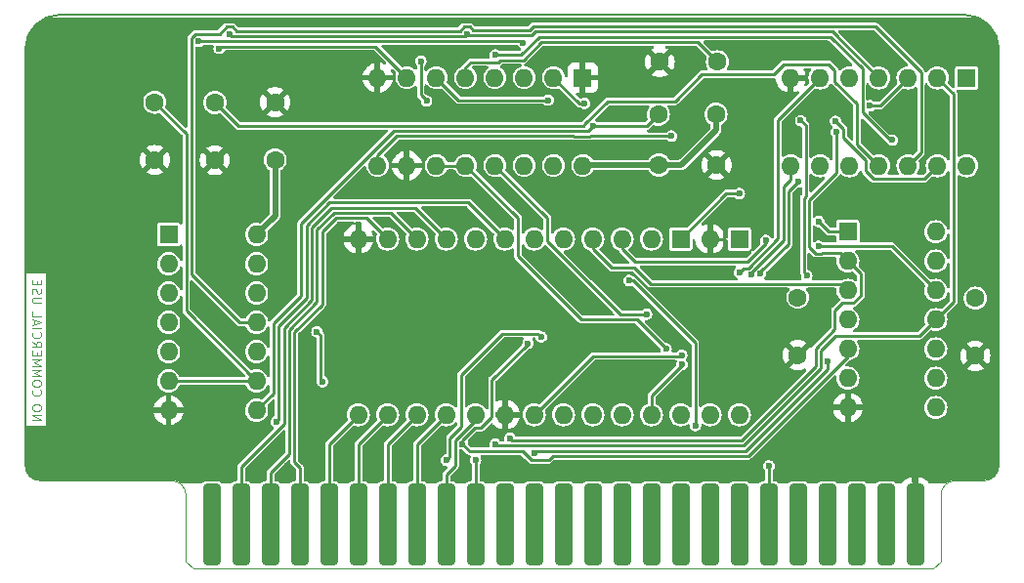
<source format=gbl>
G04 #@! TF.GenerationSoftware,KiCad,Pcbnew,(7.0.0-0)*
G04 #@! TF.CreationDate,2024-03-05T23:33:03+09:00*
G04 #@! TF.ProjectId,Grappler_Minus_Keros_alldip_GH_1.4,47726170-706c-4657-925f-4d696e75735f,3*
G04 #@! TF.SameCoordinates,Original*
G04 #@! TF.FileFunction,Copper,L2,Bot*
G04 #@! TF.FilePolarity,Positive*
%FSLAX46Y46*%
G04 Gerber Fmt 4.6, Leading zero omitted, Abs format (unit mm)*
G04 Created by KiCad (PCBNEW (7.0.0-0)) date 2024-03-05 23:33:03*
%MOMM*%
%LPD*%
G01*
G04 APERTURE LIST*
G04 Aperture macros list*
%AMRoundRect*
0 Rectangle with rounded corners*
0 $1 Rounding radius*
0 $2 $3 $4 $5 $6 $7 $8 $9 X,Y pos of 4 corners*
0 Add a 4 corners polygon primitive as box body*
4,1,4,$2,$3,$4,$5,$6,$7,$8,$9,$2,$3,0*
0 Add four circle primitives for the rounded corners*
1,1,$1+$1,$2,$3*
1,1,$1+$1,$4,$5*
1,1,$1+$1,$6,$7*
1,1,$1+$1,$8,$9*
0 Add four rect primitives between the rounded corners*
20,1,$1+$1,$2,$3,$4,$5,0*
20,1,$1+$1,$4,$5,$6,$7,0*
20,1,$1+$1,$6,$7,$8,$9,0*
20,1,$1+$1,$8,$9,$2,$3,0*%
G04 Aperture macros list end*
%ADD10C,0.100000*%
G04 #@! TA.AperFunction,NonConductor*
%ADD11C,0.100000*%
G04 #@! TD*
G04 #@! TA.AperFunction,ComponentPad*
%ADD12R,1.600000X1.600000*%
G04 #@! TD*
G04 #@! TA.AperFunction,ComponentPad*
%ADD13O,1.600000X1.600000*%
G04 #@! TD*
G04 #@! TA.AperFunction,ComponentPad*
%ADD14C,1.600000*%
G04 #@! TD*
G04 #@! TA.AperFunction,ConnectorPad*
%ADD15RoundRect,0.381000X0.381000X3.175000X-0.381000X3.175000X-0.381000X-3.175000X0.381000X-3.175000X0*%
G04 #@! TD*
G04 #@! TA.AperFunction,ViaPad*
%ADD16C,0.600000*%
G04 #@! TD*
G04 #@! TA.AperFunction,Conductor*
%ADD17C,0.250000*%
G04 #@! TD*
G04 #@! TA.AperFunction,Conductor*
%ADD18C,0.500000*%
G04 #@! TD*
G04 #@! TA.AperFunction,Profile*
%ADD19C,0.100000*%
G04 #@! TD*
G04 #@! TA.AperFunction,Profile*
%ADD20C,0.150000*%
G04 #@! TD*
G04 APERTURE END LIST*
D10*
D11*
X97489279Y-119513546D02*
X98289279Y-119513546D01*
X98289279Y-119513546D02*
X97489279Y-119056403D01*
X97489279Y-119056403D02*
X98289279Y-119056403D01*
X98289279Y-118523070D02*
X98289279Y-118370689D01*
X98289279Y-118370689D02*
X98251184Y-118294499D01*
X98251184Y-118294499D02*
X98174993Y-118218308D01*
X98174993Y-118218308D02*
X98022612Y-118180213D01*
X98022612Y-118180213D02*
X97755945Y-118180213D01*
X97755945Y-118180213D02*
X97603564Y-118218308D01*
X97603564Y-118218308D02*
X97527374Y-118294499D01*
X97527374Y-118294499D02*
X97489279Y-118370689D01*
X97489279Y-118370689D02*
X97489279Y-118523070D01*
X97489279Y-118523070D02*
X97527374Y-118599261D01*
X97527374Y-118599261D02*
X97603564Y-118675451D01*
X97603564Y-118675451D02*
X97755945Y-118713547D01*
X97755945Y-118713547D02*
X98022612Y-118713547D01*
X98022612Y-118713547D02*
X98174993Y-118675451D01*
X98174993Y-118675451D02*
X98251184Y-118599261D01*
X98251184Y-118599261D02*
X98289279Y-118523070D01*
X97565469Y-116900213D02*
X97527374Y-116938309D01*
X97527374Y-116938309D02*
X97489279Y-117052594D01*
X97489279Y-117052594D02*
X97489279Y-117128785D01*
X97489279Y-117128785D02*
X97527374Y-117243071D01*
X97527374Y-117243071D02*
X97603564Y-117319261D01*
X97603564Y-117319261D02*
X97679755Y-117357356D01*
X97679755Y-117357356D02*
X97832136Y-117395452D01*
X97832136Y-117395452D02*
X97946422Y-117395452D01*
X97946422Y-117395452D02*
X98098803Y-117357356D01*
X98098803Y-117357356D02*
X98174993Y-117319261D01*
X98174993Y-117319261D02*
X98251184Y-117243071D01*
X98251184Y-117243071D02*
X98289279Y-117128785D01*
X98289279Y-117128785D02*
X98289279Y-117052594D01*
X98289279Y-117052594D02*
X98251184Y-116938309D01*
X98251184Y-116938309D02*
X98213088Y-116900213D01*
X98289279Y-116404975D02*
X98289279Y-116252594D01*
X98289279Y-116252594D02*
X98251184Y-116176404D01*
X98251184Y-116176404D02*
X98174993Y-116100213D01*
X98174993Y-116100213D02*
X98022612Y-116062118D01*
X98022612Y-116062118D02*
X97755945Y-116062118D01*
X97755945Y-116062118D02*
X97603564Y-116100213D01*
X97603564Y-116100213D02*
X97527374Y-116176404D01*
X97527374Y-116176404D02*
X97489279Y-116252594D01*
X97489279Y-116252594D02*
X97489279Y-116404975D01*
X97489279Y-116404975D02*
X97527374Y-116481166D01*
X97527374Y-116481166D02*
X97603564Y-116557356D01*
X97603564Y-116557356D02*
X97755945Y-116595452D01*
X97755945Y-116595452D02*
X98022612Y-116595452D01*
X98022612Y-116595452D02*
X98174993Y-116557356D01*
X98174993Y-116557356D02*
X98251184Y-116481166D01*
X98251184Y-116481166D02*
X98289279Y-116404975D01*
X97489279Y-115719261D02*
X98289279Y-115719261D01*
X98289279Y-115719261D02*
X97717850Y-115452595D01*
X97717850Y-115452595D02*
X98289279Y-115185928D01*
X98289279Y-115185928D02*
X97489279Y-115185928D01*
X97489279Y-114804975D02*
X98289279Y-114804975D01*
X98289279Y-114804975D02*
X97717850Y-114538309D01*
X97717850Y-114538309D02*
X98289279Y-114271642D01*
X98289279Y-114271642D02*
X97489279Y-114271642D01*
X97908326Y-113890689D02*
X97908326Y-113624023D01*
X97489279Y-113509737D02*
X97489279Y-113890689D01*
X97489279Y-113890689D02*
X98289279Y-113890689D01*
X98289279Y-113890689D02*
X98289279Y-113509737D01*
X97489279Y-112709736D02*
X97870231Y-112976403D01*
X97489279Y-113166879D02*
X98289279Y-113166879D01*
X98289279Y-113166879D02*
X98289279Y-112862117D01*
X98289279Y-112862117D02*
X98251184Y-112785927D01*
X98251184Y-112785927D02*
X98213088Y-112747832D01*
X98213088Y-112747832D02*
X98136898Y-112709736D01*
X98136898Y-112709736D02*
X98022612Y-112709736D01*
X98022612Y-112709736D02*
X97946422Y-112747832D01*
X97946422Y-112747832D02*
X97908326Y-112785927D01*
X97908326Y-112785927D02*
X97870231Y-112862117D01*
X97870231Y-112862117D02*
X97870231Y-113166879D01*
X97565469Y-111909736D02*
X97527374Y-111947832D01*
X97527374Y-111947832D02*
X97489279Y-112062117D01*
X97489279Y-112062117D02*
X97489279Y-112138308D01*
X97489279Y-112138308D02*
X97527374Y-112252594D01*
X97527374Y-112252594D02*
X97603564Y-112328784D01*
X97603564Y-112328784D02*
X97679755Y-112366879D01*
X97679755Y-112366879D02*
X97832136Y-112404975D01*
X97832136Y-112404975D02*
X97946422Y-112404975D01*
X97946422Y-112404975D02*
X98098803Y-112366879D01*
X98098803Y-112366879D02*
X98174993Y-112328784D01*
X98174993Y-112328784D02*
X98251184Y-112252594D01*
X98251184Y-112252594D02*
X98289279Y-112138308D01*
X98289279Y-112138308D02*
X98289279Y-112062117D01*
X98289279Y-112062117D02*
X98251184Y-111947832D01*
X98251184Y-111947832D02*
X98213088Y-111909736D01*
X97489279Y-111566879D02*
X98289279Y-111566879D01*
X97717850Y-111224023D02*
X97717850Y-110843070D01*
X97489279Y-111300213D02*
X98289279Y-111033546D01*
X98289279Y-111033546D02*
X97489279Y-110766880D01*
X97489279Y-110119261D02*
X97489279Y-110500213D01*
X97489279Y-110500213D02*
X98289279Y-110500213D01*
X98289279Y-109372594D02*
X97641660Y-109372594D01*
X97641660Y-109372594D02*
X97565469Y-109334499D01*
X97565469Y-109334499D02*
X97527374Y-109296404D01*
X97527374Y-109296404D02*
X97489279Y-109220213D01*
X97489279Y-109220213D02*
X97489279Y-109067832D01*
X97489279Y-109067832D02*
X97527374Y-108991642D01*
X97527374Y-108991642D02*
X97565469Y-108953547D01*
X97565469Y-108953547D02*
X97641660Y-108915451D01*
X97641660Y-108915451D02*
X98289279Y-108915451D01*
X97527374Y-108572595D02*
X97489279Y-108458309D01*
X97489279Y-108458309D02*
X97489279Y-108267833D01*
X97489279Y-108267833D02*
X97527374Y-108191642D01*
X97527374Y-108191642D02*
X97565469Y-108153547D01*
X97565469Y-108153547D02*
X97641660Y-108115452D01*
X97641660Y-108115452D02*
X97717850Y-108115452D01*
X97717850Y-108115452D02*
X97794041Y-108153547D01*
X97794041Y-108153547D02*
X97832136Y-108191642D01*
X97832136Y-108191642D02*
X97870231Y-108267833D01*
X97870231Y-108267833D02*
X97908326Y-108420214D01*
X97908326Y-108420214D02*
X97946422Y-108496404D01*
X97946422Y-108496404D02*
X97984517Y-108534499D01*
X97984517Y-108534499D02*
X98060707Y-108572595D01*
X98060707Y-108572595D02*
X98136898Y-108572595D01*
X98136898Y-108572595D02*
X98213088Y-108534499D01*
X98213088Y-108534499D02*
X98251184Y-108496404D01*
X98251184Y-108496404D02*
X98289279Y-108420214D01*
X98289279Y-108420214D02*
X98289279Y-108229737D01*
X98289279Y-108229737D02*
X98251184Y-108115452D01*
X97908326Y-107772594D02*
X97908326Y-107505928D01*
X97489279Y-107391642D02*
X97489279Y-107772594D01*
X97489279Y-107772594D02*
X98289279Y-107772594D01*
X98289279Y-107772594D02*
X98289279Y-107391642D01*
D12*
X145225183Y-89824022D03*
D13*
X142685183Y-89824022D03*
X140145183Y-89824022D03*
X137605183Y-89824022D03*
X135065183Y-89824022D03*
X132525183Y-89824022D03*
X129985183Y-89824022D03*
X127445183Y-89824022D03*
X127445183Y-97444022D03*
X129985183Y-97444022D03*
X132525183Y-97444022D03*
X135065183Y-97444022D03*
X137605183Y-97444022D03*
X140145183Y-97444022D03*
X142685183Y-97444022D03*
X145225183Y-97444022D03*
D14*
X118565184Y-96954023D03*
X118565184Y-91954023D03*
X108135184Y-96954023D03*
X108135184Y-91954023D03*
D15*
X174025184Y-128554023D03*
X171485184Y-128554023D03*
X168945184Y-128554023D03*
X166405184Y-128554023D03*
X163865184Y-128554023D03*
X161325184Y-128554023D03*
X158785184Y-128554023D03*
X156245184Y-128554023D03*
X153705184Y-128554023D03*
X151165184Y-128554023D03*
X148625184Y-128554023D03*
X146085184Y-128554023D03*
X143545184Y-128554023D03*
X141005184Y-128554023D03*
X138465184Y-128554023D03*
X135925184Y-128554023D03*
X133385184Y-128554023D03*
X130845184Y-128554023D03*
X128305184Y-128554023D03*
X125765184Y-128554023D03*
X123225184Y-128554023D03*
X120685184Y-128554023D03*
X118145184Y-128554023D03*
X115605184Y-128554023D03*
X113065184Y-128554023D03*
D12*
X109335183Y-103414022D03*
D13*
X109335183Y-105954022D03*
X109335183Y-108494022D03*
X109335183Y-111034022D03*
X109335183Y-113574022D03*
X109335183Y-116114022D03*
X109335183Y-118654022D03*
X116955183Y-118654022D03*
X116955183Y-116114022D03*
X116955183Y-113574022D03*
X116955183Y-111034022D03*
X116955183Y-108494022D03*
X116955183Y-105954022D03*
X116955183Y-103414022D03*
D14*
X179235184Y-108944023D03*
X179235184Y-113944023D03*
D12*
X153715183Y-103809022D03*
D13*
X151175183Y-103809022D03*
X148635183Y-103809022D03*
X146095183Y-103809022D03*
X143555183Y-103809022D03*
X141015183Y-103809022D03*
X138475183Y-103809022D03*
X135935183Y-103809022D03*
X133395183Y-103809022D03*
X130855183Y-103809022D03*
X128315183Y-103809022D03*
X125775183Y-103809022D03*
X125775183Y-119049022D03*
X128315183Y-119049022D03*
X130855183Y-119049022D03*
X133395183Y-119049022D03*
X135935183Y-119049022D03*
X138475183Y-119049022D03*
X141015183Y-119049022D03*
X143555183Y-119049022D03*
X146095183Y-119049022D03*
X148635183Y-119049022D03*
X151175183Y-119049022D03*
X153715183Y-119049022D03*
D14*
X151885184Y-88454023D03*
X156885184Y-88454023D03*
X113345184Y-91984023D03*
X113345184Y-96984023D03*
D12*
X168193183Y-103174022D03*
D13*
X168193183Y-105714022D03*
X168193183Y-108254022D03*
X168193183Y-110794022D03*
X168193183Y-113334022D03*
X168193183Y-115874022D03*
X168193183Y-118414022D03*
X175813183Y-118414022D03*
X175813183Y-115874022D03*
X175813183Y-113334022D03*
X175813183Y-110794022D03*
X175813183Y-108254022D03*
X175813183Y-105714022D03*
X175813183Y-103174022D03*
D14*
X163855184Y-113874023D03*
X151815184Y-97394023D03*
X156815184Y-97394023D03*
D12*
X158795183Y-103809022D03*
D13*
X156255183Y-103809022D03*
X153715183Y-103809022D03*
X151175183Y-103809022D03*
X148635183Y-103809022D03*
X146095183Y-103809022D03*
X143555183Y-103809022D03*
X141015183Y-103809022D03*
X138475183Y-103809022D03*
X135935183Y-103809022D03*
X133395183Y-103809022D03*
X130855183Y-103809022D03*
X128315183Y-103809022D03*
X125775183Y-103809022D03*
X125775183Y-119049022D03*
X128315183Y-119049022D03*
X130855183Y-119049022D03*
X133395183Y-119049022D03*
X135935183Y-119049022D03*
X138475183Y-119049022D03*
X141015183Y-119049022D03*
X143555183Y-119049022D03*
X146095183Y-119049022D03*
X148635183Y-119049022D03*
X151175183Y-119049022D03*
X153715183Y-119049022D03*
X156255183Y-119049022D03*
X158795183Y-119049022D03*
D14*
X151765184Y-93004023D03*
X156765184Y-93004023D03*
D12*
X178480183Y-89839022D03*
D13*
X175940183Y-89839022D03*
X173400183Y-89839022D03*
X170860183Y-89839022D03*
X168320183Y-89839022D03*
X165780183Y-89839022D03*
X163240183Y-89839022D03*
X163240183Y-97459022D03*
X165780183Y-97459022D03*
X168320183Y-97459022D03*
X170860183Y-97459022D03*
X173400183Y-97459022D03*
X175940183Y-97459022D03*
X178480183Y-97459022D03*
D14*
X163855184Y-108874023D03*
X163855184Y-113874023D03*
D16*
X178175184Y-95784023D03*
X174035184Y-113334023D03*
X165045184Y-112394023D03*
X115095184Y-112344023D03*
X150495184Y-102304023D03*
X152775184Y-108604023D03*
X124615184Y-122074023D03*
X111595184Y-113944023D03*
X160319184Y-118668023D03*
X133965184Y-92794023D03*
X128665184Y-99384023D03*
X114025184Y-122374023D03*
X160115184Y-87304023D03*
X121415184Y-112504023D03*
X107455184Y-108834023D03*
X178125184Y-99124023D03*
X118845184Y-121774023D03*
X178285184Y-91794023D03*
X168875184Y-122584023D03*
X104125184Y-87284023D03*
X162605184Y-105968023D03*
X119435184Y-108164023D03*
X115225184Y-106474023D03*
X140135184Y-120414023D03*
X163295184Y-95584023D03*
X136443184Y-112572023D03*
X107185184Y-106864023D03*
X132355184Y-123584023D03*
X159365184Y-111864023D03*
X175655184Y-91434023D03*
X165675184Y-103424023D03*
X154295184Y-115324023D03*
X157285184Y-107024023D03*
X137625184Y-123584023D03*
X174035184Y-105460023D03*
X153461184Y-112826023D03*
X169971184Y-113080023D03*
X162335184Y-121074023D03*
X160915184Y-101404023D03*
X169635184Y-94974023D03*
X149485184Y-92834023D03*
X154945184Y-123714023D03*
X126675184Y-123624023D03*
X143245184Y-112884023D03*
X157505184Y-105134023D03*
X142395184Y-93174023D03*
X123505184Y-104804023D03*
X97835184Y-120954023D03*
X149905184Y-120446023D03*
X147365184Y-120446023D03*
X106195184Y-85454023D03*
X140605184Y-105424023D03*
X153385184Y-93844023D03*
X104285184Y-114934023D03*
X155295184Y-111084023D03*
X174035184Y-117906023D03*
X158795184Y-120446023D03*
X174005184Y-121194023D03*
X166445184Y-117504023D03*
X173955184Y-100524023D03*
X100375184Y-123494023D03*
X171241184Y-111302023D03*
X165885184Y-95614023D03*
X138475184Y-113334023D03*
X176685184Y-100724023D03*
X123155184Y-90604023D03*
X115325184Y-102304023D03*
X127545184Y-105984023D03*
X148745184Y-112064023D03*
X179715184Y-120674023D03*
X152225184Y-105084023D03*
X169971184Y-116382023D03*
X105275184Y-97584023D03*
X165653184Y-106476023D03*
X148995184Y-89434023D03*
X139491184Y-123494023D03*
X148685184Y-123594023D03*
X156705184Y-117204023D03*
X169971184Y-110540023D03*
X145587184Y-115620023D03*
X163735184Y-115584023D03*
X129615184Y-123574023D03*
X113275184Y-89364023D03*
X166705184Y-87534023D03*
X161081184Y-109778023D03*
X169971184Y-117906023D03*
X100375184Y-86664023D03*
X126715184Y-112180523D03*
X142675184Y-123474023D03*
X165355184Y-98984023D03*
X157515184Y-102414023D03*
X142555184Y-95914023D03*
X176525184Y-95804023D03*
X116745184Y-121374023D03*
X107255184Y-104734023D03*
X169555184Y-99204023D03*
X147505184Y-102434023D03*
X107485184Y-110524023D03*
X153995184Y-102374023D03*
X171035184Y-87804023D03*
X135015184Y-123574023D03*
X97835184Y-90474023D03*
X148381184Y-114858023D03*
X145735184Y-102444023D03*
X151429184Y-114858023D03*
X156795184Y-112754023D03*
X155609684Y-114154023D03*
X149215184Y-96444023D03*
X150485184Y-105104023D03*
X117015184Y-123284023D03*
X174035184Y-108254023D03*
X146265184Y-109574023D03*
X105995184Y-123634023D03*
X151683184Y-111048023D03*
X176085184Y-123804023D03*
X178425184Y-85594023D03*
X142865184Y-105654023D03*
X158287184Y-123748023D03*
X144015184Y-102324023D03*
X180005184Y-112064023D03*
X165145184Y-109524023D03*
X119655184Y-123454023D03*
X153325184Y-117544023D03*
X102395184Y-123684023D03*
X150525184Y-113334523D03*
X136665184Y-117054023D03*
X132215184Y-121594023D03*
X127690684Y-122354023D03*
X114645184Y-109224023D03*
X169971184Y-103682023D03*
X143875184Y-107104023D03*
X97835184Y-105714023D03*
X121845184Y-121564023D03*
X100375184Y-110794023D03*
X133775184Y-95934023D03*
X142285184Y-120446023D03*
X129625184Y-109034023D03*
X166375184Y-92334023D03*
X159575184Y-114394023D03*
X107335184Y-117064023D03*
X100375184Y-99364023D03*
X170225184Y-105714023D03*
X142895184Y-116154023D03*
X123625184Y-109904023D03*
X165675184Y-101314023D03*
X125195184Y-93274023D03*
X118651345Y-119654684D03*
X165653184Y-104444023D03*
X161081184Y-103936023D03*
X140485184Y-112854023D03*
X134781684Y-121578523D03*
X133395184Y-122986023D03*
X158795184Y-99872023D03*
X141615537Y-112300170D03*
X165675184Y-102294023D03*
X137625184Y-121604023D03*
X138888934Y-121091523D03*
X167177184Y-94538023D03*
X166476023Y-114410362D03*
X141030000Y-122340523D03*
X152445184Y-113334023D03*
X164637184Y-106984023D03*
X164109184Y-93542023D03*
X161355184Y-123474023D03*
X135935184Y-122986023D03*
X122669684Y-116174023D03*
X122192397Y-111841236D03*
X135173184Y-86039523D03*
X114599184Y-86039523D03*
X142205184Y-91771523D03*
X111932184Y-86664023D03*
X154975184Y-120004023D03*
X149236095Y-107404934D03*
X145384138Y-92057125D03*
X140065184Y-86780523D03*
X131185184Y-88394023D03*
X131685184Y-91834023D03*
X113715184Y-87288523D03*
X150745184Y-110334023D03*
X137645184Y-87849523D03*
X172063773Y-95239434D03*
X146095184Y-94030023D03*
X170101793Y-92254236D03*
X160633773Y-106790612D03*
X163875184Y-98856023D03*
X153815825Y-114684165D03*
X158813257Y-106691146D03*
X153784852Y-113885262D03*
X159814450Y-106922780D03*
X167135184Y-93604023D03*
X152905184Y-94894023D03*
D17*
X155550184Y-89529023D02*
X161756300Y-89529023D01*
X167055184Y-90165014D02*
X168995184Y-92105014D01*
X168995184Y-95594023D02*
X170860184Y-97459023D01*
X147362300Y-91879023D02*
X153200184Y-91879023D01*
X145470184Y-93789023D02*
X145470184Y-93771139D01*
X144794976Y-93997023D02*
X144801976Y-94004023D01*
X161756300Y-89529023D02*
X162591795Y-88693528D01*
X167055184Y-89194023D02*
X167055184Y-90165014D01*
X113345184Y-91984023D02*
X115358184Y-93997023D01*
X144801976Y-94004023D02*
X145255184Y-94004023D01*
X168995184Y-92105014D02*
X168995184Y-95594023D01*
X162591795Y-88693528D02*
X166554689Y-88693528D01*
X115358184Y-93997023D02*
X144794976Y-93997023D01*
X166554689Y-88693528D02*
X167055184Y-89194023D01*
X145470184Y-93771139D02*
X147362300Y-91879023D01*
X145255184Y-94004023D02*
X145470184Y-93789023D01*
X153200184Y-91879023D02*
X155550184Y-89529023D01*
X157505184Y-102424023D02*
X157515184Y-102414023D01*
D18*
X174035184Y-128574023D02*
X174005184Y-121194023D01*
D17*
X157500184Y-103809023D02*
X156255184Y-103809023D01*
X157505184Y-103804023D02*
X157505184Y-102424023D01*
D18*
X174005184Y-121194023D02*
X174035184Y-121208023D01*
D17*
X157505184Y-105134023D02*
X157505184Y-103804023D01*
X157505184Y-103804023D02*
X157500184Y-103809023D01*
X145732184Y-97156032D02*
X145732184Y-97904907D01*
D18*
X156765184Y-94394023D02*
X156765184Y-93004023D01*
X145275184Y-97394023D02*
X145225184Y-97444023D01*
X118565184Y-101804023D02*
X116920184Y-103449023D01*
X118565184Y-96954023D02*
X118565184Y-101804023D01*
X151815184Y-97394023D02*
X153765184Y-97394023D01*
X153765184Y-97394023D02*
X156765184Y-94394023D01*
X151815184Y-97394023D02*
X145275184Y-97394023D01*
D17*
X118651345Y-119654684D02*
X118875184Y-119430845D01*
X121295184Y-108919835D02*
X121295184Y-102630419D01*
X135320184Y-100654023D02*
X138475184Y-103809023D01*
X118875184Y-111339835D02*
X121295184Y-108919835D01*
X121295184Y-102630419D02*
X123271580Y-100654023D01*
X118875184Y-119430845D02*
X118875184Y-111339835D01*
X123271580Y-100654023D02*
X135320184Y-100654023D01*
X149705464Y-106280023D02*
X151119464Y-107694023D01*
X147711184Y-106280023D02*
X149705464Y-106280023D01*
X146095184Y-103809023D02*
X146095184Y-104664023D01*
X151119464Y-107694023D02*
X167633184Y-107694023D01*
X146095184Y-104664023D02*
X147711184Y-106280023D01*
X167633184Y-107694023D02*
X168193184Y-108254023D01*
X165653184Y-104444023D02*
X172003184Y-104444023D01*
X161081184Y-103936023D02*
X161081184Y-104187231D01*
X149721184Y-105784023D02*
X148635184Y-104698023D01*
X172003184Y-104444023D02*
X175813184Y-108254023D01*
X161081184Y-104187231D02*
X159484392Y-105784023D01*
X159484392Y-105784023D02*
X149721184Y-105784023D01*
X148635184Y-104698023D02*
X148635184Y-103809023D01*
X140034616Y-122229023D02*
X140771116Y-122965523D01*
X142270500Y-122965523D02*
X142620000Y-122616023D01*
X140415184Y-112944023D02*
X140485184Y-112854023D01*
X135881580Y-120174023D02*
X136401175Y-120174023D01*
X134781684Y-121273919D02*
X135881580Y-120174023D01*
X134781684Y-121578523D02*
X135432184Y-122229023D01*
X159550372Y-122616023D02*
X168193184Y-113973211D01*
X142620000Y-122616023D02*
X159550372Y-122616023D01*
X140485184Y-112854023D02*
X140435184Y-112944023D01*
X137350184Y-116009023D02*
X140415184Y-112944023D01*
X136401175Y-120174023D02*
X137350184Y-119225014D01*
X137350184Y-119225014D02*
X137350184Y-116009023D01*
X168193184Y-113973211D02*
X168193184Y-113334023D01*
X140771116Y-122965523D02*
X142270500Y-122965523D01*
X134781684Y-121578523D02*
X134781684Y-121273919D01*
X135432184Y-122229023D02*
X140034616Y-122229023D01*
X166555184Y-103174023D02*
X168193184Y-103174023D01*
X133707184Y-122674023D02*
X133395184Y-122986023D01*
X134665184Y-115620023D02*
X134665184Y-120117627D01*
X157652184Y-99872023D02*
X158795184Y-99872023D01*
X153715184Y-103809023D02*
X157652184Y-99872023D01*
X165675184Y-102294023D02*
X166555184Y-103174023D01*
X134665184Y-120117627D02*
X133707184Y-121075627D01*
X141321390Y-112006023D02*
X138279184Y-112006023D01*
X133707184Y-121075627D02*
X133707184Y-122674023D01*
X138279184Y-112006023D02*
X134665184Y-115620023D01*
X141615537Y-112300170D02*
X141321390Y-112006023D01*
X159177580Y-121716023D02*
X165845184Y-115048419D01*
X177355184Y-109252023D02*
X175813184Y-110794023D01*
X137625184Y-121604023D02*
X137737184Y-121716023D01*
X174398184Y-112209023D02*
X175813184Y-110794023D01*
X137737184Y-121716023D02*
X159177580Y-121716023D01*
X175940184Y-89839023D02*
X177355184Y-91254023D01*
X165845184Y-115048419D02*
X165845184Y-113521627D01*
X167157788Y-112209023D02*
X174398184Y-112209023D01*
X165845184Y-113521627D02*
X167157788Y-112209023D01*
X177355184Y-91254023D02*
X177355184Y-109252023D01*
X138888934Y-121091523D02*
X139063434Y-121266023D01*
X169318184Y-108720014D02*
X169318184Y-106839023D01*
X169318184Y-106839023D02*
X168193184Y-105714023D01*
X167177184Y-94538023D02*
X167177184Y-98094023D01*
X139063434Y-121266023D02*
X158991184Y-121266023D01*
X168659175Y-109379023D02*
X169318184Y-108720014D01*
X164815184Y-104489907D02*
X165394300Y-105069023D01*
X164815184Y-100456023D02*
X164815184Y-104489907D01*
X165394300Y-105069023D02*
X165912068Y-105069023D01*
X165395184Y-114862023D02*
X165395184Y-113335231D01*
X165912068Y-105069023D02*
X165937068Y-105044023D01*
X165937068Y-105044023D02*
X167523184Y-105044023D01*
X167523184Y-105044023D02*
X168193184Y-105714023D01*
X167068184Y-110015419D02*
X167704580Y-109379023D01*
X165395184Y-113335231D02*
X167068184Y-111662231D01*
X167704580Y-109379023D02*
X168659175Y-109379023D01*
X158991184Y-121266023D02*
X165395184Y-114862023D01*
X167177184Y-98094023D02*
X164815184Y-100456023D01*
X167068184Y-111662231D02*
X167068184Y-110015419D01*
X166476023Y-115053976D02*
X166476023Y-114410362D01*
X141030000Y-122340523D02*
X141204500Y-122166023D01*
X141204500Y-122166023D02*
X159363976Y-122166023D01*
X159363976Y-122166023D02*
X166476023Y-115053976D01*
X149895184Y-110784023D02*
X152445184Y-113334023D01*
X139600184Y-105302907D02*
X145081300Y-110784023D01*
X135065184Y-97444023D02*
X139600184Y-101979023D01*
X135065184Y-97444023D02*
X132525184Y-97444023D01*
X139600184Y-101979023D02*
X139600184Y-105302907D01*
X145081300Y-110784023D02*
X149895184Y-110784023D01*
X140066464Y-88299523D02*
X141643964Y-86722023D01*
X164535184Y-93968023D02*
X164535184Y-100099627D01*
X164535184Y-100099627D02*
X164365184Y-100269627D01*
X141643964Y-86722023D02*
X155153184Y-86722023D01*
X137904068Y-88474523D02*
X138079068Y-88299523D01*
X135065184Y-89824023D02*
X135065184Y-88950139D01*
X164365184Y-106712023D02*
X164637184Y-106984023D01*
X135065184Y-88950139D02*
X135540800Y-88474523D01*
X164109184Y-93542023D02*
X164535184Y-93968023D01*
X135540800Y-88474523D02*
X137904068Y-88474523D01*
X138079068Y-88299523D02*
X140066464Y-88299523D01*
X155153184Y-86722023D02*
X156885184Y-88454023D01*
X164365184Y-100269627D02*
X164365184Y-106712023D01*
X161335184Y-128574023D02*
X161335184Y-123494023D01*
X161335184Y-123494023D02*
X161355184Y-123474023D01*
X122192397Y-111841236D02*
X122475184Y-112124023D01*
X122475184Y-112124023D02*
X122475184Y-115979523D01*
X122475184Y-115979523D02*
X122669684Y-116174023D01*
X135935184Y-128574023D02*
X135935184Y-122986023D01*
X134157184Y-123494023D02*
X133395184Y-124256023D01*
X134157184Y-121262023D02*
X134157184Y-123494023D01*
X135935184Y-119049023D02*
X135935184Y-119484023D01*
X135935184Y-119484023D02*
X134157184Y-121262023D01*
X133395184Y-124256023D02*
X133395184Y-128574023D01*
X133395184Y-119049023D02*
X130855184Y-121589023D01*
X130855184Y-121589023D02*
X130855184Y-128574023D01*
X130855184Y-119049023D02*
X128315184Y-121589023D01*
X128315184Y-121589023D02*
X128315184Y-128574023D01*
X125775184Y-121589023D02*
X125775184Y-128574023D01*
X128315184Y-119049023D02*
X125775184Y-121589023D01*
X125775184Y-119049023D02*
X123235184Y-121589023D01*
X123235184Y-121589023D02*
X123235184Y-128574023D01*
X120225184Y-123149627D02*
X120225184Y-111899023D01*
X122645184Y-109479023D02*
X122645184Y-103189607D01*
X126510184Y-102004023D02*
X128315184Y-103809023D01*
X120225184Y-111899023D02*
X122645184Y-109479023D01*
X120695184Y-128574023D02*
X120695184Y-123619627D01*
X122645184Y-103189607D02*
X123830768Y-102004023D01*
X123830768Y-102004023D02*
X126510184Y-102004023D01*
X120695184Y-123619627D02*
X120225184Y-123149627D01*
X122195184Y-103003211D02*
X123644372Y-101554023D01*
X119775184Y-111712627D02*
X122195184Y-109292627D01*
X128600184Y-101554023D02*
X130855184Y-103809023D01*
X123644372Y-101554023D02*
X128600184Y-101554023D01*
X118155184Y-128574023D02*
X118155184Y-124054023D01*
X122195184Y-109292627D02*
X122195184Y-103003211D01*
X118155184Y-124054023D02*
X119775184Y-122434023D01*
X119775184Y-122434023D02*
X119775184Y-111712627D01*
X115615184Y-128574023D02*
X115615184Y-123574023D01*
X119325184Y-111526231D02*
X121745184Y-109106231D01*
X121745184Y-109106231D02*
X121745184Y-102816815D01*
X119325184Y-119864023D02*
X119325184Y-111526231D01*
X123457976Y-101104023D02*
X130690184Y-101104023D01*
X121745184Y-102816815D02*
X123457976Y-101104023D01*
X130690184Y-101104023D02*
X133395184Y-103809023D01*
X115615184Y-123574023D02*
X119325184Y-119864023D01*
X134472684Y-91771523D02*
X142205184Y-91771523D01*
X114599184Y-86039523D02*
X114773684Y-86214023D01*
X134998684Y-86214023D02*
X135173184Y-86039523D01*
X132525184Y-89824023D02*
X134472684Y-91771523D01*
X114773684Y-86214023D02*
X134998684Y-86214023D01*
X135173184Y-86039523D02*
X135289684Y-86156023D01*
X135289684Y-86156023D02*
X140776800Y-86156023D01*
X166843184Y-85822023D02*
X170860184Y-89839023D01*
X141110800Y-85822023D02*
X166843184Y-85822023D01*
X140776800Y-86156023D02*
X141110800Y-85822023D01*
X154975184Y-120004023D02*
X154975184Y-112822535D01*
X144918286Y-92057125D02*
X142685184Y-89824023D01*
X154975184Y-112822535D02*
X149557583Y-107404934D01*
X140065184Y-86780523D02*
X139948684Y-86664023D01*
X149557583Y-107404934D02*
X149236095Y-107404934D01*
X139948684Y-86664023D02*
X111932184Y-86664023D01*
X145384138Y-92057125D02*
X144918286Y-92057125D01*
X131185184Y-88394023D02*
X131185184Y-91334023D01*
X131185184Y-91334023D02*
X131685184Y-91834023D01*
X127275184Y-87114023D02*
X129985184Y-89824023D01*
X113715184Y-87288523D02*
X113889684Y-87114023D01*
X113889684Y-87114023D02*
X127275184Y-87114023D01*
X130123684Y-90272523D02*
X130115184Y-90272523D01*
X148455184Y-110334023D02*
X150745184Y-110334023D01*
X142140184Y-101979023D02*
X142140184Y-104019023D01*
X137605184Y-97444023D02*
X142140184Y-101979023D01*
X142140184Y-104019023D02*
X148455184Y-110334023D01*
X171816991Y-95239434D02*
X172063773Y-95239434D01*
X166656788Y-86272023D02*
X169445184Y-89060419D01*
X169445184Y-89060419D02*
X169445184Y-92867627D01*
X169445184Y-92867627D02*
X171816991Y-95239434D01*
X141457568Y-86272023D02*
X166656788Y-86272023D01*
X137645184Y-87849523D02*
X139880068Y-87849523D01*
X139880068Y-87849523D02*
X141457568Y-86272023D01*
X146095184Y-94030023D02*
X145671184Y-94454023D01*
X118425184Y-111094023D02*
X118425184Y-117184023D01*
X145671184Y-94454023D02*
X144615580Y-94454023D01*
X146095184Y-94030023D02*
X146101184Y-94024023D01*
X144608580Y-94447023D02*
X128842184Y-94447023D01*
X120815184Y-102474023D02*
X120815184Y-108704023D01*
X128842184Y-94447023D02*
X120815184Y-102474023D01*
X146101184Y-94024023D02*
X150745184Y-94024023D01*
X120815184Y-108704023D02*
X118425184Y-111094023D01*
X150745184Y-94024023D02*
X151765184Y-93004023D01*
X144615580Y-94454023D02*
X144608580Y-94447023D01*
X118425184Y-117184023D02*
X116920184Y-118689023D01*
X170984971Y-92254236D02*
X173400184Y-89839023D01*
X163055184Y-104248023D02*
X163055184Y-99676023D01*
X153815825Y-114757382D02*
X151175184Y-117398023D01*
X170101793Y-92254236D02*
X170984971Y-92254236D01*
X153815825Y-114684165D02*
X153815825Y-114757382D01*
X160633773Y-106669434D02*
X163055184Y-104248023D01*
X163055184Y-99676023D02*
X163875184Y-98856023D01*
X151175184Y-117398023D02*
X151175184Y-119049023D01*
X160633773Y-106790612D02*
X160633773Y-106669434D01*
X162115184Y-93504023D02*
X165780184Y-89839023D01*
X158813257Y-106691146D02*
X158834061Y-106691146D01*
X162115184Y-103789627D02*
X162115184Y-93504023D01*
X158834061Y-106691146D02*
X159166184Y-106359023D01*
X159545788Y-106359023D02*
X162115184Y-103789627D01*
X159166184Y-106359023D02*
X159545788Y-106359023D01*
X153784852Y-113885262D02*
X153711091Y-113959023D01*
X159814450Y-106726757D02*
X162605184Y-103936023D01*
X162605184Y-99304023D02*
X163240184Y-98669023D01*
X163240184Y-98669023D02*
X163240184Y-97459023D01*
X146105184Y-113959023D02*
X141015184Y-119049023D01*
X162605184Y-103936023D02*
X162605184Y-99304023D01*
X159814450Y-106922780D02*
X159814450Y-106726757D01*
X153711091Y-113959023D02*
X146105184Y-113959023D01*
X116915184Y-116114023D02*
X116955184Y-116114023D01*
X109335184Y-116114023D02*
X116955184Y-116114023D01*
X108145184Y-91964023D02*
X110857184Y-94676023D01*
X110857184Y-110056023D02*
X116915184Y-116114023D01*
X110857184Y-94676023D02*
X110857184Y-110056023D01*
X114858068Y-85414523D02*
X114340300Y-85414523D01*
X115475184Y-111034023D02*
X116955184Y-111034023D01*
X134564800Y-85764023D02*
X115207568Y-85764023D01*
X113740800Y-86014023D02*
X111698300Y-86014023D01*
X111307184Y-106866023D02*
X115475184Y-111034023D01*
X174525184Y-96334023D02*
X174525184Y-89334023D01*
X135432068Y-85414523D02*
X134914300Y-85414523D01*
X140924404Y-85372023D02*
X140590404Y-85706023D01*
X173400184Y-97459023D02*
X174525184Y-96334023D01*
X115207568Y-85764023D02*
X114858068Y-85414523D01*
X134914300Y-85414523D02*
X134564800Y-85764023D01*
X111307184Y-86405139D02*
X111307184Y-106866023D01*
X140590404Y-85706023D02*
X135723568Y-85706023D01*
X114340300Y-85414523D02*
X113740800Y-86014023D01*
X111698300Y-86014023D02*
X111307184Y-86405139D01*
X174525184Y-89334023D02*
X170563184Y-85372023D01*
X170563184Y-85372023D02*
X140924404Y-85372023D01*
X135723568Y-85706023D02*
X135432068Y-85414523D01*
X144422184Y-94897023D02*
X129112184Y-94897023D01*
X169735184Y-96970419D02*
X169735184Y-97925014D01*
X170394193Y-98584023D02*
X174815184Y-98584023D01*
X145857580Y-94904023D02*
X144429184Y-94904023D01*
X146991184Y-94894023D02*
X146988184Y-94897023D01*
X169735184Y-97925014D02*
X170394193Y-98584023D01*
X174815184Y-98584023D02*
X175940184Y-97459023D01*
X146988184Y-94897023D02*
X145864580Y-94897023D01*
X167135184Y-93604023D02*
X167815184Y-94284023D01*
X167815184Y-95050419D02*
X169735184Y-96970419D01*
X127445184Y-96564023D02*
X127445184Y-97444023D01*
X167815184Y-94284023D02*
X167815184Y-95050419D01*
X145864580Y-94897023D02*
X145857580Y-94904023D01*
X144429184Y-94904023D02*
X144422184Y-94897023D01*
X129112184Y-94897023D02*
X127445184Y-96564023D01*
X152905184Y-94894023D02*
X146991184Y-94894023D01*
G04 #@! TA.AperFunction,Conductor*
G36*
X179249714Y-84583758D02*
G01*
X179297151Y-84593197D01*
X179571809Y-84706963D01*
X179584338Y-84712996D01*
X179859678Y-84865171D01*
X179871452Y-84872569D01*
X180128029Y-85054619D01*
X180138893Y-85063284D01*
X180242342Y-85155732D01*
X180373457Y-85272904D01*
X180383290Y-85282736D01*
X180592927Y-85517320D01*
X180601586Y-85528178D01*
X180689586Y-85652204D01*
X180783634Y-85784753D01*
X180791032Y-85796527D01*
X180943206Y-86071867D01*
X180949239Y-86084396D01*
X181069622Y-86375031D01*
X181074215Y-86388156D01*
X181161305Y-86690457D01*
X181164399Y-86704014D01*
X181217092Y-87014155D01*
X181218649Y-87027973D01*
X181236488Y-87345667D01*
X181236683Y-87352633D01*
X181232685Y-123482611D01*
X181229438Y-123482610D01*
X181229439Y-123482614D01*
X181232684Y-123482614D01*
X181232684Y-123494144D01*
X181232302Y-123503875D01*
X181218432Y-123680066D01*
X181215387Y-123699285D01*
X181175270Y-123866370D01*
X181169257Y-123884875D01*
X181103493Y-124043635D01*
X181094659Y-124060972D01*
X181004870Y-124207489D01*
X180993433Y-124223230D01*
X180881831Y-124353896D01*
X180868072Y-124367654D01*
X180737397Y-124479258D01*
X180721660Y-124490692D01*
X180624593Y-124550173D01*
X180575143Y-124580475D01*
X180557806Y-124589308D01*
X180399038Y-124655069D01*
X180380533Y-124661081D01*
X180213444Y-124701194D01*
X180194225Y-124704238D01*
X180017684Y-124718129D01*
X180007708Y-124718511D01*
X177544137Y-124713556D01*
X177544144Y-124709793D01*
X177544092Y-124709800D01*
X177544092Y-124713523D01*
X177527827Y-124713523D01*
X177527683Y-124713504D01*
X177527683Y-124713484D01*
X177527529Y-124713484D01*
X177428634Y-124713485D01*
X177428622Y-124713485D01*
X177423756Y-124713486D01*
X177418941Y-124714248D01*
X177418936Y-124714249D01*
X177223277Y-124745241D01*
X177223275Y-124745241D01*
X177218461Y-124746004D01*
X177213835Y-124747506D01*
X177213827Y-124747509D01*
X177025411Y-124808732D01*
X177025404Y-124808734D01*
X177020781Y-124810237D01*
X177016449Y-124812443D01*
X177016440Y-124812448D01*
X176839926Y-124902390D01*
X176839915Y-124902396D01*
X176835583Y-124904604D01*
X176831646Y-124907464D01*
X176831637Y-124907470D01*
X176703818Y-125000340D01*
X176669250Y-125017954D01*
X176630931Y-125024023D01*
X176001571Y-125024023D01*
X175954118Y-125014584D01*
X175939693Y-125004945D01*
X175930184Y-125002397D01*
X175930184Y-124998023D01*
X175913858Y-124998023D01*
X175277539Y-124998023D01*
X175212178Y-124979398D01*
X175166451Y-124929118D01*
X175155864Y-124907773D01*
X175148662Y-124896504D01*
X175037026Y-124757624D01*
X175027582Y-124748180D01*
X174888702Y-124636544D01*
X174877433Y-124629342D01*
X174717804Y-124550173D01*
X174705265Y-124545566D01*
X174531121Y-124502259D01*
X174520368Y-124500571D01*
X174484881Y-124498164D01*
X174480694Y-124498023D01*
X174291510Y-124498023D01*
X174278634Y-124501473D01*
X174275184Y-124514349D01*
X174275184Y-124874023D01*
X174258571Y-124936023D01*
X174213184Y-124981410D01*
X174151184Y-124998023D01*
X173899184Y-124998023D01*
X173837184Y-124981410D01*
X173791797Y-124936023D01*
X173775184Y-124874023D01*
X173775184Y-124514350D01*
X173771733Y-124501474D01*
X173758858Y-124498024D01*
X173569677Y-124498024D01*
X173565482Y-124498166D01*
X173529996Y-124500571D01*
X173519250Y-124502258D01*
X173345102Y-124545566D01*
X173332563Y-124550173D01*
X173172934Y-124629342D01*
X173161665Y-124636544D01*
X173022785Y-124748180D01*
X173013341Y-124757624D01*
X172901705Y-124896504D01*
X172894503Y-124907773D01*
X172883917Y-124929118D01*
X172838190Y-124979398D01*
X172772829Y-124998023D01*
X172364508Y-124998023D01*
X172317055Y-124988584D01*
X172281141Y-124964586D01*
X172280915Y-124964292D01*
X172159443Y-124871084D01*
X172151935Y-124867974D01*
X172025495Y-124815600D01*
X172025492Y-124815599D01*
X172017986Y-124812490D01*
X172009932Y-124811429D01*
X172009926Y-124811428D01*
X171908320Y-124798052D01*
X171908316Y-124798051D01*
X171904300Y-124797523D01*
X171066068Y-124797523D01*
X171062052Y-124798051D01*
X171062047Y-124798052D01*
X170960441Y-124811428D01*
X170960433Y-124811429D01*
X170952382Y-124812490D01*
X170944877Y-124815598D01*
X170944872Y-124815600D01*
X170818432Y-124867974D01*
X170818429Y-124867975D01*
X170810925Y-124871084D01*
X170804480Y-124876028D01*
X170804477Y-124876031D01*
X170695899Y-124959345D01*
X170695895Y-124959348D01*
X170689453Y-124964292D01*
X170689226Y-124964586D01*
X170653313Y-124988584D01*
X170605860Y-124998023D01*
X169824508Y-124998023D01*
X169777055Y-124988584D01*
X169741141Y-124964586D01*
X169740915Y-124964292D01*
X169619443Y-124871084D01*
X169611935Y-124867974D01*
X169485495Y-124815600D01*
X169485492Y-124815599D01*
X169477986Y-124812490D01*
X169469932Y-124811429D01*
X169469926Y-124811428D01*
X169368320Y-124798052D01*
X169368316Y-124798051D01*
X169364300Y-124797523D01*
X168526068Y-124797523D01*
X168522052Y-124798051D01*
X168522047Y-124798052D01*
X168420441Y-124811428D01*
X168420433Y-124811429D01*
X168412382Y-124812490D01*
X168404877Y-124815598D01*
X168404872Y-124815600D01*
X168278432Y-124867974D01*
X168278429Y-124867975D01*
X168270925Y-124871084D01*
X168264480Y-124876028D01*
X168264477Y-124876031D01*
X168155899Y-124959345D01*
X168155895Y-124959348D01*
X168149453Y-124964292D01*
X168149226Y-124964586D01*
X168113313Y-124988584D01*
X168065860Y-124998023D01*
X167284508Y-124998023D01*
X167237055Y-124988584D01*
X167201141Y-124964586D01*
X167200915Y-124964292D01*
X167079443Y-124871084D01*
X167071935Y-124867974D01*
X166945495Y-124815600D01*
X166945492Y-124815599D01*
X166937986Y-124812490D01*
X166929932Y-124811429D01*
X166929926Y-124811428D01*
X166828320Y-124798052D01*
X166828316Y-124798051D01*
X166824300Y-124797523D01*
X165986068Y-124797523D01*
X165982052Y-124798051D01*
X165982047Y-124798052D01*
X165880441Y-124811428D01*
X165880433Y-124811429D01*
X165872382Y-124812490D01*
X165864877Y-124815598D01*
X165864872Y-124815600D01*
X165738432Y-124867974D01*
X165738429Y-124867975D01*
X165730925Y-124871084D01*
X165724480Y-124876028D01*
X165724477Y-124876031D01*
X165615899Y-124959345D01*
X165615895Y-124959348D01*
X165609453Y-124964292D01*
X165609226Y-124964586D01*
X165573313Y-124988584D01*
X165525860Y-124998023D01*
X164744508Y-124998023D01*
X164697055Y-124988584D01*
X164661141Y-124964586D01*
X164660915Y-124964292D01*
X164539443Y-124871084D01*
X164531935Y-124867974D01*
X164405495Y-124815600D01*
X164405492Y-124815599D01*
X164397986Y-124812490D01*
X164389932Y-124811429D01*
X164389926Y-124811428D01*
X164288320Y-124798052D01*
X164288316Y-124798051D01*
X164284300Y-124797523D01*
X163446068Y-124797523D01*
X163442052Y-124798051D01*
X163442047Y-124798052D01*
X163340441Y-124811428D01*
X163340433Y-124811429D01*
X163332382Y-124812490D01*
X163324877Y-124815598D01*
X163324872Y-124815600D01*
X163198432Y-124867974D01*
X163198429Y-124867975D01*
X163190925Y-124871084D01*
X163184480Y-124876028D01*
X163184477Y-124876031D01*
X163075899Y-124959345D01*
X163075895Y-124959348D01*
X163069453Y-124964292D01*
X163069226Y-124964586D01*
X163033313Y-124988584D01*
X162985860Y-124998023D01*
X162204508Y-124998023D01*
X162157055Y-124988584D01*
X162121141Y-124964586D01*
X162120915Y-124964292D01*
X161999443Y-124871084D01*
X161991935Y-124867974D01*
X161865495Y-124815600D01*
X161865492Y-124815599D01*
X161857986Y-124812490D01*
X161849932Y-124811429D01*
X161849926Y-124811428D01*
X161780375Y-124802272D01*
X161768498Y-124800708D01*
X161713561Y-124779345D01*
X161674695Y-124735027D01*
X161660684Y-124677770D01*
X161660684Y-123931991D01*
X161668502Y-123888658D01*
X161690971Y-123850789D01*
X161698961Y-123841568D01*
X161780561Y-123747396D01*
X161840349Y-123616480D01*
X161860831Y-123474023D01*
X161840349Y-123331566D01*
X161780561Y-123200650D01*
X161725018Y-123136549D01*
X161692118Y-123098580D01*
X161692116Y-123098578D01*
X161686312Y-123091880D01*
X161565237Y-123014070D01*
X161454415Y-122981530D01*
X161435657Y-122976022D01*
X161435654Y-122976021D01*
X161427145Y-122973523D01*
X161283223Y-122973523D01*
X161274714Y-122976021D01*
X161274710Y-122976022D01*
X161155954Y-123010892D01*
X161145131Y-123014070D01*
X161137668Y-123018865D01*
X161137668Y-123018866D01*
X161031513Y-123087087D01*
X161031509Y-123087089D01*
X161024056Y-123091880D01*
X161018254Y-123098574D01*
X161018249Y-123098580D01*
X160935615Y-123193946D01*
X160935612Y-123193950D01*
X160929807Y-123200650D01*
X160926125Y-123208712D01*
X160926122Y-123208717D01*
X160885259Y-123298195D01*
X160870019Y-123331566D01*
X160868757Y-123340339D01*
X160868756Y-123340345D01*
X160853258Y-123448141D01*
X160849537Y-123474023D01*
X160850799Y-123482800D01*
X160868756Y-123607700D01*
X160868757Y-123607704D01*
X160870019Y-123616480D01*
X160873703Y-123624548D01*
X160873704Y-123624549D01*
X160922207Y-123730756D01*
X160929807Y-123747396D01*
X160979399Y-123804629D01*
X161001866Y-123842496D01*
X161009684Y-123885829D01*
X161009684Y-124675137D01*
X160995673Y-124732394D01*
X160956807Y-124776712D01*
X160901869Y-124798075D01*
X160885684Y-124800206D01*
X160800441Y-124811428D01*
X160800433Y-124811429D01*
X160792382Y-124812490D01*
X160784877Y-124815598D01*
X160784872Y-124815600D01*
X160658432Y-124867974D01*
X160658429Y-124867975D01*
X160650925Y-124871084D01*
X160644480Y-124876028D01*
X160644477Y-124876031D01*
X160535899Y-124959345D01*
X160535895Y-124959348D01*
X160529453Y-124964292D01*
X160529226Y-124964586D01*
X160493313Y-124988584D01*
X160445860Y-124998023D01*
X159664508Y-124998023D01*
X159617055Y-124988584D01*
X159581141Y-124964586D01*
X159580915Y-124964292D01*
X159459443Y-124871084D01*
X159451935Y-124867974D01*
X159325495Y-124815600D01*
X159325492Y-124815599D01*
X159317986Y-124812490D01*
X159309932Y-124811429D01*
X159309926Y-124811428D01*
X159208320Y-124798052D01*
X159208316Y-124798051D01*
X159204300Y-124797523D01*
X158366068Y-124797523D01*
X158362052Y-124798051D01*
X158362047Y-124798052D01*
X158260441Y-124811428D01*
X158260433Y-124811429D01*
X158252382Y-124812490D01*
X158244877Y-124815598D01*
X158244872Y-124815600D01*
X158118432Y-124867974D01*
X158118429Y-124867975D01*
X158110925Y-124871084D01*
X158104480Y-124876028D01*
X158104477Y-124876031D01*
X157995899Y-124959345D01*
X157995895Y-124959348D01*
X157989453Y-124964292D01*
X157989226Y-124964586D01*
X157953313Y-124988584D01*
X157905860Y-124998023D01*
X157124508Y-124998023D01*
X157077055Y-124988584D01*
X157041141Y-124964586D01*
X157040915Y-124964292D01*
X156919443Y-124871084D01*
X156911935Y-124867974D01*
X156785495Y-124815600D01*
X156785492Y-124815599D01*
X156777986Y-124812490D01*
X156769932Y-124811429D01*
X156769926Y-124811428D01*
X156668320Y-124798052D01*
X156668316Y-124798051D01*
X156664300Y-124797523D01*
X155826068Y-124797523D01*
X155822052Y-124798051D01*
X155822047Y-124798052D01*
X155720441Y-124811428D01*
X155720433Y-124811429D01*
X155712382Y-124812490D01*
X155704877Y-124815598D01*
X155704872Y-124815600D01*
X155578432Y-124867974D01*
X155578429Y-124867975D01*
X155570925Y-124871084D01*
X155564480Y-124876028D01*
X155564477Y-124876031D01*
X155455899Y-124959345D01*
X155455895Y-124959348D01*
X155449453Y-124964292D01*
X155449226Y-124964586D01*
X155413313Y-124988584D01*
X155365860Y-124998023D01*
X154584508Y-124998023D01*
X154537055Y-124988584D01*
X154501141Y-124964586D01*
X154500915Y-124964292D01*
X154379443Y-124871084D01*
X154371935Y-124867974D01*
X154245495Y-124815600D01*
X154245492Y-124815599D01*
X154237986Y-124812490D01*
X154229932Y-124811429D01*
X154229926Y-124811428D01*
X154128320Y-124798052D01*
X154128316Y-124798051D01*
X154124300Y-124797523D01*
X153286068Y-124797523D01*
X153282052Y-124798051D01*
X153282047Y-124798052D01*
X153180441Y-124811428D01*
X153180433Y-124811429D01*
X153172382Y-124812490D01*
X153164877Y-124815598D01*
X153164872Y-124815600D01*
X153038432Y-124867974D01*
X153038429Y-124867975D01*
X153030925Y-124871084D01*
X153024480Y-124876028D01*
X153024477Y-124876031D01*
X152915899Y-124959345D01*
X152915895Y-124959348D01*
X152909453Y-124964292D01*
X152909226Y-124964586D01*
X152873313Y-124988584D01*
X152825860Y-124998023D01*
X152044508Y-124998023D01*
X151997055Y-124988584D01*
X151961141Y-124964586D01*
X151960915Y-124964292D01*
X151839443Y-124871084D01*
X151831935Y-124867974D01*
X151705495Y-124815600D01*
X151705492Y-124815599D01*
X151697986Y-124812490D01*
X151689932Y-124811429D01*
X151689926Y-124811428D01*
X151588320Y-124798052D01*
X151588316Y-124798051D01*
X151584300Y-124797523D01*
X150746068Y-124797523D01*
X150742052Y-124798051D01*
X150742047Y-124798052D01*
X150640441Y-124811428D01*
X150640433Y-124811429D01*
X150632382Y-124812490D01*
X150624877Y-124815598D01*
X150624872Y-124815600D01*
X150498432Y-124867974D01*
X150498429Y-124867975D01*
X150490925Y-124871084D01*
X150484480Y-124876028D01*
X150484477Y-124876031D01*
X150375899Y-124959345D01*
X150375895Y-124959348D01*
X150369453Y-124964292D01*
X150369226Y-124964586D01*
X150333313Y-124988584D01*
X150285860Y-124998023D01*
X149504508Y-124998023D01*
X149457055Y-124988584D01*
X149421141Y-124964586D01*
X149420915Y-124964292D01*
X149299443Y-124871084D01*
X149291935Y-124867974D01*
X149165495Y-124815600D01*
X149165492Y-124815599D01*
X149157986Y-124812490D01*
X149149932Y-124811429D01*
X149149926Y-124811428D01*
X149048320Y-124798052D01*
X149048316Y-124798051D01*
X149044300Y-124797523D01*
X148206068Y-124797523D01*
X148202052Y-124798051D01*
X148202047Y-124798052D01*
X148100441Y-124811428D01*
X148100433Y-124811429D01*
X148092382Y-124812490D01*
X148084877Y-124815598D01*
X148084872Y-124815600D01*
X147958432Y-124867974D01*
X147958429Y-124867975D01*
X147950925Y-124871084D01*
X147944480Y-124876028D01*
X147944477Y-124876031D01*
X147835899Y-124959345D01*
X147835895Y-124959348D01*
X147829453Y-124964292D01*
X147829226Y-124964586D01*
X147793313Y-124988584D01*
X147745860Y-124998023D01*
X146964508Y-124998023D01*
X146917055Y-124988584D01*
X146881141Y-124964586D01*
X146880915Y-124964292D01*
X146759443Y-124871084D01*
X146751935Y-124867974D01*
X146625495Y-124815600D01*
X146625492Y-124815599D01*
X146617986Y-124812490D01*
X146609932Y-124811429D01*
X146609926Y-124811428D01*
X146508320Y-124798052D01*
X146508316Y-124798051D01*
X146504300Y-124797523D01*
X145666068Y-124797523D01*
X145662052Y-124798051D01*
X145662047Y-124798052D01*
X145560441Y-124811428D01*
X145560433Y-124811429D01*
X145552382Y-124812490D01*
X145544877Y-124815598D01*
X145544872Y-124815600D01*
X145418432Y-124867974D01*
X145418429Y-124867975D01*
X145410925Y-124871084D01*
X145404480Y-124876028D01*
X145404477Y-124876031D01*
X145295899Y-124959345D01*
X145295895Y-124959348D01*
X145289453Y-124964292D01*
X145289226Y-124964586D01*
X145253313Y-124988584D01*
X145205860Y-124998023D01*
X144424508Y-124998023D01*
X144377055Y-124988584D01*
X144341141Y-124964586D01*
X144340915Y-124964292D01*
X144219443Y-124871084D01*
X144211935Y-124867974D01*
X144085495Y-124815600D01*
X144085492Y-124815599D01*
X144077986Y-124812490D01*
X144069932Y-124811429D01*
X144069926Y-124811428D01*
X143968320Y-124798052D01*
X143968316Y-124798051D01*
X143964300Y-124797523D01*
X143126068Y-124797523D01*
X143122052Y-124798051D01*
X143122047Y-124798052D01*
X143020441Y-124811428D01*
X143020433Y-124811429D01*
X143012382Y-124812490D01*
X143004877Y-124815598D01*
X143004872Y-124815600D01*
X142878432Y-124867974D01*
X142878429Y-124867975D01*
X142870925Y-124871084D01*
X142864480Y-124876028D01*
X142864477Y-124876031D01*
X142755899Y-124959345D01*
X142755895Y-124959348D01*
X142749453Y-124964292D01*
X142749226Y-124964586D01*
X142713313Y-124988584D01*
X142665860Y-124998023D01*
X141884508Y-124998023D01*
X141837055Y-124988584D01*
X141801141Y-124964586D01*
X141800915Y-124964292D01*
X141679443Y-124871084D01*
X141671935Y-124867974D01*
X141545495Y-124815600D01*
X141545492Y-124815599D01*
X141537986Y-124812490D01*
X141529932Y-124811429D01*
X141529926Y-124811428D01*
X141428320Y-124798052D01*
X141428316Y-124798051D01*
X141424300Y-124797523D01*
X140586068Y-124797523D01*
X140582052Y-124798051D01*
X140582047Y-124798052D01*
X140480441Y-124811428D01*
X140480433Y-124811429D01*
X140472382Y-124812490D01*
X140464877Y-124815598D01*
X140464872Y-124815600D01*
X140338432Y-124867974D01*
X140338429Y-124867975D01*
X140330925Y-124871084D01*
X140324480Y-124876028D01*
X140324477Y-124876031D01*
X140215899Y-124959345D01*
X140215895Y-124959348D01*
X140209453Y-124964292D01*
X140209226Y-124964586D01*
X140173313Y-124988584D01*
X140125860Y-124998023D01*
X139344508Y-124998023D01*
X139297055Y-124988584D01*
X139261141Y-124964586D01*
X139260915Y-124964292D01*
X139139443Y-124871084D01*
X139131935Y-124867974D01*
X139005495Y-124815600D01*
X139005492Y-124815599D01*
X138997986Y-124812490D01*
X138989932Y-124811429D01*
X138989926Y-124811428D01*
X138888320Y-124798052D01*
X138888316Y-124798051D01*
X138884300Y-124797523D01*
X138046068Y-124797523D01*
X138042052Y-124798051D01*
X138042047Y-124798052D01*
X137940441Y-124811428D01*
X137940433Y-124811429D01*
X137932382Y-124812490D01*
X137924877Y-124815598D01*
X137924872Y-124815600D01*
X137798432Y-124867974D01*
X137798429Y-124867975D01*
X137790925Y-124871084D01*
X137784480Y-124876028D01*
X137784477Y-124876031D01*
X137675899Y-124959345D01*
X137675895Y-124959348D01*
X137669453Y-124964292D01*
X137669226Y-124964586D01*
X137633313Y-124988584D01*
X137585860Y-124998023D01*
X136804508Y-124998023D01*
X136757055Y-124988584D01*
X136721141Y-124964586D01*
X136720915Y-124964292D01*
X136599443Y-124871084D01*
X136591935Y-124867974D01*
X136465495Y-124815600D01*
X136465492Y-124815599D01*
X136457986Y-124812490D01*
X136449932Y-124811429D01*
X136449926Y-124811428D01*
X136380375Y-124802272D01*
X136368498Y-124800708D01*
X136313561Y-124779345D01*
X136274695Y-124735027D01*
X136260684Y-124677770D01*
X136260684Y-123420910D01*
X136268502Y-123377577D01*
X136290971Y-123339708D01*
X136307839Y-123320241D01*
X136360561Y-123259396D01*
X136420349Y-123128480D01*
X136440831Y-122986023D01*
X136420349Y-122843566D01*
X136368501Y-122730035D01*
X136357611Y-122669677D01*
X136376980Y-122611484D01*
X136421868Y-122569691D01*
X136481295Y-122554523D01*
X139848428Y-122554523D01*
X139895881Y-122563962D01*
X139936108Y-122590841D01*
X140233367Y-122888101D01*
X140527071Y-123181805D01*
X140534378Y-123189778D01*
X140558661Y-123218717D01*
X140591382Y-123237608D01*
X140600492Y-123243412D01*
X140631432Y-123265077D01*
X140641916Y-123267885D01*
X140645239Y-123269435D01*
X140648673Y-123270685D01*
X140658071Y-123276111D01*
X140695279Y-123282671D01*
X140705820Y-123285009D01*
X140731829Y-123291978D01*
X140731830Y-123291978D01*
X140742309Y-123294786D01*
X140779926Y-123291495D01*
X140790734Y-123291023D01*
X142250873Y-123291023D01*
X142261680Y-123291494D01*
X142299307Y-123294787D01*
X142335824Y-123285001D01*
X142346330Y-123282672D01*
X142383545Y-123276111D01*
X142392951Y-123270679D01*
X142396400Y-123269424D01*
X142399699Y-123267885D01*
X142410184Y-123265077D01*
X142441135Y-123243403D01*
X142450233Y-123237608D01*
X142482955Y-123218717D01*
X142507248Y-123189764D01*
X142514524Y-123181823D01*
X142718509Y-122977839D01*
X142758736Y-122950962D01*
X142806188Y-122941523D01*
X159530745Y-122941523D01*
X159541552Y-122941994D01*
X159579179Y-122945287D01*
X159615696Y-122935501D01*
X159626202Y-122933172D01*
X159663417Y-122926611D01*
X159672823Y-122921179D01*
X159676272Y-122919924D01*
X159679571Y-122918385D01*
X159690056Y-122915577D01*
X159721007Y-122893903D01*
X159730105Y-122888108D01*
X159762827Y-122869217D01*
X159787120Y-122840264D01*
X159794408Y-122832311D01*
X163960145Y-118666574D01*
X166917636Y-118666574D01*
X166918004Y-118677803D01*
X166965514Y-118855115D01*
X166969206Y-118865257D01*
X167060763Y-119061603D01*
X167066151Y-119070935D01*
X167190416Y-119248404D01*
X167197353Y-119256670D01*
X167350536Y-119409853D01*
X167358802Y-119416790D01*
X167536271Y-119541055D01*
X167545603Y-119546443D01*
X167741949Y-119638000D01*
X167752091Y-119641692D01*
X167929403Y-119689202D01*
X167940632Y-119689570D01*
X167943184Y-119678628D01*
X168443184Y-119678628D01*
X168445735Y-119689570D01*
X168456964Y-119689202D01*
X168634276Y-119641692D01*
X168644418Y-119638000D01*
X168840764Y-119546443D01*
X168850096Y-119541055D01*
X169027565Y-119416790D01*
X169035831Y-119409853D01*
X169189014Y-119256670D01*
X169195951Y-119248404D01*
X169320216Y-119070935D01*
X169325604Y-119061603D01*
X169417161Y-118865257D01*
X169420853Y-118855115D01*
X169468363Y-118677803D01*
X169468731Y-118666574D01*
X169457789Y-118664023D01*
X168459510Y-118664023D01*
X168446634Y-118667473D01*
X168443184Y-118680349D01*
X168443184Y-119678628D01*
X167943184Y-119678628D01*
X167943184Y-118680349D01*
X167939733Y-118667473D01*
X167926858Y-118664023D01*
X166928579Y-118664023D01*
X166917636Y-118666574D01*
X163960145Y-118666574D01*
X164212696Y-118414023D01*
X174807843Y-118414023D01*
X174808440Y-118420085D01*
X174826562Y-118604090D01*
X174826563Y-118604096D01*
X174827160Y-118610155D01*
X174828927Y-118615980D01*
X174828928Y-118615985D01*
X174879500Y-118782697D01*
X174884370Y-118798750D01*
X174887239Y-118804118D01*
X174887241Y-118804122D01*
X174974399Y-118967184D01*
X174974403Y-118967190D01*
X174977274Y-118972561D01*
X175102301Y-119124906D01*
X175254646Y-119249933D01*
X175260018Y-119252804D01*
X175260022Y-119252807D01*
X175402023Y-119328707D01*
X175428457Y-119342837D01*
X175617052Y-119400047D01*
X175813184Y-119419364D01*
X176009316Y-119400047D01*
X176197911Y-119342837D01*
X176371722Y-119249933D01*
X176524067Y-119124906D01*
X176649094Y-118972561D01*
X176741998Y-118798750D01*
X176799208Y-118610155D01*
X176818525Y-118414023D01*
X176799208Y-118217891D01*
X176741998Y-118029296D01*
X176681728Y-117916538D01*
X176651968Y-117860861D01*
X176651965Y-117860857D01*
X176649094Y-117855485D01*
X176524067Y-117703140D01*
X176371722Y-117578113D01*
X176366351Y-117575242D01*
X176366345Y-117575238D01*
X176203283Y-117488080D01*
X176203279Y-117488078D01*
X176197911Y-117485209D01*
X176192083Y-117483441D01*
X176015146Y-117429767D01*
X176015141Y-117429766D01*
X176009316Y-117427999D01*
X176003257Y-117427402D01*
X176003251Y-117427401D01*
X175819246Y-117409279D01*
X175813184Y-117408682D01*
X175807122Y-117409279D01*
X175623116Y-117427401D01*
X175623108Y-117427402D01*
X175617052Y-117427999D01*
X175611228Y-117429765D01*
X175611221Y-117429767D01*
X175434284Y-117483441D01*
X175434280Y-117483442D01*
X175428457Y-117485209D01*
X175423091Y-117488076D01*
X175423084Y-117488080D01*
X175260022Y-117575238D01*
X175260011Y-117575245D01*
X175254646Y-117578113D01*
X175249938Y-117581976D01*
X175249933Y-117581980D01*
X175107007Y-117699277D01*
X175107002Y-117699281D01*
X175102301Y-117703140D01*
X175098442Y-117707841D01*
X175098438Y-117707846D01*
X174981141Y-117850772D01*
X174981137Y-117850777D01*
X174977274Y-117855485D01*
X174974406Y-117860850D01*
X174974399Y-117860861D01*
X174887241Y-118023923D01*
X174887237Y-118023930D01*
X174884370Y-118029296D01*
X174882603Y-118035119D01*
X174882602Y-118035123D01*
X174828928Y-118212060D01*
X174828926Y-118212067D01*
X174827160Y-118217891D01*
X174826563Y-118223947D01*
X174826562Y-118223955D01*
X174813665Y-118354912D01*
X174807843Y-118414023D01*
X164212696Y-118414023D01*
X164465248Y-118161471D01*
X166917636Y-118161471D01*
X166928579Y-118164023D01*
X167926858Y-118164023D01*
X167939733Y-118160572D01*
X167943184Y-118147697D01*
X168443184Y-118147697D01*
X168446634Y-118160572D01*
X168459510Y-118164023D01*
X169457789Y-118164023D01*
X169468731Y-118161471D01*
X169468363Y-118150242D01*
X169420853Y-117972930D01*
X169417161Y-117962788D01*
X169325604Y-117766442D01*
X169320216Y-117757110D01*
X169195951Y-117579641D01*
X169189014Y-117571375D01*
X169035831Y-117418192D01*
X169027565Y-117411255D01*
X168850096Y-117286990D01*
X168840764Y-117281602D01*
X168644418Y-117190045D01*
X168634276Y-117186353D01*
X168456964Y-117138843D01*
X168445735Y-117138475D01*
X168443184Y-117149418D01*
X168443184Y-118147697D01*
X167943184Y-118147697D01*
X167943184Y-117149418D01*
X167940632Y-117138475D01*
X167929403Y-117138843D01*
X167752091Y-117186353D01*
X167741949Y-117190045D01*
X167545603Y-117281602D01*
X167536271Y-117286990D01*
X167358802Y-117411255D01*
X167350536Y-117418192D01*
X167197353Y-117571375D01*
X167190416Y-117579641D01*
X167066151Y-117757110D01*
X167060763Y-117766442D01*
X166969206Y-117962788D01*
X166965514Y-117972930D01*
X166918004Y-118150242D01*
X166917636Y-118161471D01*
X164465248Y-118161471D01*
X166990332Y-115636387D01*
X167042016Y-115605409D01*
X167102202Y-115602453D01*
X167156675Y-115628216D01*
X167192572Y-115676617D01*
X167201414Y-115736223D01*
X167192249Y-115829287D01*
X167187843Y-115874023D01*
X167188440Y-115880085D01*
X167206562Y-116064090D01*
X167206563Y-116064096D01*
X167207160Y-116070155D01*
X167208927Y-116075980D01*
X167208928Y-116075985D01*
X167262602Y-116252922D01*
X167264370Y-116258750D01*
X167267239Y-116264118D01*
X167267241Y-116264122D01*
X167354399Y-116427184D01*
X167354403Y-116427190D01*
X167357274Y-116432561D01*
X167482301Y-116584906D01*
X167634646Y-116709933D01*
X167640018Y-116712804D01*
X167640022Y-116712807D01*
X167782023Y-116788707D01*
X167808457Y-116802837D01*
X167997052Y-116860047D01*
X168193184Y-116879364D01*
X168389316Y-116860047D01*
X168577911Y-116802837D01*
X168751722Y-116709933D01*
X168904067Y-116584906D01*
X169029094Y-116432561D01*
X169121998Y-116258750D01*
X169179208Y-116070155D01*
X169198525Y-115874023D01*
X174807843Y-115874023D01*
X174808440Y-115880085D01*
X174826562Y-116064090D01*
X174826563Y-116064096D01*
X174827160Y-116070155D01*
X174828927Y-116075980D01*
X174828928Y-116075985D01*
X174882602Y-116252922D01*
X174884370Y-116258750D01*
X174887239Y-116264118D01*
X174887241Y-116264122D01*
X174974399Y-116427184D01*
X174974403Y-116427190D01*
X174977274Y-116432561D01*
X175102301Y-116584906D01*
X175254646Y-116709933D01*
X175260018Y-116712804D01*
X175260022Y-116712807D01*
X175402023Y-116788707D01*
X175428457Y-116802837D01*
X175617052Y-116860047D01*
X175813184Y-116879364D01*
X176009316Y-116860047D01*
X176197911Y-116802837D01*
X176371722Y-116709933D01*
X176524067Y-116584906D01*
X176649094Y-116432561D01*
X176741998Y-116258750D01*
X176799208Y-116070155D01*
X176818525Y-115874023D01*
X176799208Y-115677891D01*
X176741998Y-115489296D01*
X176698462Y-115407846D01*
X176651968Y-115320861D01*
X176651965Y-115320857D01*
X176649094Y-115315485D01*
X176524067Y-115163140D01*
X176371722Y-115038113D01*
X176366351Y-115035242D01*
X176366345Y-115035238D01*
X176342937Y-115022726D01*
X178513401Y-115022726D01*
X178520834Y-115030837D01*
X178578261Y-115071048D01*
X178587611Y-115076446D01*
X178783952Y-115168002D01*
X178794086Y-115171690D01*
X179003346Y-115227762D01*
X179013977Y-115229636D01*
X179229789Y-115248517D01*
X179240579Y-115248517D01*
X179456390Y-115229636D01*
X179467021Y-115227762D01*
X179676281Y-115171690D01*
X179686415Y-115168002D01*
X179882759Y-115076445D01*
X179892104Y-115071049D01*
X179949532Y-115030837D01*
X179956964Y-115022726D01*
X179951051Y-115013444D01*
X179246726Y-114309118D01*
X179235184Y-114302454D01*
X179223641Y-114309118D01*
X178519312Y-115013447D01*
X178513401Y-115022726D01*
X176342937Y-115022726D01*
X176203283Y-114948080D01*
X176203279Y-114948078D01*
X176197911Y-114945209D01*
X176192083Y-114943441D01*
X176015146Y-114889767D01*
X176015141Y-114889766D01*
X176009316Y-114887999D01*
X176003257Y-114887402D01*
X176003251Y-114887401D01*
X175819246Y-114869279D01*
X175813184Y-114868682D01*
X175807122Y-114869279D01*
X175623116Y-114887401D01*
X175623108Y-114887402D01*
X175617052Y-114887999D01*
X175611228Y-114889765D01*
X175611221Y-114889767D01*
X175434284Y-114943441D01*
X175434280Y-114943442D01*
X175428457Y-114945209D01*
X175423091Y-114948076D01*
X175423084Y-114948080D01*
X175260022Y-115035238D01*
X175260011Y-115035245D01*
X175254646Y-115038113D01*
X175249938Y-115041976D01*
X175249933Y-115041980D01*
X175107007Y-115159277D01*
X175107002Y-115159281D01*
X175102301Y-115163140D01*
X175098442Y-115167841D01*
X175098438Y-115167846D01*
X174981141Y-115310772D01*
X174981137Y-115310777D01*
X174977274Y-115315485D01*
X174974406Y-115320850D01*
X174974399Y-115320861D01*
X174887241Y-115483923D01*
X174887237Y-115483930D01*
X174884370Y-115489296D01*
X174882603Y-115495119D01*
X174882602Y-115495123D01*
X174828928Y-115672060D01*
X174828926Y-115672067D01*
X174827160Y-115677891D01*
X174826563Y-115683947D01*
X174826562Y-115683955D01*
X174815273Y-115798580D01*
X174807843Y-115874023D01*
X169198525Y-115874023D01*
X169179208Y-115677891D01*
X169121998Y-115489296D01*
X169078462Y-115407846D01*
X169031968Y-115320861D01*
X169031965Y-115320857D01*
X169029094Y-115315485D01*
X168904067Y-115163140D01*
X168751722Y-115038113D01*
X168746351Y-115035242D01*
X168746345Y-115035238D01*
X168583283Y-114948080D01*
X168583279Y-114948078D01*
X168577911Y-114945209D01*
X168572083Y-114943441D01*
X168395146Y-114889767D01*
X168395141Y-114889766D01*
X168389316Y-114887999D01*
X168383257Y-114887402D01*
X168383251Y-114887401D01*
X168199246Y-114869279D01*
X168193184Y-114868682D01*
X168187122Y-114869279D01*
X168187121Y-114869279D01*
X168055384Y-114882253D01*
X167995778Y-114873411D01*
X167947377Y-114837514D01*
X167921614Y-114783041D01*
X167924570Y-114722855D01*
X167955548Y-114671171D01*
X168266274Y-114360445D01*
X168300936Y-114336034D01*
X168341797Y-114324726D01*
X168389316Y-114320047D01*
X168577911Y-114262837D01*
X168751722Y-114169933D01*
X168904067Y-114044906D01*
X169029094Y-113892561D01*
X169121998Y-113718750D01*
X169179208Y-113530155D01*
X169198525Y-113334023D01*
X174807843Y-113334023D01*
X174808440Y-113340085D01*
X174826562Y-113524090D01*
X174826563Y-113524096D01*
X174827160Y-113530155D01*
X174828927Y-113535980D01*
X174828928Y-113535985D01*
X174882602Y-113712922D01*
X174884370Y-113718750D01*
X174887239Y-113724118D01*
X174887241Y-113724122D01*
X174974399Y-113887184D01*
X174974403Y-113887190D01*
X174977274Y-113892561D01*
X174981140Y-113897272D01*
X174981141Y-113897273D01*
X175028980Y-113955565D01*
X175102301Y-114044906D01*
X175254646Y-114169933D01*
X175260018Y-114172804D01*
X175260022Y-114172807D01*
X175381249Y-114237604D01*
X175428457Y-114262837D01*
X175617052Y-114320047D01*
X175813184Y-114339364D01*
X176009316Y-114320047D01*
X176197911Y-114262837D01*
X176371722Y-114169933D01*
X176524067Y-114044906D01*
X176602432Y-113949418D01*
X177930690Y-113949418D01*
X177949570Y-114165229D01*
X177951444Y-114175860D01*
X178007516Y-114385120D01*
X178011204Y-114395254D01*
X178102760Y-114591595D01*
X178108158Y-114600945D01*
X178148368Y-114658371D01*
X178156479Y-114665804D01*
X178165758Y-114659893D01*
X178870087Y-113955565D01*
X178876751Y-113944022D01*
X179593615Y-113944022D01*
X179600279Y-113955564D01*
X180304605Y-114659890D01*
X180313887Y-114665803D01*
X180321998Y-114658371D01*
X180362210Y-114600943D01*
X180367606Y-114591598D01*
X180459163Y-114395254D01*
X180462851Y-114385120D01*
X180518923Y-114175860D01*
X180520797Y-114165229D01*
X180539678Y-113949418D01*
X180539678Y-113938628D01*
X180520797Y-113722816D01*
X180518923Y-113712185D01*
X180462851Y-113502925D01*
X180459163Y-113492791D01*
X180367607Y-113296450D01*
X180362209Y-113287100D01*
X180321998Y-113229673D01*
X180313887Y-113222240D01*
X180304608Y-113228151D01*
X179600279Y-113932479D01*
X179593615Y-113944022D01*
X178876751Y-113944022D01*
X178870087Y-113932480D01*
X178165758Y-113228151D01*
X178156480Y-113222240D01*
X178148367Y-113229674D01*
X178108155Y-113287104D01*
X178102761Y-113296448D01*
X178011204Y-113492791D01*
X178007516Y-113502925D01*
X177951444Y-113712185D01*
X177949570Y-113722816D01*
X177930690Y-113938628D01*
X177930690Y-113949418D01*
X176602432Y-113949418D01*
X176649094Y-113892561D01*
X176741998Y-113718750D01*
X176799208Y-113530155D01*
X176818525Y-113334023D01*
X176799208Y-113137891D01*
X176741998Y-112949296D01*
X176697860Y-112866719D01*
X176697112Y-112865319D01*
X178513401Y-112865319D01*
X178519312Y-112874597D01*
X179223641Y-113578926D01*
X179235183Y-113585590D01*
X179246726Y-113578926D01*
X179951054Y-112874597D01*
X179956965Y-112865318D01*
X179949532Y-112857207D01*
X179892106Y-112816997D01*
X179882756Y-112811599D01*
X179686415Y-112720043D01*
X179676281Y-112716355D01*
X179467021Y-112660283D01*
X179456390Y-112658409D01*
X179240579Y-112639529D01*
X179229789Y-112639529D01*
X179013977Y-112658409D01*
X179003346Y-112660283D01*
X178794086Y-112716355D01*
X178783952Y-112720043D01*
X178587609Y-112811600D01*
X178578265Y-112816994D01*
X178520835Y-112857206D01*
X178513401Y-112865319D01*
X176697112Y-112865319D01*
X176651968Y-112780861D01*
X176651965Y-112780857D01*
X176649094Y-112775485D01*
X176524067Y-112623140D01*
X176416663Y-112534995D01*
X176376434Y-112501980D01*
X176376433Y-112501979D01*
X176371722Y-112498113D01*
X176366351Y-112495242D01*
X176366345Y-112495238D01*
X176203283Y-112408080D01*
X176203279Y-112408078D01*
X176197911Y-112405209D01*
X176161191Y-112394070D01*
X176015146Y-112349767D01*
X176015141Y-112349766D01*
X176009316Y-112347999D01*
X176003257Y-112347402D01*
X176003251Y-112347401D01*
X175819246Y-112329279D01*
X175813184Y-112328682D01*
X175807122Y-112329279D01*
X175623116Y-112347401D01*
X175623108Y-112347402D01*
X175617052Y-112347999D01*
X175611228Y-112349765D01*
X175611221Y-112349767D01*
X175434284Y-112403441D01*
X175434280Y-112403442D01*
X175428457Y-112405209D01*
X175423091Y-112408076D01*
X175423084Y-112408080D01*
X175260022Y-112495238D01*
X175260011Y-112495245D01*
X175254646Y-112498113D01*
X175249938Y-112501976D01*
X175249933Y-112501980D01*
X175107007Y-112619277D01*
X175107002Y-112619281D01*
X175102301Y-112623140D01*
X175098442Y-112627841D01*
X175098438Y-112627846D01*
X174981141Y-112770772D01*
X174981137Y-112770777D01*
X174977274Y-112775485D01*
X174974406Y-112780850D01*
X174974399Y-112780861D01*
X174887241Y-112943923D01*
X174887240Y-112943926D01*
X174884370Y-112949296D01*
X174882603Y-112955119D01*
X174882602Y-112955123D01*
X174828928Y-113132060D01*
X174828926Y-113132067D01*
X174827160Y-113137891D01*
X174826563Y-113143947D01*
X174826562Y-113143955D01*
X174810561Y-113306424D01*
X174807843Y-113334023D01*
X169198525Y-113334023D01*
X169179208Y-113137891D01*
X169121998Y-112949296D01*
X169077860Y-112866719D01*
X169031968Y-112780861D01*
X169031965Y-112780857D01*
X169029094Y-112775485D01*
X168997663Y-112737187D01*
X168970450Y-112673703D01*
X168981422Y-112605507D01*
X169027177Y-112553761D01*
X169093517Y-112534523D01*
X174378557Y-112534523D01*
X174389364Y-112534994D01*
X174426991Y-112538287D01*
X174463508Y-112528501D01*
X174474014Y-112526172D01*
X174511229Y-112519611D01*
X174520635Y-112514179D01*
X174524084Y-112512924D01*
X174527383Y-112511385D01*
X174537868Y-112508577D01*
X174568819Y-112486903D01*
X174577917Y-112481108D01*
X174610639Y-112462217D01*
X174634932Y-112433264D01*
X174642220Y-112425311D01*
X175311637Y-111755894D01*
X175369187Y-111723293D01*
X175435310Y-111724915D01*
X175617052Y-111780047D01*
X175813184Y-111799364D01*
X176009316Y-111780047D01*
X176197911Y-111722837D01*
X176371722Y-111629933D01*
X176524067Y-111504906D01*
X176649094Y-111352561D01*
X176741998Y-111178750D01*
X176799208Y-110990155D01*
X176818525Y-110794023D01*
X176799208Y-110597891D01*
X176744076Y-110416149D01*
X176742454Y-110350026D01*
X176775055Y-110292476D01*
X177571480Y-109496052D01*
X177579448Y-109488752D01*
X177600065Y-109471453D01*
X177600064Y-109471453D01*
X177608378Y-109464478D01*
X177627275Y-109431744D01*
X177633074Y-109422645D01*
X177648514Y-109400595D01*
X177654738Y-109391707D01*
X177657546Y-109381222D01*
X177659085Y-109377923D01*
X177660340Y-109374474D01*
X177665772Y-109365068D01*
X177672334Y-109327845D01*
X177674662Y-109317344D01*
X177684447Y-109280830D01*
X177681156Y-109243212D01*
X177680684Y-109232405D01*
X177680684Y-108944023D01*
X178229843Y-108944023D01*
X178230440Y-108950085D01*
X178248562Y-109134090D01*
X178248563Y-109134096D01*
X178249160Y-109140155D01*
X178250927Y-109145980D01*
X178250928Y-109145985D01*
X178304602Y-109322922D01*
X178306370Y-109328750D01*
X178309239Y-109334118D01*
X178309241Y-109334122D01*
X178396399Y-109497184D01*
X178396403Y-109497190D01*
X178399274Y-109502561D01*
X178403140Y-109507272D01*
X178403141Y-109507273D01*
X178510131Y-109637640D01*
X178524301Y-109654906D01*
X178676646Y-109779933D01*
X178682018Y-109782804D01*
X178682022Y-109782807D01*
X178778286Y-109834261D01*
X178850457Y-109872837D01*
X179039052Y-109930047D01*
X179235184Y-109949364D01*
X179431316Y-109930047D01*
X179619911Y-109872837D01*
X179793722Y-109779933D01*
X179946067Y-109654906D01*
X180071094Y-109502561D01*
X180163998Y-109328750D01*
X180221208Y-109140155D01*
X180240525Y-108944023D01*
X180221208Y-108747891D01*
X180163998Y-108559296D01*
X180086180Y-108413708D01*
X180073968Y-108390861D01*
X180073965Y-108390857D01*
X180071094Y-108385485D01*
X179946067Y-108233140D01*
X179793722Y-108108113D01*
X179788351Y-108105242D01*
X179788345Y-108105238D01*
X179625283Y-108018080D01*
X179625279Y-108018078D01*
X179619911Y-108015209D01*
X179614083Y-108013441D01*
X179437146Y-107959767D01*
X179437141Y-107959766D01*
X179431316Y-107957999D01*
X179425257Y-107957402D01*
X179425251Y-107957401D01*
X179241246Y-107939279D01*
X179235184Y-107938682D01*
X179229122Y-107939279D01*
X179045116Y-107957401D01*
X179045108Y-107957402D01*
X179039052Y-107957999D01*
X179033228Y-107959765D01*
X179033221Y-107959767D01*
X178856284Y-108013441D01*
X178856280Y-108013442D01*
X178850457Y-108015209D01*
X178845091Y-108018076D01*
X178845084Y-108018080D01*
X178682022Y-108105238D01*
X178682011Y-108105245D01*
X178676646Y-108108113D01*
X178671938Y-108111976D01*
X178671933Y-108111980D01*
X178529007Y-108229277D01*
X178529002Y-108229281D01*
X178524301Y-108233140D01*
X178520442Y-108237841D01*
X178520438Y-108237846D01*
X178403141Y-108380772D01*
X178403137Y-108380777D01*
X178399274Y-108385485D01*
X178396406Y-108390850D01*
X178396399Y-108390861D01*
X178309241Y-108553923D01*
X178309237Y-108553930D01*
X178306370Y-108559296D01*
X178304603Y-108565119D01*
X178304602Y-108565123D01*
X178250928Y-108742060D01*
X178250926Y-108742067D01*
X178249160Y-108747891D01*
X178248563Y-108753947D01*
X178248562Y-108753955D01*
X178234203Y-108899757D01*
X178229843Y-108944023D01*
X177680684Y-108944023D01*
X177680684Y-98359356D01*
X177699922Y-98293016D01*
X177751668Y-98247261D01*
X177819864Y-98236289D01*
X177883348Y-98263502D01*
X177921646Y-98294933D01*
X177927018Y-98297804D01*
X177927022Y-98297807D01*
X178035002Y-98355523D01*
X178095457Y-98387837D01*
X178284052Y-98445047D01*
X178480184Y-98464364D01*
X178676316Y-98445047D01*
X178864911Y-98387837D01*
X179038722Y-98294933D01*
X179191067Y-98169906D01*
X179316094Y-98017561D01*
X179408998Y-97843750D01*
X179466208Y-97655155D01*
X179485525Y-97459023D01*
X179466208Y-97262891D01*
X179408998Y-97074296D01*
X179379822Y-97019711D01*
X179318968Y-96905861D01*
X179318965Y-96905857D01*
X179316094Y-96900485D01*
X179191067Y-96748140D01*
X179172395Y-96732816D01*
X179043434Y-96626980D01*
X179043433Y-96626979D01*
X179038722Y-96623113D01*
X179033351Y-96620242D01*
X179033345Y-96620238D01*
X178870283Y-96533080D01*
X178870279Y-96533078D01*
X178864911Y-96530209D01*
X178858054Y-96528129D01*
X178682146Y-96474767D01*
X178682141Y-96474766D01*
X178676316Y-96472999D01*
X178670257Y-96472402D01*
X178670251Y-96472401D01*
X178486246Y-96454279D01*
X178480184Y-96453682D01*
X178474122Y-96454279D01*
X178290116Y-96472401D01*
X178290108Y-96472402D01*
X178284052Y-96472999D01*
X178278228Y-96474765D01*
X178278221Y-96474767D01*
X178101284Y-96528441D01*
X178101280Y-96528442D01*
X178095457Y-96530209D01*
X178090091Y-96533076D01*
X178090084Y-96533080D01*
X177927022Y-96620238D01*
X177927011Y-96620245D01*
X177921646Y-96623113D01*
X177916940Y-96626974D01*
X177916934Y-96626979D01*
X177883349Y-96654543D01*
X177819864Y-96681757D01*
X177751668Y-96670785D01*
X177699922Y-96625030D01*
X177680684Y-96558690D01*
X177680684Y-91273642D01*
X177681156Y-91262835D01*
X177682467Y-91247846D01*
X177684447Y-91225216D01*
X177681639Y-91214736D01*
X177674670Y-91188727D01*
X177672332Y-91178186D01*
X177665772Y-91140978D01*
X177660346Y-91131580D01*
X177659096Y-91128146D01*
X177657546Y-91124823D01*
X177654738Y-91114339D01*
X177633073Y-91083399D01*
X177627269Y-91074289D01*
X177608378Y-91041568D01*
X177605529Y-91039177D01*
X177579363Y-90979707D01*
X177589920Y-90911118D01*
X177635677Y-90858942D01*
X177702302Y-90839523D01*
X179293836Y-90839523D01*
X179299932Y-90839523D01*
X179358415Y-90827890D01*
X179424736Y-90783575D01*
X179469051Y-90717254D01*
X179480684Y-90658771D01*
X179480684Y-89019275D01*
X179469051Y-88960792D01*
X179424736Y-88894471D01*
X179381890Y-88865842D01*
X179368568Y-88856940D01*
X179368567Y-88856939D01*
X179358415Y-88850156D01*
X179346437Y-88847773D01*
X179346436Y-88847773D01*
X179305912Y-88839712D01*
X179305907Y-88839711D01*
X179299932Y-88838523D01*
X177660436Y-88838523D01*
X177654461Y-88839711D01*
X177654455Y-88839712D01*
X177613931Y-88847773D01*
X177613929Y-88847773D01*
X177601953Y-88850156D01*
X177591802Y-88856938D01*
X177591799Y-88856940D01*
X177545785Y-88887686D01*
X177545782Y-88887688D01*
X177535632Y-88894471D01*
X177528849Y-88904621D01*
X177528847Y-88904624D01*
X177498101Y-88950638D01*
X177498099Y-88950641D01*
X177491317Y-88960792D01*
X177488934Y-88972768D01*
X177488934Y-88972770D01*
X177480873Y-89013294D01*
X177480872Y-89013300D01*
X177479684Y-89019275D01*
X177479684Y-89025371D01*
X177479684Y-90618834D01*
X177466169Y-90675129D01*
X177428569Y-90719152D01*
X177375082Y-90741307D01*
X177317366Y-90736765D01*
X177268003Y-90706515D01*
X176902057Y-90340570D01*
X176869454Y-90283018D01*
X176871078Y-90216893D01*
X176924438Y-90040991D01*
X176924440Y-90040982D01*
X176926208Y-90035155D01*
X176945525Y-89839023D01*
X176926208Y-89642891D01*
X176868998Y-89454296D01*
X176830852Y-89382930D01*
X176778968Y-89285861D01*
X176778965Y-89285857D01*
X176776094Y-89280485D01*
X176651067Y-89128140D01*
X176630113Y-89110943D01*
X176503434Y-89006980D01*
X176503433Y-89006979D01*
X176498722Y-89003113D01*
X176493351Y-89000242D01*
X176493345Y-89000238D01*
X176330283Y-88913080D01*
X176330279Y-88913078D01*
X176324911Y-88910209D01*
X176284934Y-88898082D01*
X176142146Y-88854767D01*
X176142141Y-88854766D01*
X176136316Y-88852999D01*
X176130257Y-88852402D01*
X176130251Y-88852401D01*
X175946246Y-88834279D01*
X175940184Y-88833682D01*
X175934122Y-88834279D01*
X175750116Y-88852401D01*
X175750108Y-88852402D01*
X175744052Y-88852999D01*
X175738228Y-88854765D01*
X175738221Y-88854767D01*
X175561284Y-88908441D01*
X175561280Y-88908442D01*
X175555457Y-88910209D01*
X175550091Y-88913076D01*
X175550084Y-88913080D01*
X175387022Y-89000238D01*
X175387011Y-89000245D01*
X175381646Y-89003113D01*
X175376938Y-89006976D01*
X175376933Y-89006980D01*
X175234007Y-89124277D01*
X175234002Y-89124281D01*
X175229301Y-89128140D01*
X175225442Y-89132841D01*
X175225438Y-89132846D01*
X175108141Y-89275772D01*
X175108137Y-89275777D01*
X175104274Y-89280485D01*
X175101403Y-89285855D01*
X175101399Y-89285862D01*
X175081370Y-89323334D01*
X175042246Y-89367071D01*
X174987393Y-89387922D01*
X174929094Y-89381215D01*
X174880408Y-89348453D01*
X174852238Y-89296975D01*
X174844666Y-89268715D01*
X174842332Y-89258186D01*
X174835772Y-89220978D01*
X174830346Y-89211580D01*
X174829096Y-89208146D01*
X174827546Y-89204823D01*
X174824738Y-89194339D01*
X174803076Y-89163402D01*
X174797264Y-89154280D01*
X174778378Y-89121568D01*
X174770065Y-89114593D01*
X174770064Y-89114591D01*
X174749439Y-89097285D01*
X174741464Y-89089977D01*
X170807227Y-85155740D01*
X170799918Y-85147764D01*
X170782610Y-85127137D01*
X170775639Y-85118829D01*
X170766246Y-85113406D01*
X170766244Y-85113404D01*
X170742919Y-85099937D01*
X170733811Y-85094135D01*
X170702868Y-85072469D01*
X170692390Y-85069661D01*
X170689057Y-85068107D01*
X170685616Y-85066854D01*
X170676229Y-85061435D01*
X170665550Y-85059551D01*
X170665545Y-85059550D01*
X170639036Y-85054875D01*
X170628481Y-85052536D01*
X170602467Y-85045566D01*
X170591991Y-85042759D01*
X170581187Y-85043704D01*
X170581184Y-85043704D01*
X170554365Y-85046051D01*
X170543557Y-85046523D01*
X140944020Y-85046523D01*
X140933212Y-85046051D01*
X140906403Y-85043705D01*
X140906400Y-85043705D01*
X140895597Y-85042760D01*
X140885121Y-85045566D01*
X140885119Y-85045567D01*
X140859114Y-85052535D01*
X140848559Y-85054875D01*
X140822040Y-85059551D01*
X140822037Y-85059552D01*
X140811359Y-85061435D01*
X140801970Y-85066854D01*
X140798522Y-85068110D01*
X140795193Y-85069662D01*
X140784720Y-85072469D01*
X140775834Y-85078690D01*
X140775829Y-85078693D01*
X140753780Y-85094131D01*
X140744667Y-85099937D01*
X140721344Y-85113403D01*
X140721337Y-85113408D01*
X140711949Y-85118829D01*
X140704978Y-85127136D01*
X140704976Y-85127138D01*
X140687671Y-85147760D01*
X140680366Y-85155732D01*
X140491897Y-85344204D01*
X140451668Y-85371084D01*
X140404215Y-85380523D01*
X135909757Y-85380523D01*
X135862304Y-85371084D01*
X135822078Y-85344206D01*
X135676099Y-85198228D01*
X135668802Y-85190264D01*
X135651494Y-85169637D01*
X135644523Y-85161329D01*
X135635130Y-85155906D01*
X135635128Y-85155904D01*
X135611803Y-85142437D01*
X135602695Y-85136635D01*
X135571752Y-85114969D01*
X135561274Y-85112161D01*
X135557941Y-85110607D01*
X135554500Y-85109354D01*
X135545113Y-85103935D01*
X135534434Y-85102051D01*
X135534429Y-85102050D01*
X135507920Y-85097375D01*
X135497365Y-85095036D01*
X135471351Y-85088066D01*
X135460875Y-85085259D01*
X135450071Y-85086204D01*
X135450068Y-85086204D01*
X135423249Y-85088551D01*
X135412441Y-85089023D01*
X134933927Y-85089023D01*
X134923119Y-85088551D01*
X134896299Y-85086204D01*
X134896296Y-85086204D01*
X134885493Y-85085259D01*
X134848997Y-85095037D01*
X134838449Y-85097376D01*
X134811935Y-85102051D01*
X134811931Y-85102052D01*
X134801255Y-85103935D01*
X134791866Y-85109354D01*
X134788418Y-85110610D01*
X134785088Y-85112162D01*
X134774616Y-85114969D01*
X134743671Y-85136635D01*
X134734564Y-85142437D01*
X134711240Y-85155903D01*
X134711234Y-85155907D01*
X134701845Y-85161329D01*
X134694874Y-85169635D01*
X134694873Y-85169637D01*
X134677562Y-85190267D01*
X134670256Y-85198239D01*
X134466290Y-85402206D01*
X134426065Y-85429084D01*
X134378612Y-85438523D01*
X115393756Y-85438523D01*
X115346303Y-85429084D01*
X115306075Y-85402204D01*
X115102111Y-85198240D01*
X115094802Y-85190264D01*
X115077494Y-85169637D01*
X115070523Y-85161329D01*
X115061130Y-85155906D01*
X115061128Y-85155904D01*
X115037803Y-85142437D01*
X115028695Y-85136635D01*
X114997752Y-85114969D01*
X114987274Y-85112161D01*
X114983941Y-85110607D01*
X114980500Y-85109354D01*
X114971113Y-85103935D01*
X114960434Y-85102051D01*
X114960429Y-85102050D01*
X114933920Y-85097375D01*
X114923365Y-85095036D01*
X114897351Y-85088066D01*
X114886875Y-85085259D01*
X114876071Y-85086204D01*
X114876068Y-85086204D01*
X114849249Y-85088551D01*
X114838441Y-85089023D01*
X114359927Y-85089023D01*
X114349119Y-85088551D01*
X114322299Y-85086204D01*
X114322296Y-85086204D01*
X114311493Y-85085259D01*
X114274997Y-85095037D01*
X114264449Y-85097376D01*
X114237935Y-85102051D01*
X114237931Y-85102052D01*
X114227255Y-85103935D01*
X114217866Y-85109354D01*
X114214418Y-85110610D01*
X114211088Y-85112162D01*
X114200616Y-85114969D01*
X114169671Y-85136635D01*
X114160564Y-85142437D01*
X114137240Y-85155903D01*
X114137234Y-85155907D01*
X114127845Y-85161329D01*
X114120874Y-85169635D01*
X114120873Y-85169637D01*
X114103562Y-85190267D01*
X114096256Y-85198239D01*
X113642293Y-85652204D01*
X113602065Y-85679084D01*
X113554612Y-85688523D01*
X111717927Y-85688523D01*
X111707119Y-85688051D01*
X111680299Y-85685704D01*
X111680296Y-85685704D01*
X111669493Y-85684759D01*
X111632997Y-85694537D01*
X111622449Y-85696876D01*
X111595935Y-85701551D01*
X111595931Y-85701552D01*
X111585255Y-85703435D01*
X111575866Y-85708854D01*
X111572418Y-85710110D01*
X111569088Y-85711662D01*
X111558616Y-85714469D01*
X111527671Y-85736135D01*
X111518564Y-85741937D01*
X111495240Y-85755403D01*
X111495234Y-85755407D01*
X111485845Y-85760829D01*
X111478874Y-85769135D01*
X111478873Y-85769137D01*
X111461562Y-85789767D01*
X111454256Y-85797739D01*
X111090898Y-86161097D01*
X111082926Y-86168403D01*
X111062298Y-86185712D01*
X111062296Y-86185713D01*
X111053990Y-86192684D01*
X111048568Y-86202073D01*
X111048564Y-86202079D01*
X111035098Y-86225403D01*
X111029296Y-86234510D01*
X111007630Y-86265455D01*
X111004823Y-86275927D01*
X111003271Y-86279257D01*
X111002015Y-86282705D01*
X110996596Y-86292094D01*
X110994713Y-86302770D01*
X110994712Y-86302774D01*
X110990037Y-86329288D01*
X110987698Y-86339836D01*
X110977920Y-86376332D01*
X110978865Y-86387135D01*
X110978865Y-86387138D01*
X110981212Y-86413958D01*
X110981684Y-86424766D01*
X110981684Y-94040834D01*
X110968169Y-94097129D01*
X110930569Y-94141152D01*
X110877082Y-94163307D01*
X110819366Y-94158765D01*
X110770003Y-94128515D01*
X109097057Y-92455570D01*
X109064454Y-92398018D01*
X109066078Y-92331893D01*
X109119438Y-92155991D01*
X109119439Y-92155985D01*
X109121208Y-92150155D01*
X109140525Y-91954023D01*
X109138034Y-91928736D01*
X109134457Y-91892417D01*
X109121208Y-91757891D01*
X109063998Y-91569296D01*
X109010830Y-91469825D01*
X108973968Y-91400861D01*
X108973965Y-91400857D01*
X108971094Y-91395485D01*
X108846067Y-91243140D01*
X108792523Y-91199197D01*
X108698434Y-91121980D01*
X108698433Y-91121979D01*
X108693722Y-91118113D01*
X108688351Y-91115242D01*
X108688345Y-91115238D01*
X108525283Y-91028080D01*
X108525279Y-91028078D01*
X108519911Y-91025209D01*
X108512049Y-91022824D01*
X108337146Y-90969767D01*
X108337141Y-90969766D01*
X108331316Y-90967999D01*
X108325257Y-90967402D01*
X108325251Y-90967401D01*
X108141246Y-90949279D01*
X108135184Y-90948682D01*
X108129122Y-90949279D01*
X107945116Y-90967401D01*
X107945108Y-90967402D01*
X107939052Y-90967999D01*
X107933228Y-90969765D01*
X107933221Y-90969767D01*
X107756284Y-91023441D01*
X107756280Y-91023442D01*
X107750457Y-91025209D01*
X107745091Y-91028076D01*
X107745084Y-91028080D01*
X107582022Y-91115238D01*
X107582011Y-91115245D01*
X107576646Y-91118113D01*
X107571938Y-91121976D01*
X107571933Y-91121980D01*
X107429007Y-91239277D01*
X107429002Y-91239281D01*
X107424301Y-91243140D01*
X107420442Y-91247841D01*
X107420438Y-91247846D01*
X107303141Y-91390772D01*
X107303137Y-91390777D01*
X107299274Y-91395485D01*
X107296406Y-91400850D01*
X107296399Y-91400861D01*
X107209241Y-91563923D01*
X107209237Y-91563930D01*
X107206370Y-91569296D01*
X107204603Y-91575119D01*
X107204602Y-91575123D01*
X107150928Y-91752060D01*
X107150926Y-91752067D01*
X107149160Y-91757891D01*
X107148563Y-91763947D01*
X107148562Y-91763955D01*
X107130980Y-91942480D01*
X107129843Y-91954023D01*
X107130440Y-91960085D01*
X107148562Y-92144090D01*
X107148563Y-92144096D01*
X107149160Y-92150155D01*
X107150927Y-92155980D01*
X107150928Y-92155985D01*
X107203867Y-92330498D01*
X107206370Y-92338750D01*
X107209239Y-92344118D01*
X107209241Y-92344122D01*
X107296399Y-92507184D01*
X107296403Y-92507190D01*
X107299274Y-92512561D01*
X107424301Y-92664906D01*
X107576646Y-92789933D01*
X107582018Y-92792804D01*
X107582022Y-92792807D01*
X107724023Y-92868707D01*
X107750457Y-92882837D01*
X107939052Y-92940047D01*
X108135184Y-92959364D01*
X108331316Y-92940047D01*
X108337148Y-92938277D01*
X108337152Y-92938277D01*
X108513054Y-92884917D01*
X108579179Y-92883293D01*
X108636730Y-92915895D01*
X109575812Y-93854978D01*
X110495365Y-94774531D01*
X110522245Y-94814759D01*
X110531684Y-94862212D01*
X110531684Y-102437764D01*
X110515874Y-102498353D01*
X110472474Y-102543491D01*
X110412553Y-102561668D01*
X110351390Y-102548249D01*
X110304583Y-102506657D01*
X110279736Y-102469471D01*
X110259608Y-102456022D01*
X110223568Y-102431940D01*
X110223567Y-102431939D01*
X110213415Y-102425156D01*
X110201437Y-102422773D01*
X110201436Y-102422773D01*
X110160912Y-102414712D01*
X110160907Y-102414711D01*
X110154932Y-102413523D01*
X108515436Y-102413523D01*
X108509461Y-102414711D01*
X108509455Y-102414712D01*
X108468931Y-102422773D01*
X108468929Y-102422773D01*
X108456953Y-102425156D01*
X108446802Y-102431938D01*
X108446799Y-102431940D01*
X108400785Y-102462686D01*
X108400782Y-102462688D01*
X108390632Y-102469471D01*
X108383849Y-102479621D01*
X108383847Y-102479624D01*
X108353101Y-102525638D01*
X108353099Y-102525641D01*
X108346317Y-102535792D01*
X108343934Y-102547768D01*
X108343934Y-102547770D01*
X108335873Y-102588294D01*
X108335872Y-102588300D01*
X108334684Y-102594275D01*
X108334684Y-104233771D01*
X108335872Y-104239746D01*
X108335873Y-104239751D01*
X108341170Y-104266378D01*
X108346317Y-104292254D01*
X108353100Y-104302406D01*
X108353101Y-104302407D01*
X108374103Y-104333839D01*
X108390632Y-104358575D01*
X108456953Y-104402890D01*
X108515436Y-104414523D01*
X110148836Y-104414523D01*
X110154932Y-104414523D01*
X110213415Y-104402890D01*
X110279736Y-104358575D01*
X110304583Y-104321388D01*
X110351390Y-104279797D01*
X110412553Y-104266378D01*
X110472474Y-104284555D01*
X110515874Y-104329693D01*
X110531684Y-104390282D01*
X110531684Y-105615797D01*
X110512119Y-105682650D01*
X110459598Y-105728407D01*
X110390695Y-105738628D01*
X110327153Y-105710087D01*
X110289023Y-105651792D01*
X110278104Y-105615797D01*
X110263998Y-105569296D01*
X110238894Y-105522330D01*
X110173968Y-105400861D01*
X110173965Y-105400857D01*
X110171094Y-105395485D01*
X110046067Y-105243140D01*
X109893722Y-105118113D01*
X109888351Y-105115242D01*
X109888345Y-105115238D01*
X109725283Y-105028080D01*
X109725279Y-105028078D01*
X109719911Y-105025209D01*
X109683079Y-105014036D01*
X109537146Y-104969767D01*
X109537141Y-104969766D01*
X109531316Y-104967999D01*
X109525257Y-104967402D01*
X109525251Y-104967401D01*
X109341246Y-104949279D01*
X109335184Y-104948682D01*
X109329122Y-104949279D01*
X109145116Y-104967401D01*
X109145108Y-104967402D01*
X109139052Y-104967999D01*
X109133228Y-104969765D01*
X109133221Y-104969767D01*
X108956284Y-105023441D01*
X108956280Y-105023442D01*
X108950457Y-105025209D01*
X108945091Y-105028076D01*
X108945084Y-105028080D01*
X108782022Y-105115238D01*
X108782011Y-105115245D01*
X108776646Y-105118113D01*
X108771938Y-105121976D01*
X108771933Y-105121980D01*
X108629007Y-105239277D01*
X108629002Y-105239281D01*
X108624301Y-105243140D01*
X108620442Y-105247841D01*
X108620438Y-105247846D01*
X108503141Y-105390772D01*
X108503137Y-105390777D01*
X108499274Y-105395485D01*
X108496406Y-105400850D01*
X108496399Y-105400861D01*
X108409241Y-105563923D01*
X108409237Y-105563930D01*
X108406370Y-105569296D01*
X108404603Y-105575119D01*
X108404602Y-105575123D01*
X108350928Y-105752060D01*
X108350926Y-105752067D01*
X108349160Y-105757891D01*
X108348563Y-105763947D01*
X108348562Y-105763955D01*
X108331125Y-105941008D01*
X108329843Y-105954023D01*
X108330440Y-105960085D01*
X108348562Y-106144090D01*
X108348563Y-106144096D01*
X108349160Y-106150155D01*
X108350927Y-106155980D01*
X108350928Y-106155985D01*
X108387721Y-106277273D01*
X108406370Y-106338750D01*
X108409239Y-106344118D01*
X108409241Y-106344122D01*
X108496399Y-106507184D01*
X108496403Y-106507190D01*
X108499274Y-106512561D01*
X108503140Y-106517272D01*
X108503141Y-106517273D01*
X108619681Y-106659276D01*
X108624301Y-106664906D01*
X108776646Y-106789933D01*
X108782018Y-106792804D01*
X108782022Y-106792807D01*
X108884973Y-106847835D01*
X108950457Y-106882837D01*
X109139052Y-106940047D01*
X109335184Y-106959364D01*
X109531316Y-106940047D01*
X109719911Y-106882837D01*
X109893722Y-106789933D01*
X110046067Y-106664906D01*
X110171094Y-106512561D01*
X110263998Y-106338750D01*
X110289023Y-106256253D01*
X110327153Y-106197959D01*
X110390695Y-106169418D01*
X110459598Y-106179639D01*
X110512119Y-106225396D01*
X110531684Y-106292249D01*
X110531684Y-108155797D01*
X110512119Y-108222650D01*
X110459598Y-108268407D01*
X110390695Y-108278628D01*
X110327153Y-108250087D01*
X110289023Y-108191792D01*
X110278104Y-108155797D01*
X110263998Y-108109296D01*
X110239763Y-108063955D01*
X110173968Y-107940861D01*
X110173965Y-107940857D01*
X110171094Y-107935485D01*
X110046067Y-107783140D01*
X109918328Y-107678307D01*
X109898434Y-107661980D01*
X109898433Y-107661979D01*
X109893722Y-107658113D01*
X109888351Y-107655242D01*
X109888345Y-107655238D01*
X109725283Y-107568080D01*
X109725279Y-107568078D01*
X109719911Y-107565209D01*
X109714083Y-107563441D01*
X109537146Y-107509767D01*
X109537141Y-107509766D01*
X109531316Y-107507999D01*
X109525257Y-107507402D01*
X109525251Y-107507401D01*
X109341246Y-107489279D01*
X109335184Y-107488682D01*
X109329122Y-107489279D01*
X109145116Y-107507401D01*
X109145108Y-107507402D01*
X109139052Y-107507999D01*
X109133228Y-107509765D01*
X109133221Y-107509767D01*
X108956284Y-107563441D01*
X108956280Y-107563442D01*
X108950457Y-107565209D01*
X108945091Y-107568076D01*
X108945084Y-107568080D01*
X108782022Y-107655238D01*
X108782011Y-107655245D01*
X108776646Y-107658113D01*
X108771938Y-107661976D01*
X108771933Y-107661980D01*
X108629007Y-107779277D01*
X108629002Y-107779281D01*
X108624301Y-107783140D01*
X108620442Y-107787841D01*
X108620438Y-107787846D01*
X108503141Y-107930772D01*
X108503137Y-107930777D01*
X108499274Y-107935485D01*
X108496406Y-107940850D01*
X108496399Y-107940861D01*
X108409241Y-108103923D01*
X108409237Y-108103930D01*
X108406370Y-108109296D01*
X108404603Y-108115119D01*
X108404602Y-108115123D01*
X108350928Y-108292060D01*
X108350926Y-108292067D01*
X108349160Y-108297891D01*
X108348563Y-108303947D01*
X108348562Y-108303955D01*
X108330838Y-108483923D01*
X108329843Y-108494023D01*
X108330440Y-108500085D01*
X108348562Y-108684090D01*
X108348563Y-108684096D01*
X108349160Y-108690155D01*
X108350927Y-108695980D01*
X108350928Y-108695985D01*
X108403097Y-108867961D01*
X108406370Y-108878750D01*
X108409239Y-108884118D01*
X108409241Y-108884122D01*
X108496399Y-109047184D01*
X108496403Y-109047190D01*
X108499274Y-109052561D01*
X108503140Y-109057272D01*
X108503141Y-109057273D01*
X108582125Y-109153515D01*
X108624301Y-109204906D01*
X108776646Y-109329933D01*
X108782018Y-109332804D01*
X108782022Y-109332807D01*
X108866429Y-109377923D01*
X108950457Y-109422837D01*
X109139052Y-109480047D01*
X109300214Y-109495919D01*
X109311384Y-109497020D01*
X109335184Y-109499364D01*
X109358984Y-109497020D01*
X109368700Y-109496063D01*
X109531316Y-109480047D01*
X109719911Y-109422837D01*
X109893722Y-109329933D01*
X110046067Y-109204906D01*
X110171094Y-109052561D01*
X110263998Y-108878750D01*
X110289023Y-108796253D01*
X110327153Y-108737959D01*
X110390695Y-108709418D01*
X110459598Y-108719639D01*
X110512119Y-108765396D01*
X110531684Y-108832249D01*
X110531684Y-110036396D01*
X110531212Y-110047204D01*
X110528865Y-110074023D01*
X110528865Y-110074026D01*
X110527920Y-110084830D01*
X110530727Y-110095306D01*
X110537697Y-110121320D01*
X110540036Y-110131875D01*
X110544711Y-110158384D01*
X110544712Y-110158389D01*
X110546596Y-110169068D01*
X110552015Y-110178455D01*
X110553268Y-110181896D01*
X110554822Y-110185229D01*
X110557630Y-110195707D01*
X110579296Y-110226650D01*
X110585098Y-110235758D01*
X110598565Y-110259083D01*
X110598567Y-110259085D01*
X110603990Y-110268478D01*
X110632941Y-110292770D01*
X110640902Y-110300067D01*
X115917677Y-115576842D01*
X115947927Y-115626205D01*
X115952469Y-115683921D01*
X115930314Y-115737408D01*
X115886291Y-115775008D01*
X115829996Y-115788523D01*
X110369978Y-115788523D01*
X110306229Y-115770881D01*
X110260620Y-115722976D01*
X110173968Y-115560861D01*
X110173965Y-115560857D01*
X110171094Y-115555485D01*
X110046067Y-115403140D01*
X109893722Y-115278113D01*
X109888351Y-115275242D01*
X109888345Y-115275238D01*
X109725283Y-115188080D01*
X109725279Y-115188078D01*
X109719911Y-115185209D01*
X109714083Y-115183441D01*
X109537146Y-115129767D01*
X109537141Y-115129766D01*
X109531316Y-115127999D01*
X109525257Y-115127402D01*
X109525251Y-115127401D01*
X109341246Y-115109279D01*
X109335184Y-115108682D01*
X109329122Y-115109279D01*
X109145116Y-115127401D01*
X109145108Y-115127402D01*
X109139052Y-115127999D01*
X109133228Y-115129765D01*
X109133221Y-115129767D01*
X108956284Y-115183441D01*
X108956280Y-115183442D01*
X108950457Y-115185209D01*
X108945091Y-115188076D01*
X108945084Y-115188080D01*
X108782022Y-115275238D01*
X108782011Y-115275245D01*
X108776646Y-115278113D01*
X108771938Y-115281976D01*
X108771933Y-115281980D01*
X108629007Y-115399277D01*
X108629002Y-115399281D01*
X108624301Y-115403140D01*
X108620442Y-115407841D01*
X108620438Y-115407846D01*
X108503141Y-115550772D01*
X108503137Y-115550777D01*
X108499274Y-115555485D01*
X108496406Y-115560850D01*
X108496399Y-115560861D01*
X108409241Y-115723923D01*
X108409237Y-115723930D01*
X108406370Y-115729296D01*
X108404603Y-115735119D01*
X108404602Y-115735123D01*
X108350928Y-115912060D01*
X108350926Y-115912067D01*
X108349160Y-115917891D01*
X108348563Y-115923947D01*
X108348562Y-115923955D01*
X108333589Y-116075985D01*
X108329843Y-116114023D01*
X108330440Y-116120085D01*
X108348562Y-116304090D01*
X108348563Y-116304096D01*
X108349160Y-116310155D01*
X108350927Y-116315980D01*
X108350928Y-116315985D01*
X108390792Y-116447396D01*
X108406370Y-116498750D01*
X108409239Y-116504118D01*
X108409241Y-116504122D01*
X108496399Y-116667184D01*
X108496403Y-116667190D01*
X108499274Y-116672561D01*
X108624301Y-116824906D01*
X108776646Y-116949933D01*
X108782018Y-116952804D01*
X108782022Y-116952807D01*
X108866262Y-116997834D01*
X108950457Y-117042837D01*
X109139052Y-117100047D01*
X109335184Y-117119364D01*
X109531316Y-117100047D01*
X109719911Y-117042837D01*
X109893722Y-116949933D01*
X110046067Y-116824906D01*
X110171094Y-116672561D01*
X110230747Y-116560958D01*
X110260620Y-116505070D01*
X110306229Y-116457165D01*
X110369978Y-116439523D01*
X115920390Y-116439523D01*
X115984139Y-116457165D01*
X116029748Y-116505070D01*
X116116399Y-116667184D01*
X116116403Y-116667190D01*
X116119274Y-116672561D01*
X116244301Y-116824906D01*
X116396646Y-116949933D01*
X116402018Y-116952804D01*
X116402022Y-116952807D01*
X116486262Y-116997834D01*
X116570457Y-117042837D01*
X116759052Y-117100047D01*
X116955184Y-117119364D01*
X117151316Y-117100047D01*
X117339911Y-117042837D01*
X117513722Y-116949933D01*
X117666067Y-116824906D01*
X117791094Y-116672561D01*
X117866325Y-116531812D01*
X117910894Y-116484538D01*
X117973249Y-116466289D01*
X118036273Y-116482076D01*
X118082663Y-116527563D01*
X118099684Y-116590265D01*
X118099684Y-116997834D01*
X118090245Y-117045287D01*
X118063365Y-117085515D01*
X117456730Y-117692149D01*
X117399178Y-117724752D01*
X117333054Y-117723129D01*
X117151316Y-117667999D01*
X117145257Y-117667402D01*
X117145251Y-117667401D01*
X116961246Y-117649279D01*
X116955184Y-117648682D01*
X116949122Y-117649279D01*
X116765116Y-117667401D01*
X116765108Y-117667402D01*
X116759052Y-117667999D01*
X116753228Y-117669765D01*
X116753221Y-117669767D01*
X116576284Y-117723441D01*
X116576280Y-117723442D01*
X116570457Y-117725209D01*
X116565091Y-117728076D01*
X116565084Y-117728080D01*
X116402022Y-117815238D01*
X116402011Y-117815245D01*
X116396646Y-117818113D01*
X116391938Y-117821976D01*
X116391933Y-117821980D01*
X116249007Y-117939277D01*
X116249002Y-117939281D01*
X116244301Y-117943140D01*
X116240442Y-117947841D01*
X116240438Y-117947846D01*
X116123141Y-118090772D01*
X116123137Y-118090777D01*
X116119274Y-118095485D01*
X116116406Y-118100850D01*
X116116399Y-118100861D01*
X116029241Y-118263923D01*
X116029237Y-118263930D01*
X116026370Y-118269296D01*
X116024603Y-118275119D01*
X116024602Y-118275123D01*
X115970928Y-118452060D01*
X115970926Y-118452067D01*
X115969160Y-118457891D01*
X115968563Y-118463947D01*
X115968562Y-118463955D01*
X115953589Y-118615985D01*
X115949843Y-118654023D01*
X115950440Y-118660085D01*
X115968562Y-118844090D01*
X115968563Y-118844096D01*
X115969160Y-118850155D01*
X115970927Y-118855980D01*
X115970928Y-118855985D01*
X116007721Y-118977273D01*
X116026370Y-119038750D01*
X116029239Y-119044118D01*
X116029241Y-119044122D01*
X116116399Y-119207184D01*
X116116403Y-119207190D01*
X116119274Y-119212561D01*
X116123140Y-119217272D01*
X116123141Y-119217273D01*
X116164565Y-119267748D01*
X116244301Y-119364906D01*
X116396646Y-119489933D01*
X116402018Y-119492804D01*
X116402022Y-119492807D01*
X116510088Y-119550569D01*
X116570457Y-119582837D01*
X116759052Y-119640047D01*
X116955184Y-119659364D01*
X117151316Y-119640047D01*
X117339911Y-119582837D01*
X117513722Y-119489933D01*
X117666067Y-119364906D01*
X117791094Y-119212561D01*
X117883998Y-119038750D01*
X117941208Y-118850155D01*
X117960525Y-118654023D01*
X117941208Y-118457891D01*
X117886076Y-118276149D01*
X117884454Y-118210025D01*
X117917055Y-118152476D01*
X118338004Y-117731529D01*
X118387366Y-117701280D01*
X118445082Y-117696738D01*
X118498569Y-117718893D01*
X118536169Y-117762916D01*
X118549684Y-117819211D01*
X118549684Y-119070080D01*
X118538478Y-119121593D01*
X118506885Y-119163795D01*
X118460617Y-119189056D01*
X118441292Y-119194731D01*
X118433829Y-119199526D01*
X118433829Y-119199527D01*
X118327674Y-119267748D01*
X118327670Y-119267750D01*
X118320217Y-119272541D01*
X118314415Y-119279235D01*
X118314410Y-119279241D01*
X118231776Y-119374607D01*
X118231773Y-119374611D01*
X118225968Y-119381311D01*
X118222286Y-119389373D01*
X118222283Y-119389378D01*
X118169865Y-119504157D01*
X118166180Y-119512227D01*
X118164918Y-119521000D01*
X118164917Y-119521006D01*
X118156028Y-119582837D01*
X118145698Y-119654684D01*
X118146960Y-119663461D01*
X118164917Y-119788361D01*
X118164918Y-119788365D01*
X118166180Y-119797141D01*
X118169864Y-119805209D01*
X118169865Y-119805210D01*
X118221661Y-119918628D01*
X118225968Y-119928057D01*
X118231775Y-119934759D01*
X118231776Y-119934760D01*
X118314410Y-120030126D01*
X118314412Y-120030128D01*
X118320217Y-120036827D01*
X118417130Y-120099109D01*
X118455586Y-120138258D01*
X118473381Y-120190170D01*
X118467028Y-120244678D01*
X118437772Y-120291106D01*
X115398898Y-123329981D01*
X115390926Y-123337287D01*
X115370298Y-123354596D01*
X115370296Y-123354597D01*
X115361990Y-123361568D01*
X115356568Y-123370957D01*
X115356564Y-123370963D01*
X115343098Y-123394287D01*
X115337296Y-123403394D01*
X115315630Y-123434339D01*
X115312823Y-123444811D01*
X115311271Y-123448141D01*
X115310015Y-123451589D01*
X115304596Y-123460978D01*
X115302713Y-123471654D01*
X115302712Y-123471658D01*
X115298037Y-123498172D01*
X115295698Y-123508720D01*
X115285920Y-123545216D01*
X115286865Y-123556019D01*
X115286865Y-123556022D01*
X115289212Y-123582842D01*
X115289684Y-123593650D01*
X115289684Y-124675137D01*
X115275673Y-124732394D01*
X115236807Y-124776712D01*
X115181869Y-124798075D01*
X115165684Y-124800206D01*
X115080441Y-124811428D01*
X115080433Y-124811429D01*
X115072382Y-124812490D01*
X115064877Y-124815598D01*
X115064872Y-124815600D01*
X114938432Y-124867974D01*
X114938429Y-124867975D01*
X114930925Y-124871084D01*
X114924480Y-124876028D01*
X114924477Y-124876031D01*
X114815899Y-124959345D01*
X114815895Y-124959348D01*
X114809453Y-124964292D01*
X114809226Y-124964586D01*
X114773313Y-124988584D01*
X114725860Y-124998023D01*
X113944508Y-124998023D01*
X113897055Y-124988584D01*
X113861141Y-124964586D01*
X113860915Y-124964292D01*
X113739443Y-124871084D01*
X113731935Y-124867974D01*
X113605495Y-124815600D01*
X113605492Y-124815599D01*
X113597986Y-124812490D01*
X113589932Y-124811429D01*
X113589926Y-124811428D01*
X113488320Y-124798052D01*
X113488316Y-124798051D01*
X113484300Y-124797523D01*
X112646068Y-124797523D01*
X112642052Y-124798051D01*
X112642047Y-124798052D01*
X112540441Y-124811428D01*
X112540433Y-124811429D01*
X112532382Y-124812490D01*
X112524877Y-124815598D01*
X112524872Y-124815600D01*
X112398432Y-124867974D01*
X112398429Y-124867975D01*
X112390925Y-124871084D01*
X112384480Y-124876028D01*
X112384477Y-124876031D01*
X112275899Y-124959345D01*
X112275895Y-124959348D01*
X112269453Y-124964292D01*
X112269226Y-124964586D01*
X112233313Y-124988584D01*
X112185860Y-124998023D01*
X111160184Y-124998023D01*
X111160184Y-125002397D01*
X111158964Y-125002724D01*
X111126250Y-125024584D01*
X111078797Y-125034023D01*
X110493168Y-125034023D01*
X110454850Y-125027954D01*
X110420283Y-125010341D01*
X110380463Y-124981410D01*
X110274779Y-124904626D01*
X110127403Y-124829535D01*
X110093923Y-124812476D01*
X110093919Y-124812474D01*
X110089581Y-124810264D01*
X110084866Y-124808732D01*
X109896532Y-124747539D01*
X109896527Y-124747537D01*
X109891902Y-124746035D01*
X109886889Y-124745241D01*
X109691415Y-124714283D01*
X109691413Y-124714282D01*
X109686609Y-124713522D01*
X109681739Y-124713522D01*
X109582683Y-124713523D01*
X98190062Y-124713523D01*
X98180332Y-124713141D01*
X98163403Y-124711808D01*
X98004140Y-124699272D01*
X97984923Y-124696228D01*
X97817826Y-124656110D01*
X97799321Y-124650097D01*
X97652564Y-124589308D01*
X97640555Y-124584333D01*
X97623224Y-124575502D01*
X97574372Y-124545566D01*
X97476704Y-124485714D01*
X97460963Y-124474277D01*
X97330290Y-124362672D01*
X97316531Y-124348914D01*
X97212590Y-124227216D01*
X97204925Y-124218242D01*
X97193490Y-124202503D01*
X97187518Y-124192758D01*
X97103699Y-124055980D01*
X97094867Y-124038646D01*
X97085407Y-124015809D01*
X97029100Y-123879875D01*
X97023089Y-123861372D01*
X97017857Y-123839580D01*
X96982972Y-123694282D01*
X96979928Y-123675069D01*
X96979728Y-123672530D01*
X96966066Y-123498963D01*
X96965684Y-123489233D01*
X96965684Y-120142809D01*
X96982297Y-120080809D01*
X97027684Y-120035422D01*
X97089684Y-120018809D01*
X98663644Y-120018809D01*
X98679970Y-120018809D01*
X98679970Y-118906574D01*
X108059636Y-118906574D01*
X108060004Y-118917803D01*
X108107514Y-119095115D01*
X108111206Y-119105257D01*
X108202763Y-119301603D01*
X108208151Y-119310935D01*
X108332416Y-119488404D01*
X108339353Y-119496670D01*
X108492536Y-119649853D01*
X108500802Y-119656790D01*
X108678271Y-119781055D01*
X108687603Y-119786443D01*
X108883949Y-119878000D01*
X108894091Y-119881692D01*
X109071403Y-119929202D01*
X109082632Y-119929570D01*
X109085184Y-119918628D01*
X109585184Y-119918628D01*
X109587735Y-119929570D01*
X109598964Y-119929202D01*
X109776276Y-119881692D01*
X109786418Y-119878000D01*
X109982764Y-119786443D01*
X109992096Y-119781055D01*
X110169565Y-119656790D01*
X110177831Y-119649853D01*
X110331014Y-119496670D01*
X110337951Y-119488404D01*
X110462216Y-119310935D01*
X110467604Y-119301603D01*
X110559161Y-119105257D01*
X110562853Y-119095115D01*
X110610363Y-118917803D01*
X110610731Y-118906574D01*
X110599789Y-118904023D01*
X109601510Y-118904023D01*
X109588634Y-118907473D01*
X109585184Y-118920349D01*
X109585184Y-119918628D01*
X109085184Y-119918628D01*
X109085184Y-118920349D01*
X109081733Y-118907473D01*
X109068858Y-118904023D01*
X108070579Y-118904023D01*
X108059636Y-118906574D01*
X98679970Y-118906574D01*
X98679970Y-118401471D01*
X108059636Y-118401471D01*
X108070579Y-118404023D01*
X109068858Y-118404023D01*
X109081733Y-118400572D01*
X109085184Y-118387697D01*
X109585184Y-118387697D01*
X109588634Y-118400572D01*
X109601510Y-118404023D01*
X110599789Y-118404023D01*
X110610731Y-118401471D01*
X110610363Y-118390242D01*
X110562853Y-118212930D01*
X110559161Y-118202788D01*
X110467604Y-118006442D01*
X110462216Y-117997110D01*
X110337951Y-117819641D01*
X110331014Y-117811375D01*
X110177831Y-117658192D01*
X110169565Y-117651255D01*
X109992096Y-117526990D01*
X109982764Y-117521602D01*
X109786418Y-117430045D01*
X109776276Y-117426353D01*
X109598964Y-117378843D01*
X109587735Y-117378475D01*
X109585184Y-117389418D01*
X109585184Y-118387697D01*
X109085184Y-118387697D01*
X109085184Y-117389418D01*
X109082632Y-117378475D01*
X109071403Y-117378843D01*
X108894091Y-117426353D01*
X108883949Y-117430045D01*
X108687603Y-117521602D01*
X108678271Y-117526990D01*
X108500802Y-117651255D01*
X108492536Y-117658192D01*
X108339353Y-117811375D01*
X108332416Y-117819641D01*
X108208151Y-117997110D01*
X108202763Y-118006442D01*
X108111206Y-118202788D01*
X108107514Y-118212930D01*
X108060004Y-118390242D01*
X108059636Y-118401471D01*
X98679970Y-118401471D01*
X98679970Y-113574023D01*
X108329843Y-113574023D01*
X108330440Y-113580085D01*
X108348562Y-113764090D01*
X108348563Y-113764096D01*
X108349160Y-113770155D01*
X108350927Y-113775980D01*
X108350928Y-113775985D01*
X108400266Y-113938628D01*
X108406370Y-113958750D01*
X108409239Y-113964118D01*
X108409241Y-113964122D01*
X108496399Y-114127184D01*
X108496403Y-114127190D01*
X108499274Y-114132561D01*
X108624301Y-114284906D01*
X108776646Y-114409933D01*
X108782018Y-114412804D01*
X108782022Y-114412807D01*
X108870380Y-114460035D01*
X108950457Y-114502837D01*
X109139052Y-114560047D01*
X109335184Y-114579364D01*
X109531316Y-114560047D01*
X109719911Y-114502837D01*
X109893722Y-114409933D01*
X110046067Y-114284906D01*
X110171094Y-114132561D01*
X110263998Y-113958750D01*
X110321208Y-113770155D01*
X110340525Y-113574023D01*
X110321208Y-113377891D01*
X110263998Y-113189296D01*
X110237905Y-113140480D01*
X110173968Y-113020861D01*
X110173965Y-113020857D01*
X110171094Y-113015485D01*
X110046067Y-112863140D01*
X109983266Y-112811600D01*
X109898434Y-112741980D01*
X109898433Y-112741979D01*
X109893722Y-112738113D01*
X109888351Y-112735242D01*
X109888345Y-112735238D01*
X109725283Y-112648080D01*
X109725279Y-112648078D01*
X109719911Y-112645209D01*
X109714083Y-112643441D01*
X109537146Y-112589767D01*
X109537141Y-112589766D01*
X109531316Y-112587999D01*
X109525257Y-112587402D01*
X109525251Y-112587401D01*
X109341246Y-112569279D01*
X109335184Y-112568682D01*
X109329122Y-112569279D01*
X109145116Y-112587401D01*
X109145108Y-112587402D01*
X109139052Y-112587999D01*
X109133228Y-112589765D01*
X109133221Y-112589767D01*
X108956284Y-112643441D01*
X108956280Y-112643442D01*
X108950457Y-112645209D01*
X108945091Y-112648076D01*
X108945084Y-112648080D01*
X108782022Y-112735238D01*
X108782011Y-112735245D01*
X108776646Y-112738113D01*
X108771938Y-112741976D01*
X108771933Y-112741980D01*
X108629007Y-112859277D01*
X108629002Y-112859281D01*
X108624301Y-112863140D01*
X108620442Y-112867841D01*
X108620438Y-112867846D01*
X108503141Y-113010772D01*
X108503137Y-113010777D01*
X108499274Y-113015485D01*
X108496406Y-113020850D01*
X108496399Y-113020861D01*
X108409241Y-113183923D01*
X108409237Y-113183930D01*
X108406370Y-113189296D01*
X108404603Y-113195119D01*
X108404602Y-113195123D01*
X108350928Y-113372060D01*
X108350926Y-113372067D01*
X108349160Y-113377891D01*
X108348563Y-113383947D01*
X108348562Y-113383955D01*
X108334027Y-113531538D01*
X108329843Y-113574023D01*
X98679970Y-113574023D01*
X98679970Y-111034023D01*
X108329843Y-111034023D01*
X108330440Y-111040085D01*
X108348562Y-111224090D01*
X108348563Y-111224096D01*
X108349160Y-111230155D01*
X108350927Y-111235980D01*
X108350928Y-111235985D01*
X108388547Y-111359995D01*
X108406370Y-111418750D01*
X108409239Y-111424118D01*
X108409241Y-111424122D01*
X108496399Y-111587184D01*
X108496403Y-111587190D01*
X108499274Y-111592561D01*
X108503140Y-111597272D01*
X108503141Y-111597273D01*
X108610531Y-111728127D01*
X108624301Y-111744906D01*
X108776646Y-111869933D01*
X108782018Y-111872804D01*
X108782022Y-111872807D01*
X108879158Y-111924727D01*
X108950457Y-111962837D01*
X109139052Y-112020047D01*
X109289494Y-112034864D01*
X109318877Y-112037758D01*
X109335184Y-112039364D01*
X109531316Y-112020047D01*
X109719911Y-111962837D01*
X109893722Y-111869933D01*
X110046067Y-111744906D01*
X110171094Y-111592561D01*
X110263998Y-111418750D01*
X110321208Y-111230155D01*
X110340525Y-111034023D01*
X110321208Y-110837891D01*
X110263998Y-110649296D01*
X110237290Y-110599328D01*
X110173968Y-110480861D01*
X110173965Y-110480857D01*
X110171094Y-110475485D01*
X110046067Y-110323140D01*
X109893722Y-110198113D01*
X109888351Y-110195242D01*
X109888345Y-110195238D01*
X109725283Y-110108080D01*
X109725279Y-110108078D01*
X109719911Y-110105209D01*
X109714083Y-110103441D01*
X109537146Y-110049767D01*
X109537141Y-110049766D01*
X109531316Y-110047999D01*
X109525257Y-110047402D01*
X109525251Y-110047401D01*
X109341246Y-110029279D01*
X109335184Y-110028682D01*
X109329122Y-110029279D01*
X109145116Y-110047401D01*
X109145108Y-110047402D01*
X109139052Y-110047999D01*
X109133228Y-110049765D01*
X109133221Y-110049767D01*
X108956284Y-110103441D01*
X108956280Y-110103442D01*
X108950457Y-110105209D01*
X108945091Y-110108076D01*
X108945084Y-110108080D01*
X108782022Y-110195238D01*
X108782011Y-110195245D01*
X108776646Y-110198113D01*
X108771938Y-110201976D01*
X108771933Y-110201980D01*
X108629007Y-110319277D01*
X108629002Y-110319281D01*
X108624301Y-110323140D01*
X108620442Y-110327841D01*
X108620438Y-110327846D01*
X108503141Y-110470772D01*
X108503137Y-110470777D01*
X108499274Y-110475485D01*
X108496406Y-110480850D01*
X108496399Y-110480861D01*
X108409241Y-110643923D01*
X108409237Y-110643930D01*
X108406370Y-110649296D01*
X108404603Y-110655119D01*
X108404602Y-110655123D01*
X108350928Y-110832060D01*
X108350926Y-110832067D01*
X108349160Y-110837891D01*
X108348563Y-110843947D01*
X108348562Y-110843955D01*
X108333589Y-110995985D01*
X108329843Y-111034023D01*
X98679970Y-111034023D01*
X98679970Y-106834475D01*
X97089684Y-106834475D01*
X97027684Y-106817862D01*
X96982297Y-106772475D01*
X96965684Y-106710475D01*
X96965684Y-98032726D01*
X107413401Y-98032726D01*
X107420834Y-98040837D01*
X107478261Y-98081048D01*
X107487611Y-98086446D01*
X107683952Y-98178002D01*
X107694086Y-98181690D01*
X107903346Y-98237762D01*
X107913977Y-98239636D01*
X108129789Y-98258517D01*
X108140579Y-98258517D01*
X108356390Y-98239636D01*
X108367021Y-98237762D01*
X108576281Y-98181690D01*
X108586415Y-98178002D01*
X108782759Y-98086445D01*
X108792104Y-98081049D01*
X108849532Y-98040837D01*
X108856964Y-98032726D01*
X108851051Y-98023444D01*
X108146726Y-97319118D01*
X108135184Y-97312454D01*
X108123641Y-97319118D01*
X107419312Y-98023447D01*
X107413401Y-98032726D01*
X96965684Y-98032726D01*
X96965684Y-96959418D01*
X106830690Y-96959418D01*
X106849570Y-97175229D01*
X106851444Y-97185860D01*
X106907516Y-97395120D01*
X106911204Y-97405254D01*
X107002760Y-97601595D01*
X107008158Y-97610945D01*
X107048368Y-97668371D01*
X107056479Y-97675804D01*
X107065758Y-97669893D01*
X107770087Y-96965565D01*
X107776751Y-96954023D01*
X108493615Y-96954023D01*
X108500279Y-96965565D01*
X109204605Y-97669890D01*
X109213887Y-97675803D01*
X109221998Y-97668371D01*
X109262210Y-97610943D01*
X109267606Y-97601598D01*
X109359163Y-97405254D01*
X109362851Y-97395120D01*
X109418923Y-97185860D01*
X109420797Y-97175229D01*
X109439678Y-96959418D01*
X109439678Y-96948628D01*
X109420797Y-96732816D01*
X109418923Y-96722185D01*
X109362851Y-96512925D01*
X109359163Y-96502791D01*
X109267607Y-96306450D01*
X109262209Y-96297100D01*
X109221998Y-96239673D01*
X109213887Y-96232240D01*
X109204608Y-96238151D01*
X108500279Y-96942480D01*
X108493615Y-96954023D01*
X107776751Y-96954023D01*
X107770087Y-96942480D01*
X107065758Y-96238151D01*
X107056480Y-96232240D01*
X107048367Y-96239674D01*
X107008155Y-96297104D01*
X107002761Y-96306448D01*
X106911204Y-96502791D01*
X106907516Y-96512925D01*
X106851444Y-96722185D01*
X106849570Y-96732816D01*
X106830690Y-96948628D01*
X106830690Y-96959418D01*
X96965684Y-96959418D01*
X96965684Y-95875319D01*
X107413401Y-95875319D01*
X107419312Y-95884597D01*
X108123641Y-96588926D01*
X108135184Y-96595590D01*
X108146726Y-96588926D01*
X108851054Y-95884597D01*
X108856965Y-95875318D01*
X108849532Y-95867207D01*
X108792106Y-95826997D01*
X108782756Y-95821599D01*
X108586415Y-95730043D01*
X108576281Y-95726355D01*
X108367021Y-95670283D01*
X108356390Y-95668409D01*
X108140579Y-95649529D01*
X108129789Y-95649529D01*
X107913977Y-95668409D01*
X107903346Y-95670283D01*
X107694086Y-95726355D01*
X107683952Y-95730043D01*
X107487609Y-95821600D01*
X107478265Y-95826994D01*
X107420835Y-95867206D01*
X107413401Y-95875319D01*
X96965684Y-95875319D01*
X96965684Y-87347502D01*
X96965879Y-87340550D01*
X96966943Y-87321599D01*
X96983712Y-87022956D01*
X96985266Y-87009166D01*
X97037962Y-86699003D01*
X97041055Y-86685452D01*
X97051661Y-86648638D01*
X97128148Y-86383140D01*
X97132728Y-86370049D01*
X97253132Y-86079359D01*
X97259154Y-86066858D01*
X97411328Y-85791516D01*
X97418717Y-85779754D01*
X97600783Y-85523153D01*
X97609425Y-85512316D01*
X97819076Y-85277713D01*
X97828887Y-85267902D01*
X98063479Y-85058255D01*
X98074333Y-85049600D01*
X98330927Y-84867534D01*
X98342665Y-84860159D01*
X98618020Y-84707973D01*
X98630537Y-84701944D01*
X98916063Y-84583673D01*
X98963528Y-84574235D01*
X179249714Y-84583758D01*
G37*
G04 #@! TD.AperFunction*
G04 #@! TA.AperFunction,Conductor*
G36*
X134641618Y-122059026D02*
G01*
X134661979Y-122065004D01*
X134709723Y-122079023D01*
X134770496Y-122079023D01*
X134817949Y-122088462D01*
X134858177Y-122115342D01*
X135188134Y-122445299D01*
X135195443Y-122453274D01*
X135219729Y-122482217D01*
X135252447Y-122501106D01*
X135261563Y-122506915D01*
X135292500Y-122528577D01*
X135302985Y-122531386D01*
X135306303Y-122532933D01*
X135309739Y-122534183D01*
X135319139Y-122539611D01*
X135356327Y-122546168D01*
X135366869Y-122548504D01*
X135403377Y-122558287D01*
X135405474Y-122558103D01*
X135455008Y-122574861D01*
X135495732Y-122617148D01*
X135512440Y-122673428D01*
X135501387Y-122731086D01*
X135455164Y-122832300D01*
X135450019Y-122843566D01*
X135448757Y-122852339D01*
X135448756Y-122852345D01*
X135437001Y-122934108D01*
X135429537Y-122986023D01*
X135430799Y-122994800D01*
X135448756Y-123119700D01*
X135448757Y-123119704D01*
X135450019Y-123128480D01*
X135453703Y-123136548D01*
X135453704Y-123136549D01*
X135502509Y-123243417D01*
X135509807Y-123259396D01*
X135515614Y-123266098D01*
X135515615Y-123266099D01*
X135579397Y-123339708D01*
X135601866Y-123377577D01*
X135609684Y-123420910D01*
X135609684Y-124675137D01*
X135595673Y-124732394D01*
X135556807Y-124776712D01*
X135501869Y-124798075D01*
X135485684Y-124800206D01*
X135400441Y-124811428D01*
X135400433Y-124811429D01*
X135392382Y-124812490D01*
X135384877Y-124815598D01*
X135384872Y-124815600D01*
X135258432Y-124867974D01*
X135258429Y-124867975D01*
X135250925Y-124871084D01*
X135244480Y-124876028D01*
X135244477Y-124876031D01*
X135135899Y-124959345D01*
X135135895Y-124959348D01*
X135129453Y-124964292D01*
X135129226Y-124964586D01*
X135093313Y-124988584D01*
X135045860Y-124998023D01*
X134264508Y-124998023D01*
X134217055Y-124988584D01*
X134181141Y-124964586D01*
X134180915Y-124964292D01*
X134059443Y-124871084D01*
X134051935Y-124867974D01*
X133925495Y-124815600D01*
X133925492Y-124815599D01*
X133917986Y-124812490D01*
X133909932Y-124811429D01*
X133909926Y-124811428D01*
X133840375Y-124802272D01*
X133828498Y-124800708D01*
X133773561Y-124779345D01*
X133734695Y-124735027D01*
X133720684Y-124677770D01*
X133720684Y-124442211D01*
X133730123Y-124394758D01*
X133757003Y-124354530D01*
X133909030Y-124202503D01*
X134373475Y-123738056D01*
X134381426Y-123730770D01*
X134410378Y-123706478D01*
X134429269Y-123673756D01*
X134435064Y-123664658D01*
X134456738Y-123633707D01*
X134459546Y-123623222D01*
X134461085Y-123619923D01*
X134462340Y-123616474D01*
X134467772Y-123607068D01*
X134474333Y-123569853D01*
X134476662Y-123559347D01*
X134486448Y-123522830D01*
X134483156Y-123485200D01*
X134482684Y-123474393D01*
X134482684Y-122178003D01*
X134495800Y-122122499D01*
X134532373Y-122078736D01*
X134584667Y-122055973D01*
X134641618Y-122059026D01*
G37*
G04 #@! TD.AperFunction*
G04 #@! TA.AperFunction,Conductor*
G36*
X134284575Y-119718698D02*
G01*
X134325042Y-119763347D01*
X134339684Y-119821800D01*
X134339684Y-119931439D01*
X134330245Y-119978892D01*
X134303365Y-120019120D01*
X133490899Y-120831584D01*
X133482927Y-120838890D01*
X133462298Y-120856200D01*
X133462296Y-120856201D01*
X133453990Y-120863172D01*
X133448568Y-120872561D01*
X133448564Y-120872567D01*
X133435098Y-120895891D01*
X133429296Y-120904998D01*
X133407630Y-120935943D01*
X133404823Y-120946415D01*
X133403271Y-120949745D01*
X133402015Y-120953193D01*
X133396596Y-120962582D01*
X133394713Y-120973258D01*
X133394712Y-120973262D01*
X133390037Y-120999776D01*
X133387698Y-121010324D01*
X133377920Y-121046820D01*
X133378865Y-121057623D01*
X133378865Y-121057626D01*
X133381212Y-121084446D01*
X133381684Y-121095254D01*
X133381684Y-122375532D01*
X133370478Y-122427043D01*
X133338887Y-122469245D01*
X133292619Y-122494509D01*
X133193643Y-122523570D01*
X133193638Y-122523571D01*
X133185131Y-122526070D01*
X133177668Y-122530865D01*
X133177668Y-122530866D01*
X133071513Y-122599087D01*
X133071509Y-122599089D01*
X133064056Y-122603880D01*
X133058254Y-122610574D01*
X133058249Y-122610580D01*
X132975615Y-122705946D01*
X132975612Y-122705950D01*
X132969807Y-122712650D01*
X132966125Y-122720712D01*
X132966122Y-122720717D01*
X132915164Y-122832300D01*
X132910019Y-122843566D01*
X132908757Y-122852339D01*
X132908756Y-122852345D01*
X132897001Y-122934108D01*
X132889537Y-122986023D01*
X132890799Y-122994800D01*
X132908756Y-123119700D01*
X132908757Y-123119704D01*
X132910019Y-123128480D01*
X132913703Y-123136548D01*
X132913704Y-123136549D01*
X132962509Y-123243417D01*
X132969807Y-123259396D01*
X132975614Y-123266098D01*
X132975615Y-123266099D01*
X133058249Y-123361465D01*
X133058251Y-123361467D01*
X133064056Y-123368166D01*
X133185131Y-123445976D01*
X133323223Y-123486523D01*
X133332094Y-123486523D01*
X133404995Y-123486523D01*
X133461290Y-123500038D01*
X133505313Y-123537638D01*
X133527468Y-123591125D01*
X133522926Y-123648841D01*
X133492676Y-123698204D01*
X133178899Y-124011980D01*
X133170927Y-124019286D01*
X133150298Y-124036596D01*
X133150296Y-124036597D01*
X133141990Y-124043568D01*
X133136568Y-124052957D01*
X133136564Y-124052963D01*
X133123098Y-124076287D01*
X133117296Y-124085394D01*
X133095630Y-124116339D01*
X133092823Y-124126811D01*
X133091271Y-124130141D01*
X133090015Y-124133589D01*
X133084596Y-124142978D01*
X133082713Y-124153654D01*
X133082712Y-124153658D01*
X133078037Y-124180172D01*
X133075698Y-124190720D01*
X133065920Y-124227216D01*
X133066865Y-124238019D01*
X133066865Y-124238022D01*
X133069212Y-124264842D01*
X133069684Y-124275650D01*
X133069684Y-124675137D01*
X133055673Y-124732394D01*
X133016807Y-124776712D01*
X132961869Y-124798075D01*
X132945684Y-124800206D01*
X132860441Y-124811428D01*
X132860433Y-124811429D01*
X132852382Y-124812490D01*
X132844877Y-124815598D01*
X132844872Y-124815600D01*
X132718432Y-124867974D01*
X132718429Y-124867975D01*
X132710925Y-124871084D01*
X132704480Y-124876028D01*
X132704477Y-124876031D01*
X132595899Y-124959345D01*
X132595895Y-124959348D01*
X132589453Y-124964292D01*
X132589226Y-124964586D01*
X132553313Y-124988584D01*
X132505860Y-124998023D01*
X131724508Y-124998023D01*
X131677055Y-124988584D01*
X131641141Y-124964586D01*
X131640915Y-124964292D01*
X131519443Y-124871084D01*
X131511935Y-124867974D01*
X131385495Y-124815600D01*
X131385492Y-124815599D01*
X131377986Y-124812490D01*
X131369932Y-124811429D01*
X131369926Y-124811428D01*
X131300375Y-124802272D01*
X131288498Y-124800708D01*
X131233561Y-124779345D01*
X131194695Y-124735027D01*
X131180684Y-124677770D01*
X131180684Y-121775211D01*
X131190123Y-121727758D01*
X131217003Y-121687530D01*
X132048333Y-120856200D01*
X132893638Y-120010894D01*
X132951188Y-119978293D01*
X133017313Y-119979917D01*
X133193215Y-120033277D01*
X133193221Y-120033278D01*
X133199052Y-120035047D01*
X133395184Y-120054364D01*
X133591316Y-120035047D01*
X133779911Y-119977837D01*
X133953722Y-119884933D01*
X134106067Y-119759906D01*
X134119830Y-119743134D01*
X134168233Y-119707238D01*
X134227839Y-119698397D01*
X134284575Y-119718698D01*
G37*
G04 #@! TD.AperFunction*
G04 #@! TA.AperFunction,Conductor*
G36*
X164963011Y-89038266D02*
G01*
X165008766Y-89090012D01*
X165019738Y-89158208D01*
X164992524Y-89221692D01*
X164989231Y-89225705D01*
X164948140Y-89275773D01*
X164948135Y-89275779D01*
X164944274Y-89280485D01*
X164941406Y-89285850D01*
X164941399Y-89285861D01*
X164854241Y-89448923D01*
X164854237Y-89448930D01*
X164851370Y-89454296D01*
X164849603Y-89460119D01*
X164849602Y-89460123D01*
X164795928Y-89637060D01*
X164795926Y-89637067D01*
X164794160Y-89642891D01*
X164793563Y-89648947D01*
X164793562Y-89648955D01*
X164783696Y-89749133D01*
X164774843Y-89839023D01*
X164775440Y-89845085D01*
X164793562Y-90029090D01*
X164793563Y-90029096D01*
X164794160Y-90035155D01*
X164849290Y-90216892D01*
X164850913Y-90283017D01*
X164818310Y-90340569D01*
X164608032Y-90550847D01*
X164548245Y-90583988D01*
X164479980Y-90580410D01*
X164423985Y-90541201D01*
X164397275Y-90478277D01*
X164407969Y-90410761D01*
X164464161Y-90290257D01*
X164467853Y-90280115D01*
X164515363Y-90102803D01*
X164515731Y-90091574D01*
X164504789Y-90089023D01*
X163506510Y-90089023D01*
X163493634Y-90092473D01*
X163490184Y-90105349D01*
X163490184Y-91103628D01*
X163492735Y-91114570D01*
X163503964Y-91114202D01*
X163681276Y-91066692D01*
X163691418Y-91063000D01*
X163811922Y-91006808D01*
X163879438Y-90996114D01*
X163942362Y-91022824D01*
X163981571Y-91078819D01*
X163985149Y-91147084D01*
X163952008Y-91206871D01*
X161898898Y-93259981D01*
X161890926Y-93267287D01*
X161870298Y-93284596D01*
X161870296Y-93284597D01*
X161861990Y-93291568D01*
X161856568Y-93300957D01*
X161856564Y-93300963D01*
X161843098Y-93324287D01*
X161837296Y-93333394D01*
X161815630Y-93364339D01*
X161812823Y-93374811D01*
X161811271Y-93378141D01*
X161810015Y-93381589D01*
X161804596Y-93390978D01*
X161802713Y-93401654D01*
X161802712Y-93401658D01*
X161798037Y-93428172D01*
X161795698Y-93438720D01*
X161785920Y-93475216D01*
X161786865Y-93486019D01*
X161786865Y-93486022D01*
X161789212Y-93512842D01*
X161789684Y-93523650D01*
X161789684Y-103603439D01*
X161780244Y-103650893D01*
X161753365Y-103691119D01*
X161734362Y-103710123D01*
X161719144Y-103725340D01*
X161668515Y-103755992D01*
X161609446Y-103759685D01*
X161555393Y-103735580D01*
X161518671Y-103689167D01*
X161506561Y-103662650D01*
X161472658Y-103623523D01*
X161418118Y-103560580D01*
X161418116Y-103560578D01*
X161412312Y-103553880D01*
X161291237Y-103476070D01*
X161189178Y-103446103D01*
X161161657Y-103438022D01*
X161161654Y-103438021D01*
X161153145Y-103435523D01*
X161009223Y-103435523D01*
X161000714Y-103438021D01*
X161000710Y-103438022D01*
X160879645Y-103473570D01*
X160871131Y-103476070D01*
X160863668Y-103480865D01*
X160863668Y-103480866D01*
X160757513Y-103549087D01*
X160757509Y-103549089D01*
X160750056Y-103553880D01*
X160744254Y-103560574D01*
X160744249Y-103560580D01*
X160661615Y-103655946D01*
X160661612Y-103655950D01*
X160655807Y-103662650D01*
X160652125Y-103670712D01*
X160652122Y-103670717D01*
X160599704Y-103785496D01*
X160596019Y-103793566D01*
X160594757Y-103802339D01*
X160594756Y-103802345D01*
X160585388Y-103867505D01*
X160575537Y-103936023D01*
X160576799Y-103944800D01*
X160594756Y-104069700D01*
X160594757Y-104069704D01*
X160596019Y-104078480D01*
X160599704Y-104086548D01*
X160602135Y-104091872D01*
X160613306Y-104140433D01*
X160604459Y-104189470D01*
X160577022Y-104231065D01*
X159982308Y-104825779D01*
X159923573Y-104858672D01*
X159856307Y-104856029D01*
X159813758Y-104827597D01*
X159842189Y-104870146D01*
X159844833Y-104937412D01*
X159811940Y-104996147D01*
X159385885Y-105422204D01*
X159345657Y-105449084D01*
X159298204Y-105458523D01*
X149907372Y-105458523D01*
X149859919Y-105449084D01*
X149819691Y-105422204D01*
X149207361Y-104809874D01*
X149174281Y-104750350D01*
X149177623Y-104682335D01*
X149216376Y-104626340D01*
X149346067Y-104519906D01*
X149471094Y-104367561D01*
X149563998Y-104193750D01*
X149621208Y-104005155D01*
X149640525Y-103809023D01*
X150169843Y-103809023D01*
X150170440Y-103815084D01*
X150170440Y-103815085D01*
X150188562Y-103999090D01*
X150188563Y-103999096D01*
X150189160Y-104005155D01*
X150190927Y-104010980D01*
X150190928Y-104010985D01*
X150238933Y-104169235D01*
X150246370Y-104193750D01*
X150249239Y-104199118D01*
X150249241Y-104199122D01*
X150336399Y-104362184D01*
X150336403Y-104362190D01*
X150339274Y-104367561D01*
X150343140Y-104372272D01*
X150343141Y-104372273D01*
X150388691Y-104427776D01*
X150464301Y-104519906D01*
X150616646Y-104644933D01*
X150622018Y-104647804D01*
X150622022Y-104647807D01*
X150695823Y-104687254D01*
X150790457Y-104737837D01*
X150979052Y-104795047D01*
X151126032Y-104809523D01*
X151157141Y-104812587D01*
X151175184Y-104814364D01*
X151193227Y-104812587D01*
X151215797Y-104810364D01*
X151371316Y-104795047D01*
X151559911Y-104737837D01*
X151733722Y-104644933D01*
X151886067Y-104519906D01*
X152011094Y-104367561D01*
X152103998Y-104193750D01*
X152161208Y-104005155D01*
X152180525Y-103809023D01*
X152709843Y-103809023D01*
X152714087Y-103852113D01*
X152714684Y-103864267D01*
X152714684Y-104628771D01*
X152715872Y-104634746D01*
X152715873Y-104634751D01*
X152718470Y-104647807D01*
X152726317Y-104687254D01*
X152733100Y-104697406D01*
X152733101Y-104697407D01*
X152758193Y-104734960D01*
X152770632Y-104753575D01*
X152836953Y-104797890D01*
X152895436Y-104809523D01*
X153659940Y-104809523D01*
X153672093Y-104810119D01*
X153715184Y-104814364D01*
X153758274Y-104810119D01*
X153770428Y-104809523D01*
X154528836Y-104809523D01*
X154534932Y-104809523D01*
X154593415Y-104797890D01*
X154659736Y-104753575D01*
X154704051Y-104687254D01*
X154715684Y-104628771D01*
X154715684Y-103968355D01*
X154731407Y-103907923D01*
X154774587Y-103862817D01*
X154834275Y-103844473D01*
X154895335Y-103857545D01*
X154942283Y-103898716D01*
X154963212Y-103957548D01*
X154969570Y-104030229D01*
X154971444Y-104040860D01*
X155027516Y-104250120D01*
X155031204Y-104260254D01*
X155122763Y-104456603D01*
X155128151Y-104465935D01*
X155252416Y-104643404D01*
X155259353Y-104651670D01*
X155412536Y-104804853D01*
X155420802Y-104811790D01*
X155598271Y-104936055D01*
X155607603Y-104941443D01*
X155803949Y-105033000D01*
X155814091Y-105036692D01*
X155991403Y-105084202D01*
X156002632Y-105084570D01*
X156005184Y-105073628D01*
X156505184Y-105073628D01*
X156507735Y-105084570D01*
X156518964Y-105084202D01*
X156696276Y-105036692D01*
X156706418Y-105033000D01*
X156902764Y-104941443D01*
X156912096Y-104936055D01*
X157089565Y-104811790D01*
X157097831Y-104804853D01*
X157251014Y-104651670D01*
X157257951Y-104643404D01*
X157382216Y-104465935D01*
X157387604Y-104456603D01*
X157479163Y-104260254D01*
X157482851Y-104250120D01*
X157538923Y-104040860D01*
X157540797Y-104030229D01*
X157547156Y-103957548D01*
X157568085Y-103898716D01*
X157615033Y-103857545D01*
X157676093Y-103844473D01*
X157735781Y-103862817D01*
X157778961Y-103907923D01*
X157794684Y-103968355D01*
X157794684Y-104628771D01*
X157795872Y-104634746D01*
X157795873Y-104634751D01*
X157798470Y-104647807D01*
X157806317Y-104687254D01*
X157813100Y-104697406D01*
X157813101Y-104697407D01*
X157838193Y-104734960D01*
X157850632Y-104753575D01*
X157916953Y-104797890D01*
X157975436Y-104809523D01*
X159608836Y-104809523D01*
X159614932Y-104809523D01*
X159673415Y-104797890D01*
X159679931Y-104793535D01*
X159743654Y-104785992D01*
X159796525Y-104810364D01*
X159772153Y-104757493D01*
X159779696Y-104693770D01*
X159784051Y-104687254D01*
X159795684Y-104628771D01*
X159795684Y-102989275D01*
X159784051Y-102930792D01*
X159739736Y-102864471D01*
X159719234Y-102850772D01*
X159683568Y-102826940D01*
X159683567Y-102826939D01*
X159673415Y-102820156D01*
X159661437Y-102817773D01*
X159661436Y-102817773D01*
X159620912Y-102809712D01*
X159620907Y-102809711D01*
X159614932Y-102808523D01*
X157975436Y-102808523D01*
X157969461Y-102809711D01*
X157969455Y-102809712D01*
X157928931Y-102817773D01*
X157928929Y-102817773D01*
X157916953Y-102820156D01*
X157906802Y-102826938D01*
X157906799Y-102826940D01*
X157860785Y-102857686D01*
X157860782Y-102857688D01*
X157850632Y-102864471D01*
X157843849Y-102874621D01*
X157843847Y-102874624D01*
X157813101Y-102920638D01*
X157813099Y-102920641D01*
X157806317Y-102930792D01*
X157803934Y-102942768D01*
X157803934Y-102942770D01*
X157795873Y-102983294D01*
X157795872Y-102983300D01*
X157794684Y-102989275D01*
X157794684Y-102995371D01*
X157794684Y-103649691D01*
X157778961Y-103710123D01*
X157735781Y-103755229D01*
X157676093Y-103773573D01*
X157615033Y-103760501D01*
X157568085Y-103719330D01*
X157547156Y-103660498D01*
X157540797Y-103587816D01*
X157538923Y-103577185D01*
X157482851Y-103367925D01*
X157479163Y-103357791D01*
X157387604Y-103161442D01*
X157382216Y-103152110D01*
X157257951Y-102974641D01*
X157251014Y-102966375D01*
X157097831Y-102813192D01*
X157089565Y-102806255D01*
X156912096Y-102681990D01*
X156902764Y-102676602D01*
X156706418Y-102585045D01*
X156696276Y-102581353D01*
X156518964Y-102533843D01*
X156507735Y-102533475D01*
X156505184Y-102544418D01*
X156505184Y-105073628D01*
X156005184Y-105073628D01*
X156005184Y-102544418D01*
X156002632Y-102533475D01*
X155991403Y-102533843D01*
X155814091Y-102581353D01*
X155803953Y-102585043D01*
X155683443Y-102641238D01*
X155615927Y-102651931D01*
X155553003Y-102625221D01*
X155513795Y-102569225D01*
X155510217Y-102500961D01*
X155543356Y-102441176D01*
X157750691Y-100233841D01*
X157790919Y-100206962D01*
X157838372Y-100197523D01*
X158358346Y-100197523D01*
X158409857Y-100208728D01*
X158452056Y-100240318D01*
X158464056Y-100254166D01*
X158585131Y-100331976D01*
X158723223Y-100372523D01*
X158858274Y-100372523D01*
X158867145Y-100372523D01*
X159005237Y-100331976D01*
X159126312Y-100254166D01*
X159220561Y-100145396D01*
X159280349Y-100014480D01*
X159300831Y-99872023D01*
X159280349Y-99729566D01*
X159220561Y-99598650D01*
X159174564Y-99545566D01*
X159132118Y-99496580D01*
X159132116Y-99496578D01*
X159126312Y-99489880D01*
X159005237Y-99412070D01*
X158928625Y-99389575D01*
X158875657Y-99374022D01*
X158875654Y-99374021D01*
X158867145Y-99371523D01*
X158723223Y-99371523D01*
X158714714Y-99374021D01*
X158714710Y-99374022D01*
X158593645Y-99409570D01*
X158585131Y-99412070D01*
X158577668Y-99416865D01*
X158577668Y-99416866D01*
X158471513Y-99485087D01*
X158471509Y-99485089D01*
X158464056Y-99489880D01*
X158458252Y-99496577D01*
X158458252Y-99496578D01*
X158452058Y-99503727D01*
X158409857Y-99535318D01*
X158358346Y-99546523D01*
X157671811Y-99546523D01*
X157661003Y-99546051D01*
X157634183Y-99543704D01*
X157634180Y-99543704D01*
X157623377Y-99542759D01*
X157586881Y-99552537D01*
X157576333Y-99554876D01*
X157549819Y-99559551D01*
X157549815Y-99559552D01*
X157539139Y-99561435D01*
X157529750Y-99566854D01*
X157526302Y-99568110D01*
X157522972Y-99569662D01*
X157512500Y-99572469D01*
X157481555Y-99594135D01*
X157472448Y-99599937D01*
X157449124Y-99613403D01*
X157449118Y-99613407D01*
X157439729Y-99618829D01*
X157432758Y-99627135D01*
X157432757Y-99627137D01*
X157415446Y-99647767D01*
X157408140Y-99655739D01*
X154291677Y-102772204D01*
X154251449Y-102799084D01*
X154203996Y-102808523D01*
X153770428Y-102808523D01*
X153758274Y-102807926D01*
X153741308Y-102806255D01*
X153715184Y-102803682D01*
X153689060Y-102806255D01*
X153672094Y-102807926D01*
X153659940Y-102808523D01*
X152895436Y-102808523D01*
X152889461Y-102809711D01*
X152889455Y-102809712D01*
X152848931Y-102817773D01*
X152848929Y-102817773D01*
X152836953Y-102820156D01*
X152826802Y-102826938D01*
X152826799Y-102826940D01*
X152780785Y-102857686D01*
X152780782Y-102857688D01*
X152770632Y-102864471D01*
X152763849Y-102874621D01*
X152763847Y-102874624D01*
X152733101Y-102920638D01*
X152733099Y-102920641D01*
X152726317Y-102930792D01*
X152723934Y-102942768D01*
X152723934Y-102942770D01*
X152715873Y-102983294D01*
X152715872Y-102983300D01*
X152714684Y-102989275D01*
X152714684Y-102995371D01*
X152714684Y-103753779D01*
X152714087Y-103765932D01*
X152709843Y-103809023D01*
X152180525Y-103809023D01*
X152161208Y-103612891D01*
X152103998Y-103424296D01*
X152072318Y-103365027D01*
X152013968Y-103255861D01*
X152013965Y-103255857D01*
X152011094Y-103250485D01*
X151886067Y-103098140D01*
X151733722Y-102973113D01*
X151728351Y-102970242D01*
X151728345Y-102970238D01*
X151565283Y-102883080D01*
X151565279Y-102883078D01*
X151559911Y-102880209D01*
X151541500Y-102874624D01*
X151377146Y-102824767D01*
X151377141Y-102824766D01*
X151371316Y-102822999D01*
X151365257Y-102822402D01*
X151365251Y-102822401D01*
X151181246Y-102804279D01*
X151175184Y-102803682D01*
X151169122Y-102804279D01*
X150985116Y-102822401D01*
X150985108Y-102822402D01*
X150979052Y-102822999D01*
X150973228Y-102824765D01*
X150973221Y-102824767D01*
X150796284Y-102878441D01*
X150796280Y-102878442D01*
X150790457Y-102880209D01*
X150785091Y-102883076D01*
X150785084Y-102883080D01*
X150622022Y-102970238D01*
X150622011Y-102970245D01*
X150616646Y-102973113D01*
X150611938Y-102976976D01*
X150611933Y-102976980D01*
X150469007Y-103094277D01*
X150469002Y-103094281D01*
X150464301Y-103098140D01*
X150460442Y-103102841D01*
X150460438Y-103102846D01*
X150343141Y-103245772D01*
X150343137Y-103245777D01*
X150339274Y-103250485D01*
X150336406Y-103255850D01*
X150336399Y-103255861D01*
X150249241Y-103418923D01*
X150249237Y-103418930D01*
X150246370Y-103424296D01*
X150244603Y-103430119D01*
X150244602Y-103430123D01*
X150190928Y-103607060D01*
X150190926Y-103607067D01*
X150189160Y-103612891D01*
X150188563Y-103618947D01*
X150188562Y-103618955D01*
X150175284Y-103753779D01*
X150169843Y-103809023D01*
X149640525Y-103809023D01*
X149621208Y-103612891D01*
X149563998Y-103424296D01*
X149532318Y-103365027D01*
X149473968Y-103255861D01*
X149473965Y-103255857D01*
X149471094Y-103250485D01*
X149346067Y-103098140D01*
X149193722Y-102973113D01*
X149188351Y-102970242D01*
X149188345Y-102970238D01*
X149025283Y-102883080D01*
X149025279Y-102883078D01*
X149019911Y-102880209D01*
X149001500Y-102874624D01*
X148837146Y-102824767D01*
X148837141Y-102824766D01*
X148831316Y-102822999D01*
X148825257Y-102822402D01*
X148825251Y-102822401D01*
X148641246Y-102804279D01*
X148635184Y-102803682D01*
X148629122Y-102804279D01*
X148445116Y-102822401D01*
X148445108Y-102822402D01*
X148439052Y-102822999D01*
X148433228Y-102824765D01*
X148433221Y-102824767D01*
X148256284Y-102878441D01*
X148256280Y-102878442D01*
X148250457Y-102880209D01*
X148245091Y-102883076D01*
X148245084Y-102883080D01*
X148082022Y-102970238D01*
X148082011Y-102970245D01*
X148076646Y-102973113D01*
X148071938Y-102976976D01*
X148071933Y-102976980D01*
X147929007Y-103094277D01*
X147929002Y-103094281D01*
X147924301Y-103098140D01*
X147920442Y-103102841D01*
X147920438Y-103102846D01*
X147803141Y-103245772D01*
X147803137Y-103245777D01*
X147799274Y-103250485D01*
X147796406Y-103255850D01*
X147796399Y-103255861D01*
X147709241Y-103418923D01*
X147709237Y-103418930D01*
X147706370Y-103424296D01*
X147704603Y-103430119D01*
X147704602Y-103430123D01*
X147650928Y-103607060D01*
X147650926Y-103607067D01*
X147649160Y-103612891D01*
X147648563Y-103618947D01*
X147648562Y-103618955D01*
X147635284Y-103753779D01*
X147629843Y-103809023D01*
X147630440Y-103815084D01*
X147630440Y-103815085D01*
X147648562Y-103999090D01*
X147648563Y-103999096D01*
X147649160Y-104005155D01*
X147650927Y-104010980D01*
X147650928Y-104010985D01*
X147698933Y-104169235D01*
X147706370Y-104193750D01*
X147709239Y-104199118D01*
X147709241Y-104199122D01*
X147796399Y-104362184D01*
X147796403Y-104362190D01*
X147799274Y-104367561D01*
X147803140Y-104372272D01*
X147803141Y-104372273D01*
X147848691Y-104427776D01*
X147924301Y-104519906D01*
X148076646Y-104644933D01*
X148082018Y-104647804D01*
X148082022Y-104647807D01*
X148117945Y-104667008D01*
X148250457Y-104737837D01*
X148256298Y-104739608D01*
X148258046Y-104740333D01*
X148300168Y-104769148D01*
X148323947Y-104807390D01*
X148324596Y-104811068D01*
X148330018Y-104820459D01*
X148331270Y-104823899D01*
X148332821Y-104827226D01*
X148335630Y-104837707D01*
X148357296Y-104868650D01*
X148363098Y-104877758D01*
X148376565Y-104901083D01*
X148376567Y-104901085D01*
X148381990Y-104910478D01*
X148410941Y-104934770D01*
X148418902Y-104942067D01*
X149219677Y-105742842D01*
X149249927Y-105792205D01*
X149254469Y-105849921D01*
X149232314Y-105903408D01*
X149188291Y-105941008D01*
X149131996Y-105954523D01*
X147897372Y-105954523D01*
X147849919Y-105945084D01*
X147809691Y-105918204D01*
X146686035Y-104794548D01*
X146652955Y-104735024D01*
X146656297Y-104667008D01*
X146695049Y-104611016D01*
X146806067Y-104519906D01*
X146931094Y-104367561D01*
X147023998Y-104193750D01*
X147081208Y-104005155D01*
X147100525Y-103809023D01*
X147081208Y-103612891D01*
X147023998Y-103424296D01*
X146992318Y-103365027D01*
X146933968Y-103255861D01*
X146933965Y-103255857D01*
X146931094Y-103250485D01*
X146806067Y-103098140D01*
X146653722Y-102973113D01*
X146648351Y-102970242D01*
X146648345Y-102970238D01*
X146485283Y-102883080D01*
X146485279Y-102883078D01*
X146479911Y-102880209D01*
X146461500Y-102874624D01*
X146297146Y-102824767D01*
X146297141Y-102824766D01*
X146291316Y-102822999D01*
X146285257Y-102822402D01*
X146285251Y-102822401D01*
X146101246Y-102804279D01*
X146095184Y-102803682D01*
X146089122Y-102804279D01*
X145905116Y-102822401D01*
X145905108Y-102822402D01*
X145899052Y-102822999D01*
X145893228Y-102824765D01*
X145893221Y-102824767D01*
X145716284Y-102878441D01*
X145716280Y-102878442D01*
X145710457Y-102880209D01*
X145705091Y-102883076D01*
X145705084Y-102883080D01*
X145542022Y-102970238D01*
X145542011Y-102970245D01*
X145536646Y-102973113D01*
X145531938Y-102976976D01*
X145531933Y-102976980D01*
X145389007Y-103094277D01*
X145389002Y-103094281D01*
X145384301Y-103098140D01*
X145380442Y-103102841D01*
X145380438Y-103102846D01*
X145263141Y-103245772D01*
X145263137Y-103245777D01*
X145259274Y-103250485D01*
X145256406Y-103255850D01*
X145256399Y-103255861D01*
X145169241Y-103418923D01*
X145169237Y-103418930D01*
X145166370Y-103424296D01*
X145164603Y-103430119D01*
X145164602Y-103430123D01*
X145110928Y-103607060D01*
X145110926Y-103607067D01*
X145109160Y-103612891D01*
X145108563Y-103618947D01*
X145108562Y-103618955D01*
X145095284Y-103753779D01*
X145089843Y-103809023D01*
X145090440Y-103815084D01*
X145090440Y-103815085D01*
X145108562Y-103999090D01*
X145108563Y-103999096D01*
X145109160Y-104005155D01*
X145110927Y-104010980D01*
X145110928Y-104010985D01*
X145158933Y-104169235D01*
X145166370Y-104193750D01*
X145169239Y-104199118D01*
X145169241Y-104199122D01*
X145256399Y-104362184D01*
X145256403Y-104362190D01*
X145259274Y-104367561D01*
X145263140Y-104372272D01*
X145263141Y-104372273D01*
X145308691Y-104427776D01*
X145384301Y-104519906D01*
X145536646Y-104644933D01*
X145542018Y-104647804D01*
X145542022Y-104647807D01*
X145705078Y-104734962D01*
X145710457Y-104737837D01*
X145723316Y-104741737D01*
X145768570Y-104766723D01*
X145795165Y-104801973D01*
X145795630Y-104803707D01*
X145817296Y-104834650D01*
X145823098Y-104843758D01*
X145836565Y-104867083D01*
X145836567Y-104867085D01*
X145841990Y-104876478D01*
X145870941Y-104900770D01*
X145878902Y-104908067D01*
X147467134Y-106496299D01*
X147474443Y-106504274D01*
X147498729Y-106533217D01*
X147531447Y-106552106D01*
X147540563Y-106557915D01*
X147571500Y-106579577D01*
X147581984Y-106582385D01*
X147585307Y-106583935D01*
X147588741Y-106585185D01*
X147598139Y-106590611D01*
X147635347Y-106597171D01*
X147645888Y-106599509D01*
X147671897Y-106606478D01*
X147671898Y-106606478D01*
X147682377Y-106609286D01*
X147719994Y-106605995D01*
X147730802Y-106605523D01*
X149519276Y-106605523D01*
X149566729Y-106614962D01*
X149606957Y-106641842D01*
X149932568Y-106967453D01*
X149946268Y-106990788D01*
X149969604Y-107004489D01*
X150875414Y-107910299D01*
X150882723Y-107918275D01*
X150890107Y-107927075D01*
X150897115Y-107941823D01*
X150906042Y-107946065D01*
X150907009Y-107947217D01*
X150939727Y-107966106D01*
X150948843Y-107971915D01*
X150979780Y-107993577D01*
X150990265Y-107996386D01*
X150993583Y-107997933D01*
X150997019Y-107999183D01*
X151006419Y-108004611D01*
X151043607Y-108011168D01*
X151054149Y-108013504D01*
X151090657Y-108023287D01*
X151128283Y-108019994D01*
X151139091Y-108019523D01*
X162999988Y-108019523D01*
X163066328Y-108038761D01*
X163112083Y-108090506D01*
X163123055Y-108158702D01*
X163095841Y-108222188D01*
X163023141Y-108310772D01*
X163023137Y-108310777D01*
X163019274Y-108315485D01*
X163016406Y-108320850D01*
X163016399Y-108320861D01*
X162929241Y-108483923D01*
X162929237Y-108483930D01*
X162926370Y-108489296D01*
X162924603Y-108495119D01*
X162924602Y-108495123D01*
X162870928Y-108672060D01*
X162870926Y-108672067D01*
X162869160Y-108677891D01*
X162868563Y-108683947D01*
X162868562Y-108683955D01*
X162852637Y-108845654D01*
X162849843Y-108874023D01*
X162850440Y-108880085D01*
X162868562Y-109064090D01*
X162868563Y-109064096D01*
X162869160Y-109070155D01*
X162870927Y-109075980D01*
X162870928Y-109075985D01*
X162924602Y-109252922D01*
X162926370Y-109258750D01*
X162929239Y-109264118D01*
X162929241Y-109264122D01*
X163016399Y-109427184D01*
X163016403Y-109427190D01*
X163019274Y-109432561D01*
X163144301Y-109584906D01*
X163296646Y-109709933D01*
X163302018Y-109712804D01*
X163302022Y-109712807D01*
X163443975Y-109788682D01*
X163470457Y-109802837D01*
X163659052Y-109860047D01*
X163855184Y-109879364D01*
X164051316Y-109860047D01*
X164239911Y-109802837D01*
X164413722Y-109709933D01*
X164566067Y-109584906D01*
X164691094Y-109432561D01*
X164783998Y-109258750D01*
X164841208Y-109070155D01*
X164860525Y-108874023D01*
X164841208Y-108677891D01*
X164783998Y-108489296D01*
X164738132Y-108403487D01*
X164693968Y-108320861D01*
X164693965Y-108320857D01*
X164691094Y-108315485D01*
X164614527Y-108222188D01*
X164587313Y-108158702D01*
X164598285Y-108090506D01*
X164644040Y-108038761D01*
X164710380Y-108019523D01*
X167074126Y-108019523D01*
X167139606Y-108038222D01*
X167185338Y-108088679D01*
X167197529Y-108155677D01*
X167187843Y-108254023D01*
X167188440Y-108260085D01*
X167206562Y-108444090D01*
X167206563Y-108444096D01*
X167207160Y-108450155D01*
X167208927Y-108455980D01*
X167208928Y-108455985D01*
X167242035Y-108565123D01*
X167264370Y-108638750D01*
X167267239Y-108644118D01*
X167267241Y-108644122D01*
X167354399Y-108807184D01*
X167354403Y-108807190D01*
X167357274Y-108812561D01*
X167361140Y-108817272D01*
X167361141Y-108817273D01*
X167455680Y-108932469D01*
X167482301Y-108964906D01*
X167482342Y-108964940D01*
X167512214Y-109014982D01*
X167514861Y-109075621D01*
X167488413Y-109130252D01*
X167467845Y-109154764D01*
X167460536Y-109162739D01*
X166851898Y-109771377D01*
X166843926Y-109778683D01*
X166823298Y-109795992D01*
X166823296Y-109795993D01*
X166814990Y-109802964D01*
X166809568Y-109812353D01*
X166809564Y-109812359D01*
X166796098Y-109835683D01*
X166790296Y-109844790D01*
X166768630Y-109875735D01*
X166765823Y-109886207D01*
X166764271Y-109889537D01*
X166763015Y-109892985D01*
X166757596Y-109902374D01*
X166755713Y-109913050D01*
X166755712Y-109913054D01*
X166751037Y-109939568D01*
X166748698Y-109950116D01*
X166738920Y-109986612D01*
X166739865Y-109997415D01*
X166739865Y-109997418D01*
X166742212Y-110024238D01*
X166742684Y-110035046D01*
X166742684Y-111476042D01*
X166733245Y-111523495D01*
X166706365Y-111563723D01*
X165178898Y-113091189D01*
X165170926Y-113098495D01*
X165150298Y-113115804D01*
X165150296Y-113115805D01*
X165141990Y-113122776D01*
X165136567Y-113132168D01*
X165136564Y-113132172D01*
X165136107Y-113132964D01*
X165133910Y-113135334D01*
X165129593Y-113140480D01*
X165129339Y-113140267D01*
X165098730Y-113173305D01*
X165047583Y-113193514D01*
X164992726Y-113189617D01*
X164944950Y-113162379D01*
X164933886Y-113152240D01*
X164924608Y-113158151D01*
X163139312Y-114943447D01*
X163133401Y-114952726D01*
X163140834Y-114960837D01*
X163198261Y-115001048D01*
X163207611Y-115006446D01*
X163403952Y-115098002D01*
X163414086Y-115101690D01*
X163623346Y-115157762D01*
X163633977Y-115159636D01*
X163849789Y-115178517D01*
X163860579Y-115178517D01*
X164076390Y-115159636D01*
X164087021Y-115157762D01*
X164296281Y-115101690D01*
X164306410Y-115098003D01*
X164404438Y-115052292D01*
X164471955Y-115041598D01*
X164534879Y-115068308D01*
X164574088Y-115124303D01*
X164577666Y-115192568D01*
X164544525Y-115252355D01*
X158892677Y-120904204D01*
X158852449Y-120931084D01*
X158804996Y-120940523D01*
X139449887Y-120940523D01*
X139382848Y-120920839D01*
X139337093Y-120868035D01*
X139317995Y-120826217D01*
X139314311Y-120818150D01*
X139220062Y-120709380D01*
X139098987Y-120631570D01*
X139043797Y-120615364D01*
X138969407Y-120593522D01*
X138969404Y-120593521D01*
X138960895Y-120591023D01*
X138816973Y-120591023D01*
X138808464Y-120593521D01*
X138808460Y-120593522D01*
X138687395Y-120629070D01*
X138678881Y-120631570D01*
X138671418Y-120636365D01*
X138671418Y-120636366D01*
X138565263Y-120704587D01*
X138565259Y-120704589D01*
X138557806Y-120709380D01*
X138552004Y-120716074D01*
X138551999Y-120716080D01*
X138469365Y-120811446D01*
X138469362Y-120811450D01*
X138463557Y-120818150D01*
X138459875Y-120826212D01*
X138459872Y-120826217D01*
X138407454Y-120940996D01*
X138403769Y-120949066D01*
X138402507Y-120957839D01*
X138402506Y-120957845D01*
X138386054Y-121072277D01*
X138383287Y-121091523D01*
X138384549Y-121100300D01*
X138402506Y-121225200D01*
X138402507Y-121225204D01*
X138403769Y-121233980D01*
X138404608Y-121235819D01*
X138407435Y-121288539D01*
X138384672Y-121340833D01*
X138340910Y-121377407D01*
X138285405Y-121390523D01*
X138155247Y-121390523D01*
X138095819Y-121375355D01*
X138052600Y-121335116D01*
X138050561Y-121330650D01*
X138013967Y-121288418D01*
X137962118Y-121228580D01*
X137962116Y-121228578D01*
X137956312Y-121221880D01*
X137835237Y-121144070D01*
X137780047Y-121127864D01*
X137705657Y-121106022D01*
X137705654Y-121106021D01*
X137697145Y-121103523D01*
X137553223Y-121103523D01*
X137544714Y-121106021D01*
X137544710Y-121106022D01*
X137423645Y-121141570D01*
X137415131Y-121144070D01*
X137407668Y-121148865D01*
X137407668Y-121148866D01*
X137301513Y-121217087D01*
X137301509Y-121217089D01*
X137294056Y-121221880D01*
X137288254Y-121228574D01*
X137288249Y-121228580D01*
X137205615Y-121323946D01*
X137205612Y-121323950D01*
X137199807Y-121330650D01*
X137196125Y-121338712D01*
X137196122Y-121338717D01*
X137143704Y-121453496D01*
X137140019Y-121461566D01*
X137138757Y-121470339D01*
X137138756Y-121470345D01*
X137125835Y-121560216D01*
X137119537Y-121604023D01*
X137140019Y-121746480D01*
X137140994Y-121748615D01*
X137143832Y-121801538D01*
X137121070Y-121853832D01*
X137077307Y-121890407D01*
X137021802Y-121903523D01*
X135618372Y-121903523D01*
X135570919Y-121894084D01*
X135530691Y-121867204D01*
X135322387Y-121658900D01*
X135295505Y-121618666D01*
X135287517Y-121578496D01*
X135287331Y-121578523D01*
X135266849Y-121436066D01*
X135243990Y-121386012D01*
X135232820Y-121337456D01*
X135241667Y-121288418D01*
X135269101Y-121246826D01*
X135980086Y-120535842D01*
X136020315Y-120508962D01*
X136067768Y-120499523D01*
X136381548Y-120499523D01*
X136392355Y-120499994D01*
X136429982Y-120503287D01*
X136466499Y-120493501D01*
X136477005Y-120491172D01*
X136514220Y-120484611D01*
X136523626Y-120479179D01*
X136527075Y-120477924D01*
X136530374Y-120476385D01*
X136540859Y-120473577D01*
X136571810Y-120451903D01*
X136580908Y-120446108D01*
X136613630Y-120427217D01*
X136637923Y-120398264D01*
X136645210Y-120390312D01*
X137236015Y-119799508D01*
X137281281Y-119770670D01*
X137334499Y-119763664D01*
X137385692Y-119779805D01*
X137425267Y-119816068D01*
X137472416Y-119883404D01*
X137479353Y-119891670D01*
X137632536Y-120044853D01*
X137640802Y-120051790D01*
X137818271Y-120176055D01*
X137827603Y-120181443D01*
X138023949Y-120273000D01*
X138034091Y-120276692D01*
X138211403Y-120324202D01*
X138222632Y-120324570D01*
X138225184Y-120313628D01*
X138725184Y-120313628D01*
X138727735Y-120324570D01*
X138738964Y-120324202D01*
X138916276Y-120276692D01*
X138926418Y-120273000D01*
X139122764Y-120181443D01*
X139132096Y-120176055D01*
X139309565Y-120051790D01*
X139317831Y-120044853D01*
X139471014Y-119891670D01*
X139477951Y-119883404D01*
X139602216Y-119705935D01*
X139607604Y-119696603D01*
X139699161Y-119500257D01*
X139702853Y-119490115D01*
X139750363Y-119312803D01*
X139750731Y-119301574D01*
X139739789Y-119299023D01*
X138741510Y-119299023D01*
X138728634Y-119302473D01*
X138725184Y-119315349D01*
X138725184Y-120313628D01*
X138225184Y-120313628D01*
X138225184Y-119315349D01*
X138221733Y-119302473D01*
X138208858Y-119299023D01*
X137799684Y-119299023D01*
X137737684Y-119282410D01*
X137692297Y-119237023D01*
X137675684Y-119175023D01*
X137675684Y-118923023D01*
X137692297Y-118861023D01*
X137737684Y-118815636D01*
X137799684Y-118799023D01*
X138208858Y-118799023D01*
X138221733Y-118795572D01*
X138225184Y-118782697D01*
X138725184Y-118782697D01*
X138728634Y-118795572D01*
X138741510Y-118799023D01*
X139739789Y-118799023D01*
X139750731Y-118796471D01*
X139750363Y-118785242D01*
X139702853Y-118607930D01*
X139699161Y-118597788D01*
X139607604Y-118401442D01*
X139602216Y-118392110D01*
X139477951Y-118214641D01*
X139471014Y-118206375D01*
X139317831Y-118053192D01*
X139309565Y-118046255D01*
X139132096Y-117921990D01*
X139122764Y-117916602D01*
X138926418Y-117825045D01*
X138916276Y-117821353D01*
X138738964Y-117773843D01*
X138727735Y-117773475D01*
X138725184Y-117784418D01*
X138725184Y-118782697D01*
X138225184Y-118782697D01*
X138225184Y-117784418D01*
X138222632Y-117773475D01*
X138211403Y-117773843D01*
X138034091Y-117821353D01*
X138023948Y-117825045D01*
X137852089Y-117905185D01*
X137791574Y-117916538D01*
X137733059Y-117897384D01*
X137690970Y-117852446D01*
X137675684Y-117792803D01*
X137675684Y-116195211D01*
X137685123Y-116147758D01*
X137712003Y-116107530D01*
X140428691Y-113390842D01*
X140468919Y-113363962D01*
X140516372Y-113354523D01*
X140548274Y-113354523D01*
X140557145Y-113354523D01*
X140695237Y-113313976D01*
X140816312Y-113236166D01*
X140910561Y-113127396D01*
X140970349Y-112996480D01*
X140990831Y-112854023D01*
X140970349Y-112711566D01*
X140910561Y-112580650D01*
X140872499Y-112536724D01*
X140843475Y-112473170D01*
X140853419Y-112404011D01*
X140899174Y-112351208D01*
X140966213Y-112331523D01*
X141006951Y-112331523D01*
X141063772Y-112345308D01*
X141107959Y-112383597D01*
X141124873Y-112425848D01*
X141126611Y-112425338D01*
X141129109Y-112433847D01*
X141130372Y-112442627D01*
X141134056Y-112450695D01*
X141134057Y-112450696D01*
X141181125Y-112553761D01*
X141190160Y-112573543D01*
X141195967Y-112580245D01*
X141195968Y-112580246D01*
X141278602Y-112675612D01*
X141278604Y-112675614D01*
X141284409Y-112682313D01*
X141405484Y-112760123D01*
X141543576Y-112800670D01*
X141678627Y-112800670D01*
X141687498Y-112800670D01*
X141825590Y-112760123D01*
X141946665Y-112682313D01*
X142040914Y-112573543D01*
X142100702Y-112442627D01*
X142121184Y-112300170D01*
X142100702Y-112157713D01*
X142040914Y-112026797D01*
X142004124Y-111984339D01*
X141952471Y-111924727D01*
X141952469Y-111924725D01*
X141946665Y-111918027D01*
X141825590Y-111840217D01*
X141757118Y-111820112D01*
X141696010Y-111802169D01*
X141696007Y-111802168D01*
X141687498Y-111799670D01*
X141678627Y-111799670D01*
X141630971Y-111799670D01*
X141578562Y-111788050D01*
X141550480Y-111766499D01*
X141549128Y-111768112D01*
X141540816Y-111761137D01*
X141533845Y-111752829D01*
X141524452Y-111747406D01*
X141524450Y-111747404D01*
X141501125Y-111733937D01*
X141492017Y-111728135D01*
X141461074Y-111706469D01*
X141450596Y-111703661D01*
X141447263Y-111702107D01*
X141443822Y-111700854D01*
X141434435Y-111695435D01*
X141423756Y-111693551D01*
X141423751Y-111693550D01*
X141397242Y-111688875D01*
X141386687Y-111686536D01*
X141360673Y-111679566D01*
X141350197Y-111676759D01*
X141339393Y-111677704D01*
X141339390Y-111677704D01*
X141312571Y-111680051D01*
X141301763Y-111680523D01*
X138298811Y-111680523D01*
X138288003Y-111680051D01*
X138261183Y-111677704D01*
X138261180Y-111677704D01*
X138250377Y-111676759D01*
X138213881Y-111686537D01*
X138203333Y-111688876D01*
X138176819Y-111693551D01*
X138176815Y-111693552D01*
X138166139Y-111695435D01*
X138156750Y-111700854D01*
X138153302Y-111702110D01*
X138149972Y-111703662D01*
X138139500Y-111706469D01*
X138108555Y-111728135D01*
X138099448Y-111733937D01*
X138076124Y-111747403D01*
X138076118Y-111747407D01*
X138066729Y-111752829D01*
X138059758Y-111761135D01*
X138059757Y-111761137D01*
X138042446Y-111781767D01*
X138035140Y-111789739D01*
X134448898Y-115375981D01*
X134440926Y-115383287D01*
X134420298Y-115400596D01*
X134420296Y-115400597D01*
X134411990Y-115407568D01*
X134406568Y-115416957D01*
X134406564Y-115416963D01*
X134393098Y-115440287D01*
X134387296Y-115449394D01*
X134365630Y-115480339D01*
X134362823Y-115490811D01*
X134361271Y-115494141D01*
X134360015Y-115497589D01*
X134354596Y-115506978D01*
X134352713Y-115517654D01*
X134352712Y-115517658D01*
X134348037Y-115544172D01*
X134345698Y-115554720D01*
X134335920Y-115591216D01*
X134336865Y-115602019D01*
X134336865Y-115602022D01*
X134339212Y-115628842D01*
X134339684Y-115639650D01*
X134339684Y-118276246D01*
X134325042Y-118334699D01*
X134284575Y-118379348D01*
X134227839Y-118399649D01*
X134168233Y-118390808D01*
X134119832Y-118354912D01*
X134109931Y-118342848D01*
X134109929Y-118342846D01*
X134106067Y-118338140D01*
X133953722Y-118213113D01*
X133948351Y-118210242D01*
X133948345Y-118210238D01*
X133785283Y-118123080D01*
X133785279Y-118123078D01*
X133779911Y-118120209D01*
X133773054Y-118118129D01*
X133597146Y-118064767D01*
X133597141Y-118064766D01*
X133591316Y-118062999D01*
X133585257Y-118062402D01*
X133585251Y-118062401D01*
X133401246Y-118044279D01*
X133395184Y-118043682D01*
X133389122Y-118044279D01*
X133205116Y-118062401D01*
X133205108Y-118062402D01*
X133199052Y-118062999D01*
X133193228Y-118064765D01*
X133193221Y-118064767D01*
X133016284Y-118118441D01*
X133016280Y-118118442D01*
X133010457Y-118120209D01*
X133005091Y-118123076D01*
X133005084Y-118123080D01*
X132842022Y-118210238D01*
X132842011Y-118210245D01*
X132836646Y-118213113D01*
X132831938Y-118216976D01*
X132831933Y-118216980D01*
X132689007Y-118334277D01*
X132689002Y-118334281D01*
X132684301Y-118338140D01*
X132680442Y-118342841D01*
X132680438Y-118342846D01*
X132563141Y-118485772D01*
X132563137Y-118485777D01*
X132559274Y-118490485D01*
X132556406Y-118495850D01*
X132556399Y-118495861D01*
X132469241Y-118658923D01*
X132469237Y-118658930D01*
X132466370Y-118664296D01*
X132464603Y-118670119D01*
X132464602Y-118670123D01*
X132410928Y-118847060D01*
X132410926Y-118847067D01*
X132409160Y-118852891D01*
X132408563Y-118858947D01*
X132408562Y-118858955D01*
X132391429Y-119032922D01*
X132389843Y-119049023D01*
X132390440Y-119055085D01*
X132408562Y-119239090D01*
X132408563Y-119239096D01*
X132409160Y-119245155D01*
X132410927Y-119250980D01*
X132410928Y-119250985D01*
X132464289Y-119426893D01*
X132465912Y-119493018D01*
X132433309Y-119550569D01*
X130638898Y-121344981D01*
X130630926Y-121352287D01*
X130610298Y-121369596D01*
X130610296Y-121369597D01*
X130601990Y-121376568D01*
X130596568Y-121385957D01*
X130596564Y-121385963D01*
X130583098Y-121409287D01*
X130577296Y-121418394D01*
X130555630Y-121449339D01*
X130552823Y-121459811D01*
X130551271Y-121463141D01*
X130550015Y-121466589D01*
X130544596Y-121475978D01*
X130542713Y-121486654D01*
X130542712Y-121486658D01*
X130538037Y-121513172D01*
X130535698Y-121523720D01*
X130525920Y-121560216D01*
X130526865Y-121571019D01*
X130526865Y-121571022D01*
X130529212Y-121597842D01*
X130529684Y-121608650D01*
X130529684Y-124675137D01*
X130515673Y-124732394D01*
X130476807Y-124776712D01*
X130421869Y-124798075D01*
X130405684Y-124800206D01*
X130320441Y-124811428D01*
X130320433Y-124811429D01*
X130312382Y-124812490D01*
X130304877Y-124815598D01*
X130304872Y-124815600D01*
X130178432Y-124867974D01*
X130178429Y-124867975D01*
X130170925Y-124871084D01*
X130164480Y-124876028D01*
X130164477Y-124876031D01*
X130055899Y-124959345D01*
X130055895Y-124959348D01*
X130049453Y-124964292D01*
X130049226Y-124964586D01*
X130013313Y-124988584D01*
X129965860Y-124998023D01*
X129184508Y-124998023D01*
X129137055Y-124988584D01*
X129101141Y-124964586D01*
X129100915Y-124964292D01*
X128979443Y-124871084D01*
X128971935Y-124867974D01*
X128845495Y-124815600D01*
X128845492Y-124815599D01*
X128837986Y-124812490D01*
X128829932Y-124811429D01*
X128829926Y-124811428D01*
X128760375Y-124802272D01*
X128748498Y-124800708D01*
X128693561Y-124779345D01*
X128654695Y-124735027D01*
X128640684Y-124677770D01*
X128640684Y-121775211D01*
X128650123Y-121727758D01*
X128677003Y-121687530D01*
X129508333Y-120856200D01*
X130353638Y-120010894D01*
X130411188Y-119978293D01*
X130477313Y-119979917D01*
X130653215Y-120033277D01*
X130653221Y-120033278D01*
X130659052Y-120035047D01*
X130855184Y-120054364D01*
X131051316Y-120035047D01*
X131239911Y-119977837D01*
X131413722Y-119884933D01*
X131566067Y-119759906D01*
X131691094Y-119607561D01*
X131783998Y-119433750D01*
X131841208Y-119245155D01*
X131860525Y-119049023D01*
X131841208Y-118852891D01*
X131783998Y-118664296D01*
X131753870Y-118607930D01*
X131693968Y-118495861D01*
X131693965Y-118495857D01*
X131691094Y-118490485D01*
X131566067Y-118338140D01*
X131413722Y-118213113D01*
X131408351Y-118210242D01*
X131408345Y-118210238D01*
X131245283Y-118123080D01*
X131245279Y-118123078D01*
X131239911Y-118120209D01*
X131233054Y-118118129D01*
X131057146Y-118064767D01*
X131057141Y-118064766D01*
X131051316Y-118062999D01*
X131045257Y-118062402D01*
X131045251Y-118062401D01*
X130861246Y-118044279D01*
X130855184Y-118043682D01*
X130849122Y-118044279D01*
X130665116Y-118062401D01*
X130665108Y-118062402D01*
X130659052Y-118062999D01*
X130653228Y-118064765D01*
X130653221Y-118064767D01*
X130476284Y-118118441D01*
X130476280Y-118118442D01*
X130470457Y-118120209D01*
X130465091Y-118123076D01*
X130465084Y-118123080D01*
X130302022Y-118210238D01*
X130302011Y-118210245D01*
X130296646Y-118213113D01*
X130291938Y-118216976D01*
X130291933Y-118216980D01*
X130149007Y-118334277D01*
X130149002Y-118334281D01*
X130144301Y-118338140D01*
X130140442Y-118342841D01*
X130140438Y-118342846D01*
X130023141Y-118485772D01*
X130023137Y-118485777D01*
X130019274Y-118490485D01*
X130016406Y-118495850D01*
X130016399Y-118495861D01*
X129929241Y-118658923D01*
X129929237Y-118658930D01*
X129926370Y-118664296D01*
X129924603Y-118670119D01*
X129924602Y-118670123D01*
X129870928Y-118847060D01*
X129870926Y-118847067D01*
X129869160Y-118852891D01*
X129868563Y-118858947D01*
X129868562Y-118858955D01*
X129851429Y-119032922D01*
X129849843Y-119049023D01*
X129850440Y-119055085D01*
X129868562Y-119239090D01*
X129868563Y-119239096D01*
X129869160Y-119245155D01*
X129870927Y-119250980D01*
X129870928Y-119250985D01*
X129924289Y-119426893D01*
X129925912Y-119493018D01*
X129893309Y-119550569D01*
X128098898Y-121344981D01*
X128090926Y-121352287D01*
X128070298Y-121369596D01*
X128070296Y-121369597D01*
X128061990Y-121376568D01*
X128056568Y-121385957D01*
X128056564Y-121385963D01*
X128043098Y-121409287D01*
X128037296Y-121418394D01*
X128015630Y-121449339D01*
X128012823Y-121459811D01*
X128011271Y-121463141D01*
X128010015Y-121466589D01*
X128004596Y-121475978D01*
X128002713Y-121486654D01*
X128002712Y-121486658D01*
X127998037Y-121513172D01*
X127995698Y-121523720D01*
X127985920Y-121560216D01*
X127986865Y-121571019D01*
X127986865Y-121571022D01*
X127989212Y-121597842D01*
X127989684Y-121608650D01*
X127989684Y-124675137D01*
X127975673Y-124732394D01*
X127936807Y-124776712D01*
X127881869Y-124798075D01*
X127865684Y-124800206D01*
X127780441Y-124811428D01*
X127780433Y-124811429D01*
X127772382Y-124812490D01*
X127764877Y-124815598D01*
X127764872Y-124815600D01*
X127638432Y-124867974D01*
X127638429Y-124867975D01*
X127630925Y-124871084D01*
X127624480Y-124876028D01*
X127624477Y-124876031D01*
X127515899Y-124959345D01*
X127515895Y-124959348D01*
X127509453Y-124964292D01*
X127509226Y-124964586D01*
X127473313Y-124988584D01*
X127425860Y-124998023D01*
X126644508Y-124998023D01*
X126597055Y-124988584D01*
X126561141Y-124964586D01*
X126560915Y-124964292D01*
X126439443Y-124871084D01*
X126431935Y-124867974D01*
X126305495Y-124815600D01*
X126305492Y-124815599D01*
X126297986Y-124812490D01*
X126289932Y-124811429D01*
X126289926Y-124811428D01*
X126220375Y-124802272D01*
X126208498Y-124800708D01*
X126153561Y-124779345D01*
X126114695Y-124735027D01*
X126100684Y-124677770D01*
X126100684Y-121775211D01*
X126110123Y-121727758D01*
X126137003Y-121687530D01*
X126968333Y-120856200D01*
X127813638Y-120010894D01*
X127871188Y-119978293D01*
X127937313Y-119979917D01*
X128113215Y-120033277D01*
X128113221Y-120033278D01*
X128119052Y-120035047D01*
X128315184Y-120054364D01*
X128511316Y-120035047D01*
X128699911Y-119977837D01*
X128873722Y-119884933D01*
X129026067Y-119759906D01*
X129151094Y-119607561D01*
X129243998Y-119433750D01*
X129301208Y-119245155D01*
X129320525Y-119049023D01*
X129301208Y-118852891D01*
X129243998Y-118664296D01*
X129213870Y-118607930D01*
X129153968Y-118495861D01*
X129153965Y-118495857D01*
X129151094Y-118490485D01*
X129026067Y-118338140D01*
X128873722Y-118213113D01*
X128868351Y-118210242D01*
X128868345Y-118210238D01*
X128705283Y-118123080D01*
X128705279Y-118123078D01*
X128699911Y-118120209D01*
X128693054Y-118118129D01*
X128517146Y-118064767D01*
X128517141Y-118064766D01*
X128511316Y-118062999D01*
X128505257Y-118062402D01*
X128505251Y-118062401D01*
X128321246Y-118044279D01*
X128315184Y-118043682D01*
X128309122Y-118044279D01*
X128125116Y-118062401D01*
X128125108Y-118062402D01*
X128119052Y-118062999D01*
X128113228Y-118064765D01*
X128113221Y-118064767D01*
X127936284Y-118118441D01*
X127936280Y-118118442D01*
X127930457Y-118120209D01*
X127925091Y-118123076D01*
X127925084Y-118123080D01*
X127762022Y-118210238D01*
X127762011Y-118210245D01*
X127756646Y-118213113D01*
X127751938Y-118216976D01*
X127751933Y-118216980D01*
X127609007Y-118334277D01*
X127609002Y-118334281D01*
X127604301Y-118338140D01*
X127600442Y-118342841D01*
X127600438Y-118342846D01*
X127483141Y-118485772D01*
X127483137Y-118485777D01*
X127479274Y-118490485D01*
X127476406Y-118495850D01*
X127476399Y-118495861D01*
X127389241Y-118658923D01*
X127389237Y-118658930D01*
X127386370Y-118664296D01*
X127384603Y-118670119D01*
X127384602Y-118670123D01*
X127330928Y-118847060D01*
X127330926Y-118847067D01*
X127329160Y-118852891D01*
X127328563Y-118858947D01*
X127328562Y-118858955D01*
X127311429Y-119032922D01*
X127309843Y-119049023D01*
X127310440Y-119055085D01*
X127328562Y-119239090D01*
X127328563Y-119239096D01*
X127329160Y-119245155D01*
X127330927Y-119250980D01*
X127330928Y-119250985D01*
X127384289Y-119426893D01*
X127385912Y-119493018D01*
X127353309Y-119550569D01*
X125558898Y-121344981D01*
X125550926Y-121352287D01*
X125530298Y-121369596D01*
X125530296Y-121369597D01*
X125521990Y-121376568D01*
X125516568Y-121385957D01*
X125516564Y-121385963D01*
X125503098Y-121409287D01*
X125497296Y-121418394D01*
X125475630Y-121449339D01*
X125472823Y-121459811D01*
X125471271Y-121463141D01*
X125470015Y-121466589D01*
X125464596Y-121475978D01*
X125462713Y-121486654D01*
X125462712Y-121486658D01*
X125458037Y-121513172D01*
X125455698Y-121523720D01*
X125445920Y-121560216D01*
X125446865Y-121571019D01*
X125446865Y-121571022D01*
X125449212Y-121597842D01*
X125449684Y-121608650D01*
X125449684Y-124675137D01*
X125435673Y-124732394D01*
X125396807Y-124776712D01*
X125341869Y-124798075D01*
X125325684Y-124800206D01*
X125240441Y-124811428D01*
X125240433Y-124811429D01*
X125232382Y-124812490D01*
X125224877Y-124815598D01*
X125224872Y-124815600D01*
X125098432Y-124867974D01*
X125098429Y-124867975D01*
X125090925Y-124871084D01*
X125084480Y-124876028D01*
X125084477Y-124876031D01*
X124975899Y-124959345D01*
X124975895Y-124959348D01*
X124969453Y-124964292D01*
X124969226Y-124964586D01*
X124933313Y-124988584D01*
X124885860Y-124998023D01*
X124104508Y-124998023D01*
X124057055Y-124988584D01*
X124021141Y-124964586D01*
X124020915Y-124964292D01*
X123899443Y-124871084D01*
X123891935Y-124867974D01*
X123765495Y-124815600D01*
X123765492Y-124815599D01*
X123757986Y-124812490D01*
X123749932Y-124811429D01*
X123749926Y-124811428D01*
X123680375Y-124802272D01*
X123668498Y-124800708D01*
X123613561Y-124779345D01*
X123574695Y-124735027D01*
X123560684Y-124677770D01*
X123560684Y-121775211D01*
X123570123Y-121727758D01*
X123597003Y-121687530D01*
X124428333Y-120856200D01*
X125273638Y-120010894D01*
X125331188Y-119978293D01*
X125397313Y-119979917D01*
X125573215Y-120033277D01*
X125573221Y-120033278D01*
X125579052Y-120035047D01*
X125775184Y-120054364D01*
X125971316Y-120035047D01*
X126159911Y-119977837D01*
X126333722Y-119884933D01*
X126486067Y-119759906D01*
X126611094Y-119607561D01*
X126703998Y-119433750D01*
X126761208Y-119245155D01*
X126780525Y-119049023D01*
X126761208Y-118852891D01*
X126703998Y-118664296D01*
X126673870Y-118607930D01*
X126613968Y-118495861D01*
X126613965Y-118495857D01*
X126611094Y-118490485D01*
X126486067Y-118338140D01*
X126333722Y-118213113D01*
X126328351Y-118210242D01*
X126328345Y-118210238D01*
X126165283Y-118123080D01*
X126165279Y-118123078D01*
X126159911Y-118120209D01*
X126153054Y-118118129D01*
X125977146Y-118064767D01*
X125977141Y-118064766D01*
X125971316Y-118062999D01*
X125965257Y-118062402D01*
X125965251Y-118062401D01*
X125781246Y-118044279D01*
X125775184Y-118043682D01*
X125769122Y-118044279D01*
X125585116Y-118062401D01*
X125585108Y-118062402D01*
X125579052Y-118062999D01*
X125573228Y-118064765D01*
X125573221Y-118064767D01*
X125396284Y-118118441D01*
X125396280Y-118118442D01*
X125390457Y-118120209D01*
X125385091Y-118123076D01*
X125385084Y-118123080D01*
X125222022Y-118210238D01*
X125222011Y-118210245D01*
X125216646Y-118213113D01*
X125211938Y-118216976D01*
X125211933Y-118216980D01*
X125069007Y-118334277D01*
X125069002Y-118334281D01*
X125064301Y-118338140D01*
X125060442Y-118342841D01*
X125060438Y-118342846D01*
X124943141Y-118485772D01*
X124943137Y-118485777D01*
X124939274Y-118490485D01*
X124936406Y-118495850D01*
X124936399Y-118495861D01*
X124849241Y-118658923D01*
X124849237Y-118658930D01*
X124846370Y-118664296D01*
X124844603Y-118670119D01*
X124844602Y-118670123D01*
X124790928Y-118847060D01*
X124790926Y-118847067D01*
X124789160Y-118852891D01*
X124788563Y-118858947D01*
X124788562Y-118858955D01*
X124771429Y-119032922D01*
X124769843Y-119049023D01*
X124770440Y-119055085D01*
X124788562Y-119239090D01*
X124788563Y-119239096D01*
X124789160Y-119245155D01*
X124790927Y-119250980D01*
X124790928Y-119250985D01*
X124844289Y-119426893D01*
X124845912Y-119493018D01*
X124813309Y-119550569D01*
X123018898Y-121344981D01*
X123010926Y-121352287D01*
X122990298Y-121369596D01*
X122990296Y-121369597D01*
X122981990Y-121376568D01*
X122976568Y-121385957D01*
X122976564Y-121385963D01*
X122963098Y-121409287D01*
X122957296Y-121418394D01*
X122935630Y-121449339D01*
X122932823Y-121459811D01*
X122931271Y-121463141D01*
X122930015Y-121466589D01*
X122924596Y-121475978D01*
X122922713Y-121486654D01*
X122922712Y-121486658D01*
X122918037Y-121513172D01*
X122915698Y-121523720D01*
X122905920Y-121560216D01*
X122906865Y-121571019D01*
X122906865Y-121571022D01*
X122909212Y-121597842D01*
X122909684Y-121608650D01*
X122909684Y-124675137D01*
X122895673Y-124732394D01*
X122856807Y-124776712D01*
X122801869Y-124798075D01*
X122785684Y-124800206D01*
X122700441Y-124811428D01*
X122700433Y-124811429D01*
X122692382Y-124812490D01*
X122684877Y-124815598D01*
X122684872Y-124815600D01*
X122558432Y-124867974D01*
X122558429Y-124867975D01*
X122550925Y-124871084D01*
X122544480Y-124876028D01*
X122544477Y-124876031D01*
X122435899Y-124959345D01*
X122435895Y-124959348D01*
X122429453Y-124964292D01*
X122429226Y-124964586D01*
X122393313Y-124988584D01*
X122345860Y-124998023D01*
X121564508Y-124998023D01*
X121517055Y-124988584D01*
X121481141Y-124964586D01*
X121480915Y-124964292D01*
X121359443Y-124871084D01*
X121351935Y-124867974D01*
X121225495Y-124815600D01*
X121225492Y-124815599D01*
X121217986Y-124812490D01*
X121209932Y-124811429D01*
X121209926Y-124811428D01*
X121140375Y-124802272D01*
X121128498Y-124800708D01*
X121073561Y-124779345D01*
X121034695Y-124735027D01*
X121020684Y-124677770D01*
X121020684Y-123639243D01*
X121021156Y-123628435D01*
X121023025Y-123607068D01*
X121024447Y-123590820D01*
X121018837Y-123569883D01*
X121014670Y-123554331D01*
X121012332Y-123543790D01*
X121005772Y-123506582D01*
X121000346Y-123497184D01*
X120999096Y-123493750D01*
X120997546Y-123490427D01*
X120994738Y-123479943D01*
X120973073Y-123449003D01*
X120967269Y-123439893D01*
X120948378Y-123407172D01*
X120940065Y-123400197D01*
X120940064Y-123400195D01*
X120919445Y-123382894D01*
X120911470Y-123375586D01*
X120750808Y-123214924D01*
X120587002Y-123051119D01*
X120560123Y-123010892D01*
X120550684Y-122963439D01*
X120550684Y-112085211D01*
X120560123Y-112037758D01*
X120587003Y-111997530D01*
X120743297Y-111841236D01*
X121686750Y-111841236D01*
X121688012Y-111850013D01*
X121705969Y-111974913D01*
X121705970Y-111974917D01*
X121707232Y-111983693D01*
X121710916Y-111991761D01*
X121710917Y-111991762D01*
X121723855Y-112020093D01*
X121767020Y-112114609D01*
X121772827Y-112121311D01*
X121772828Y-112121312D01*
X121855462Y-112216678D01*
X121855464Y-112216680D01*
X121861269Y-112223379D01*
X121982344Y-112301189D01*
X122060618Y-112324172D01*
X122106886Y-112349436D01*
X122138478Y-112391637D01*
X122149684Y-112443149D01*
X122149684Y-115959896D01*
X122149212Y-115970704D01*
X122146865Y-115997523D01*
X122146865Y-115997526D01*
X122145920Y-116008330D01*
X122148727Y-116018806D01*
X122155697Y-116044820D01*
X122158036Y-116055375D01*
X122164595Y-116092566D01*
X122163690Y-116092725D01*
X122168728Y-116141391D01*
X122168375Y-116143849D01*
X122164037Y-116174023D01*
X122165299Y-116182800D01*
X122183256Y-116307700D01*
X122183257Y-116307704D01*
X122184519Y-116316480D01*
X122244307Y-116447396D01*
X122250114Y-116454098D01*
X122250115Y-116454099D01*
X122332749Y-116549465D01*
X122332751Y-116549467D01*
X122338556Y-116556166D01*
X122459631Y-116633976D01*
X122597723Y-116674523D01*
X122732774Y-116674523D01*
X122741645Y-116674523D01*
X122879737Y-116633976D01*
X123000812Y-116556166D01*
X123095061Y-116447396D01*
X123154849Y-116316480D01*
X123175331Y-116174023D01*
X123154849Y-116031566D01*
X123095061Y-115900650D01*
X123080101Y-115883385D01*
X123006618Y-115798580D01*
X123006616Y-115798578D01*
X123000812Y-115791880D01*
X122879737Y-115714070D01*
X122872414Y-115711919D01*
X122834941Y-115685235D01*
X122809566Y-115645751D01*
X122800684Y-115599665D01*
X122800684Y-112143642D01*
X122801156Y-112132835D01*
X122803456Y-112106541D01*
X122804447Y-112095216D01*
X122794670Y-112058727D01*
X122792332Y-112048186D01*
X122785772Y-112010978D01*
X122780346Y-112001580D01*
X122779096Y-111998146D01*
X122777546Y-111994823D01*
X122774738Y-111984339D01*
X122753073Y-111953399D01*
X122747269Y-111944289D01*
X122728378Y-111911568D01*
X122723531Y-111907501D01*
X122704260Y-111874123D01*
X122698450Y-111841177D01*
X122698044Y-111841236D01*
X122677562Y-111698779D01*
X122617774Y-111567863D01*
X122611965Y-111561159D01*
X122529331Y-111465793D01*
X122529329Y-111465791D01*
X122523525Y-111459093D01*
X122402450Y-111381283D01*
X122329949Y-111359995D01*
X122272870Y-111343235D01*
X122272867Y-111343234D01*
X122264358Y-111340736D01*
X122120436Y-111340736D01*
X122111927Y-111343234D01*
X122111923Y-111343235D01*
X121990858Y-111378783D01*
X121982344Y-111381283D01*
X121974881Y-111386078D01*
X121974881Y-111386079D01*
X121868726Y-111454300D01*
X121868722Y-111454302D01*
X121861269Y-111459093D01*
X121855467Y-111465787D01*
X121855462Y-111465793D01*
X121772828Y-111561159D01*
X121772825Y-111561163D01*
X121767020Y-111567863D01*
X121763338Y-111575925D01*
X121763335Y-111575930D01*
X121710917Y-111690709D01*
X121707232Y-111698779D01*
X121705970Y-111707552D01*
X121705969Y-111707558D01*
X121694704Y-111785912D01*
X121686750Y-111841236D01*
X120743297Y-111841236D01*
X121136970Y-111447563D01*
X122861474Y-109723057D01*
X122869426Y-109715770D01*
X122898378Y-109691478D01*
X122917269Y-109658756D01*
X122923064Y-109649658D01*
X122944738Y-109618707D01*
X122947546Y-109608222D01*
X122949085Y-109604923D01*
X122950340Y-109601474D01*
X122955772Y-109592068D01*
X122962333Y-109554853D01*
X122964662Y-109544347D01*
X122974448Y-109507830D01*
X122971156Y-109470200D01*
X122970684Y-109459393D01*
X122970684Y-104061574D01*
X124499636Y-104061574D01*
X124500004Y-104072803D01*
X124547514Y-104250115D01*
X124551206Y-104260257D01*
X124642763Y-104456603D01*
X124648151Y-104465935D01*
X124772416Y-104643404D01*
X124779353Y-104651670D01*
X124932536Y-104804853D01*
X124940802Y-104811790D01*
X125118271Y-104936055D01*
X125127603Y-104941443D01*
X125323949Y-105033000D01*
X125334091Y-105036692D01*
X125511403Y-105084202D01*
X125522632Y-105084570D01*
X125525184Y-105073628D01*
X126025184Y-105073628D01*
X126027735Y-105084570D01*
X126038964Y-105084202D01*
X126216276Y-105036692D01*
X126226418Y-105033000D01*
X126422764Y-104941443D01*
X126432096Y-104936055D01*
X126609565Y-104811790D01*
X126617831Y-104804853D01*
X126771014Y-104651670D01*
X126777951Y-104643404D01*
X126902216Y-104465935D01*
X126907604Y-104456603D01*
X126999161Y-104260257D01*
X127002853Y-104250115D01*
X127050363Y-104072803D01*
X127050731Y-104061574D01*
X127039789Y-104059023D01*
X126041510Y-104059023D01*
X126028634Y-104062473D01*
X126025184Y-104075349D01*
X126025184Y-105073628D01*
X125525184Y-105073628D01*
X125525184Y-104075349D01*
X125521733Y-104062473D01*
X125508858Y-104059023D01*
X124510579Y-104059023D01*
X124499636Y-104061574D01*
X122970684Y-104061574D01*
X122970684Y-103375795D01*
X122980123Y-103328342D01*
X123007003Y-103288114D01*
X123929275Y-102365842D01*
X123969503Y-102338962D01*
X124016956Y-102329523D01*
X125332064Y-102329523D01*
X125389321Y-102343534D01*
X125433639Y-102382400D01*
X125455003Y-102437338D01*
X125448586Y-102495934D01*
X125415837Y-102544946D01*
X125364157Y-102573298D01*
X125334091Y-102581353D01*
X125323949Y-102585045D01*
X125127603Y-102676602D01*
X125118271Y-102681990D01*
X124940802Y-102806255D01*
X124932536Y-102813192D01*
X124779353Y-102966375D01*
X124772416Y-102974641D01*
X124648151Y-103152110D01*
X124642763Y-103161442D01*
X124551206Y-103357788D01*
X124547514Y-103367930D01*
X124500004Y-103545242D01*
X124499636Y-103556471D01*
X124510579Y-103559023D01*
X125508858Y-103559023D01*
X125521733Y-103555572D01*
X125525184Y-103542697D01*
X125525184Y-102544418D01*
X125521936Y-102530488D01*
X125495451Y-102468703D01*
X125506423Y-102400507D01*
X125552178Y-102348761D01*
X125618518Y-102329523D01*
X125931850Y-102329523D01*
X125998190Y-102348761D01*
X126043945Y-102400507D01*
X126054917Y-102468703D01*
X126028431Y-102530488D01*
X126025184Y-102544418D01*
X126025184Y-103542697D01*
X126028634Y-103555572D01*
X126041510Y-103559023D01*
X127039789Y-103559023D01*
X127050731Y-103556471D01*
X127050363Y-103545242D01*
X127002853Y-103367930D01*
X126999161Y-103357788D01*
X126942969Y-103237284D01*
X126932275Y-103169768D01*
X126958985Y-103106843D01*
X127014980Y-103067635D01*
X127083245Y-103064057D01*
X127143032Y-103097198D01*
X127353310Y-103307476D01*
X127385913Y-103365027D01*
X127384290Y-103431152D01*
X127330928Y-103607060D01*
X127330926Y-103607067D01*
X127329160Y-103612891D01*
X127328563Y-103618947D01*
X127328562Y-103618955D01*
X127315284Y-103753779D01*
X127309843Y-103809023D01*
X127310440Y-103815084D01*
X127310440Y-103815085D01*
X127328562Y-103999090D01*
X127328563Y-103999096D01*
X127329160Y-104005155D01*
X127330927Y-104010980D01*
X127330928Y-104010985D01*
X127378933Y-104169235D01*
X127386370Y-104193750D01*
X127389239Y-104199118D01*
X127389241Y-104199122D01*
X127476399Y-104362184D01*
X127476403Y-104362190D01*
X127479274Y-104367561D01*
X127483140Y-104372272D01*
X127483141Y-104372273D01*
X127528691Y-104427776D01*
X127604301Y-104519906D01*
X127756646Y-104644933D01*
X127762018Y-104647804D01*
X127762022Y-104647807D01*
X127835823Y-104687254D01*
X127930457Y-104737837D01*
X128119052Y-104795047D01*
X128266032Y-104809523D01*
X128297141Y-104812587D01*
X128315184Y-104814364D01*
X128333227Y-104812587D01*
X128355797Y-104810364D01*
X128511316Y-104795047D01*
X128699911Y-104737837D01*
X128873722Y-104644933D01*
X129026067Y-104519906D01*
X129151094Y-104367561D01*
X129243998Y-104193750D01*
X129301208Y-104005155D01*
X129320525Y-103809023D01*
X129301208Y-103612891D01*
X129243998Y-103424296D01*
X129212318Y-103365027D01*
X129153968Y-103255861D01*
X129153965Y-103255857D01*
X129151094Y-103250485D01*
X129026067Y-103098140D01*
X128873722Y-102973113D01*
X128868351Y-102970242D01*
X128868345Y-102970238D01*
X128705283Y-102883080D01*
X128705279Y-102883078D01*
X128699911Y-102880209D01*
X128681500Y-102874624D01*
X128517146Y-102824767D01*
X128517141Y-102824766D01*
X128511316Y-102822999D01*
X128505257Y-102822402D01*
X128505251Y-102822401D01*
X128321246Y-102804279D01*
X128315184Y-102803682D01*
X128309122Y-102804279D01*
X128125116Y-102822401D01*
X128125108Y-102822402D01*
X128119052Y-102822999D01*
X128113228Y-102824765D01*
X128113221Y-102824767D01*
X127937313Y-102878129D01*
X127871189Y-102879752D01*
X127813637Y-102847149D01*
X127435959Y-102469471D01*
X127057690Y-102091203D01*
X127027441Y-102041841D01*
X127022899Y-101984125D01*
X127045054Y-101930638D01*
X127089077Y-101893038D01*
X127145372Y-101879523D01*
X128413996Y-101879523D01*
X128461449Y-101888962D01*
X128501677Y-101915842D01*
X129893310Y-103307475D01*
X129925913Y-103365026D01*
X129924290Y-103431151D01*
X129870928Y-103607060D01*
X129870926Y-103607067D01*
X129869160Y-103612891D01*
X129868563Y-103618947D01*
X129868562Y-103618955D01*
X129855284Y-103753779D01*
X129849843Y-103809023D01*
X129850440Y-103815084D01*
X129850440Y-103815085D01*
X129868562Y-103999090D01*
X129868563Y-103999096D01*
X129869160Y-104005155D01*
X129870927Y-104010980D01*
X129870928Y-104010985D01*
X129918933Y-104169235D01*
X129926370Y-104193750D01*
X129929239Y-104199118D01*
X129929241Y-104199122D01*
X130016399Y-104362184D01*
X130016403Y-104362190D01*
X130019274Y-104367561D01*
X130023140Y-104372272D01*
X130023141Y-104372273D01*
X130068691Y-104427776D01*
X130144301Y-104519906D01*
X130296646Y-104644933D01*
X130302018Y-104647804D01*
X130302022Y-104647807D01*
X130375823Y-104687254D01*
X130470457Y-104737837D01*
X130659052Y-104795047D01*
X130806032Y-104809523D01*
X130837141Y-104812587D01*
X130855184Y-104814364D01*
X130873227Y-104812587D01*
X130895797Y-104810364D01*
X131051316Y-104795047D01*
X131239911Y-104737837D01*
X131413722Y-104644933D01*
X131566067Y-104519906D01*
X131691094Y-104367561D01*
X131783998Y-104193750D01*
X131841208Y-104005155D01*
X131860525Y-103809023D01*
X131841208Y-103612891D01*
X131783998Y-103424296D01*
X131752318Y-103365027D01*
X131693968Y-103255861D01*
X131693965Y-103255857D01*
X131691094Y-103250485D01*
X131566067Y-103098140D01*
X131413722Y-102973113D01*
X131408351Y-102970242D01*
X131408345Y-102970238D01*
X131245283Y-102883080D01*
X131245279Y-102883078D01*
X131239911Y-102880209D01*
X131221500Y-102874624D01*
X131057146Y-102824767D01*
X131057141Y-102824766D01*
X131051316Y-102822999D01*
X131045257Y-102822402D01*
X131045251Y-102822401D01*
X130861246Y-102804279D01*
X130855184Y-102803682D01*
X130849122Y-102804279D01*
X130665116Y-102822401D01*
X130665108Y-102822402D01*
X130659052Y-102822999D01*
X130653228Y-102824765D01*
X130653221Y-102824767D01*
X130477312Y-102878129D01*
X130411187Y-102879752D01*
X130353636Y-102847149D01*
X129147691Y-101641204D01*
X129117441Y-101591841D01*
X129112899Y-101534125D01*
X129135054Y-101480638D01*
X129179077Y-101443038D01*
X129235372Y-101429523D01*
X130503996Y-101429523D01*
X130551449Y-101438962D01*
X130591677Y-101465842D01*
X132433310Y-103307475D01*
X132465913Y-103365026D01*
X132464290Y-103431151D01*
X132410928Y-103607060D01*
X132410926Y-103607067D01*
X132409160Y-103612891D01*
X132408563Y-103618947D01*
X132408562Y-103618955D01*
X132395284Y-103753779D01*
X132389843Y-103809023D01*
X132390440Y-103815084D01*
X132390440Y-103815085D01*
X132408562Y-103999090D01*
X132408563Y-103999096D01*
X132409160Y-104005155D01*
X132410927Y-104010980D01*
X132410928Y-104010985D01*
X132458933Y-104169235D01*
X132466370Y-104193750D01*
X132469239Y-104199118D01*
X132469241Y-104199122D01*
X132556399Y-104362184D01*
X132556403Y-104362190D01*
X132559274Y-104367561D01*
X132563140Y-104372272D01*
X132563141Y-104372273D01*
X132608691Y-104427776D01*
X132684301Y-104519906D01*
X132836646Y-104644933D01*
X132842018Y-104647804D01*
X132842022Y-104647807D01*
X132915823Y-104687254D01*
X133010457Y-104737837D01*
X133199052Y-104795047D01*
X133346032Y-104809523D01*
X133377141Y-104812587D01*
X133395184Y-104814364D01*
X133413227Y-104812587D01*
X133435797Y-104810364D01*
X133591316Y-104795047D01*
X133779911Y-104737837D01*
X133953722Y-104644933D01*
X134106067Y-104519906D01*
X134231094Y-104367561D01*
X134323998Y-104193750D01*
X134381208Y-104005155D01*
X134400525Y-103809023D01*
X134929843Y-103809023D01*
X134930440Y-103815084D01*
X134930440Y-103815085D01*
X134948562Y-103999090D01*
X134948563Y-103999096D01*
X134949160Y-104005155D01*
X134950927Y-104010980D01*
X134950928Y-104010985D01*
X134998933Y-104169235D01*
X135006370Y-104193750D01*
X135009239Y-104199118D01*
X135009241Y-104199122D01*
X135096399Y-104362184D01*
X135096403Y-104362190D01*
X135099274Y-104367561D01*
X135103140Y-104372272D01*
X135103141Y-104372273D01*
X135148691Y-104427776D01*
X135224301Y-104519906D01*
X135376646Y-104644933D01*
X135382018Y-104647804D01*
X135382022Y-104647807D01*
X135455823Y-104687254D01*
X135550457Y-104737837D01*
X135739052Y-104795047D01*
X135886032Y-104809523D01*
X135917141Y-104812587D01*
X135935184Y-104814364D01*
X135953227Y-104812587D01*
X135975797Y-104810364D01*
X136131316Y-104795047D01*
X136319911Y-104737837D01*
X136493722Y-104644933D01*
X136646067Y-104519906D01*
X136771094Y-104367561D01*
X136863998Y-104193750D01*
X136921208Y-104005155D01*
X136940525Y-103809023D01*
X136921208Y-103612891D01*
X136863998Y-103424296D01*
X136832318Y-103365027D01*
X136773968Y-103255861D01*
X136773965Y-103255857D01*
X136771094Y-103250485D01*
X136646067Y-103098140D01*
X136493722Y-102973113D01*
X136488351Y-102970242D01*
X136488345Y-102970238D01*
X136325283Y-102883080D01*
X136325279Y-102883078D01*
X136319911Y-102880209D01*
X136301500Y-102874624D01*
X136137146Y-102824767D01*
X136137141Y-102824766D01*
X136131316Y-102822999D01*
X136125257Y-102822402D01*
X136125251Y-102822401D01*
X135941246Y-102804279D01*
X135935184Y-102803682D01*
X135929122Y-102804279D01*
X135745116Y-102822401D01*
X135745108Y-102822402D01*
X135739052Y-102822999D01*
X135733228Y-102824765D01*
X135733221Y-102824767D01*
X135556284Y-102878441D01*
X135556280Y-102878442D01*
X135550457Y-102880209D01*
X135545091Y-102883076D01*
X135545084Y-102883080D01*
X135382022Y-102970238D01*
X135382011Y-102970245D01*
X135376646Y-102973113D01*
X135371938Y-102976976D01*
X135371933Y-102976980D01*
X135229007Y-103094277D01*
X135229002Y-103094281D01*
X135224301Y-103098140D01*
X135220442Y-103102841D01*
X135220438Y-103102846D01*
X135103141Y-103245772D01*
X135103137Y-103245777D01*
X135099274Y-103250485D01*
X135096406Y-103255850D01*
X135096399Y-103255861D01*
X135009241Y-103418923D01*
X135009237Y-103418930D01*
X135006370Y-103424296D01*
X135004603Y-103430119D01*
X135004602Y-103430123D01*
X134950928Y-103607060D01*
X134950926Y-103607067D01*
X134949160Y-103612891D01*
X134948563Y-103618947D01*
X134948562Y-103618955D01*
X134935284Y-103753779D01*
X134929843Y-103809023D01*
X134400525Y-103809023D01*
X134381208Y-103612891D01*
X134323998Y-103424296D01*
X134292318Y-103365027D01*
X134233968Y-103255861D01*
X134233965Y-103255857D01*
X134231094Y-103250485D01*
X134106067Y-103098140D01*
X133953722Y-102973113D01*
X133948351Y-102970242D01*
X133948345Y-102970238D01*
X133785283Y-102883080D01*
X133785279Y-102883078D01*
X133779911Y-102880209D01*
X133761500Y-102874624D01*
X133597146Y-102824767D01*
X133597141Y-102824766D01*
X133591316Y-102822999D01*
X133585257Y-102822402D01*
X133585251Y-102822401D01*
X133401246Y-102804279D01*
X133395184Y-102803682D01*
X133389122Y-102804279D01*
X133205116Y-102822401D01*
X133205108Y-102822402D01*
X133199052Y-102822999D01*
X133193228Y-102824765D01*
X133193221Y-102824767D01*
X133017312Y-102878129D01*
X132951187Y-102879752D01*
X132893636Y-102847149D01*
X131237691Y-101191204D01*
X131207441Y-101141841D01*
X131202899Y-101084125D01*
X131225054Y-101030638D01*
X131269077Y-100993038D01*
X131325372Y-100979523D01*
X135133996Y-100979523D01*
X135181449Y-100988962D01*
X135221677Y-101015842D01*
X137513310Y-103307475D01*
X137545913Y-103365026D01*
X137544290Y-103431151D01*
X137490928Y-103607060D01*
X137490926Y-103607067D01*
X137489160Y-103612891D01*
X137488563Y-103618947D01*
X137488562Y-103618955D01*
X137475284Y-103753779D01*
X137469843Y-103809023D01*
X137470440Y-103815084D01*
X137470440Y-103815085D01*
X137488562Y-103999090D01*
X137488563Y-103999096D01*
X137489160Y-104005155D01*
X137490927Y-104010980D01*
X137490928Y-104010985D01*
X137538933Y-104169235D01*
X137546370Y-104193750D01*
X137549239Y-104199118D01*
X137549241Y-104199122D01*
X137636399Y-104362184D01*
X137636403Y-104362190D01*
X137639274Y-104367561D01*
X137643140Y-104372272D01*
X137643141Y-104372273D01*
X137688691Y-104427776D01*
X137764301Y-104519906D01*
X137916646Y-104644933D01*
X137922018Y-104647804D01*
X137922022Y-104647807D01*
X137995823Y-104687254D01*
X138090457Y-104737837D01*
X138279052Y-104795047D01*
X138426032Y-104809523D01*
X138457141Y-104812587D01*
X138475184Y-104814364D01*
X138493227Y-104812587D01*
X138515797Y-104810364D01*
X138671316Y-104795047D01*
X138859911Y-104737837D01*
X139033722Y-104644933D01*
X139072019Y-104613502D01*
X139135504Y-104586289D01*
X139203700Y-104597261D01*
X139255446Y-104643016D01*
X139274684Y-104709356D01*
X139274684Y-105283280D01*
X139274212Y-105294088D01*
X139271865Y-105320907D01*
X139271865Y-105320910D01*
X139270920Y-105331714D01*
X139273727Y-105342190D01*
X139280697Y-105368204D01*
X139283036Y-105378759D01*
X139287711Y-105405268D01*
X139287712Y-105405273D01*
X139289596Y-105415952D01*
X139295015Y-105425339D01*
X139296268Y-105428780D01*
X139297822Y-105432113D01*
X139300630Y-105442591D01*
X139322296Y-105473534D01*
X139328098Y-105482642D01*
X139341565Y-105505967D01*
X139341567Y-105505969D01*
X139346990Y-105515362D01*
X139375941Y-105539654D01*
X139383902Y-105546951D01*
X144837250Y-111000299D01*
X144844559Y-111008274D01*
X144868845Y-111037217D01*
X144901563Y-111056106D01*
X144910679Y-111061915D01*
X144941616Y-111083577D01*
X144952101Y-111086386D01*
X144955419Y-111087933D01*
X144958855Y-111089183D01*
X144968255Y-111094611D01*
X145005443Y-111101168D01*
X145015985Y-111103504D01*
X145052493Y-111113287D01*
X145090122Y-111109995D01*
X145100930Y-111109523D01*
X149708996Y-111109523D01*
X149756449Y-111118962D01*
X149796677Y-111145842D01*
X151904480Y-113253645D01*
X151931360Y-113293873D01*
X151939351Y-113334049D01*
X151939537Y-113334023D01*
X151960019Y-113476480D01*
X151960994Y-113478615D01*
X151963832Y-113531538D01*
X151941070Y-113583832D01*
X151897307Y-113620407D01*
X151841802Y-113633523D01*
X146124811Y-113633523D01*
X146114003Y-113633051D01*
X146087183Y-113630704D01*
X146087180Y-113630704D01*
X146076377Y-113629759D01*
X146039881Y-113639537D01*
X146029333Y-113641876D01*
X146002819Y-113646551D01*
X146002815Y-113646552D01*
X145992139Y-113648435D01*
X145982750Y-113653854D01*
X145979302Y-113655110D01*
X145975972Y-113656662D01*
X145965500Y-113659469D01*
X145934555Y-113681135D01*
X145925448Y-113686937D01*
X145902124Y-113700403D01*
X145902118Y-113700407D01*
X145892729Y-113705829D01*
X145885758Y-113714135D01*
X145885757Y-113714137D01*
X145868446Y-113734767D01*
X145861140Y-113742739D01*
X141516730Y-118087149D01*
X141459178Y-118119752D01*
X141393054Y-118118129D01*
X141211316Y-118062999D01*
X141205257Y-118062402D01*
X141205251Y-118062401D01*
X141021246Y-118044279D01*
X141015184Y-118043682D01*
X141009122Y-118044279D01*
X140825116Y-118062401D01*
X140825108Y-118062402D01*
X140819052Y-118062999D01*
X140813228Y-118064765D01*
X140813221Y-118064767D01*
X140636284Y-118118441D01*
X140636280Y-118118442D01*
X140630457Y-118120209D01*
X140625091Y-118123076D01*
X140625084Y-118123080D01*
X140462022Y-118210238D01*
X140462011Y-118210245D01*
X140456646Y-118213113D01*
X140451938Y-118216976D01*
X140451933Y-118216980D01*
X140309007Y-118334277D01*
X140309002Y-118334281D01*
X140304301Y-118338140D01*
X140300442Y-118342841D01*
X140300438Y-118342846D01*
X140183141Y-118485772D01*
X140183137Y-118485777D01*
X140179274Y-118490485D01*
X140176406Y-118495850D01*
X140176399Y-118495861D01*
X140089241Y-118658923D01*
X140089237Y-118658930D01*
X140086370Y-118664296D01*
X140084603Y-118670119D01*
X140084602Y-118670123D01*
X140030928Y-118847060D01*
X140030926Y-118847067D01*
X140029160Y-118852891D01*
X140028563Y-118858947D01*
X140028562Y-118858955D01*
X140011429Y-119032922D01*
X140009843Y-119049023D01*
X140010440Y-119055085D01*
X140028562Y-119239090D01*
X140028563Y-119239096D01*
X140029160Y-119245155D01*
X140030927Y-119250980D01*
X140030928Y-119250985D01*
X140076146Y-119400047D01*
X140086370Y-119433750D01*
X140089239Y-119439118D01*
X140089241Y-119439122D01*
X140176399Y-119602184D01*
X140176403Y-119602190D01*
X140179274Y-119607561D01*
X140183140Y-119612272D01*
X140183141Y-119612273D01*
X140246275Y-119689202D01*
X140304301Y-119759906D01*
X140456646Y-119884933D01*
X140462018Y-119887804D01*
X140462022Y-119887807D01*
X140604023Y-119963707D01*
X140630457Y-119977837D01*
X140819052Y-120035047D01*
X141015184Y-120054364D01*
X141211316Y-120035047D01*
X141399911Y-119977837D01*
X141573722Y-119884933D01*
X141726067Y-119759906D01*
X141851094Y-119607561D01*
X141943998Y-119433750D01*
X142001208Y-119245155D01*
X142020525Y-119049023D01*
X142549843Y-119049023D01*
X142550440Y-119055085D01*
X142568562Y-119239090D01*
X142568563Y-119239096D01*
X142569160Y-119245155D01*
X142570927Y-119250980D01*
X142570928Y-119250985D01*
X142616146Y-119400047D01*
X142626370Y-119433750D01*
X142629239Y-119439118D01*
X142629241Y-119439122D01*
X142716399Y-119602184D01*
X142716403Y-119602190D01*
X142719274Y-119607561D01*
X142723140Y-119612272D01*
X142723141Y-119612273D01*
X142786275Y-119689202D01*
X142844301Y-119759906D01*
X142996646Y-119884933D01*
X143002018Y-119887804D01*
X143002022Y-119887807D01*
X143144023Y-119963707D01*
X143170457Y-119977837D01*
X143359052Y-120035047D01*
X143555184Y-120054364D01*
X143751316Y-120035047D01*
X143939911Y-119977837D01*
X144113722Y-119884933D01*
X144266067Y-119759906D01*
X144391094Y-119607561D01*
X144483998Y-119433750D01*
X144541208Y-119245155D01*
X144560525Y-119049023D01*
X145089843Y-119049023D01*
X145090440Y-119055085D01*
X145108562Y-119239090D01*
X145108563Y-119239096D01*
X145109160Y-119245155D01*
X145110927Y-119250980D01*
X145110928Y-119250985D01*
X145156146Y-119400047D01*
X145166370Y-119433750D01*
X145169239Y-119439118D01*
X145169241Y-119439122D01*
X145256399Y-119602184D01*
X145256403Y-119602190D01*
X145259274Y-119607561D01*
X145263140Y-119612272D01*
X145263141Y-119612273D01*
X145326275Y-119689202D01*
X145384301Y-119759906D01*
X145536646Y-119884933D01*
X145542018Y-119887804D01*
X145542022Y-119887807D01*
X145684023Y-119963707D01*
X145710457Y-119977837D01*
X145899052Y-120035047D01*
X146095184Y-120054364D01*
X146291316Y-120035047D01*
X146479911Y-119977837D01*
X146653722Y-119884933D01*
X146806067Y-119759906D01*
X146931094Y-119607561D01*
X147023998Y-119433750D01*
X147081208Y-119245155D01*
X147100525Y-119049023D01*
X147629843Y-119049023D01*
X147630440Y-119055085D01*
X147648562Y-119239090D01*
X147648563Y-119239096D01*
X147649160Y-119245155D01*
X147650927Y-119250980D01*
X147650928Y-119250985D01*
X147696146Y-119400047D01*
X147706370Y-119433750D01*
X147709239Y-119439118D01*
X147709241Y-119439122D01*
X147796399Y-119602184D01*
X147796403Y-119602190D01*
X147799274Y-119607561D01*
X147803140Y-119612272D01*
X147803141Y-119612273D01*
X147866275Y-119689202D01*
X147924301Y-119759906D01*
X148076646Y-119884933D01*
X148082018Y-119887804D01*
X148082022Y-119887807D01*
X148224023Y-119963707D01*
X148250457Y-119977837D01*
X148439052Y-120035047D01*
X148635184Y-120054364D01*
X148831316Y-120035047D01*
X149019911Y-119977837D01*
X149193722Y-119884933D01*
X149346067Y-119759906D01*
X149471094Y-119607561D01*
X149563998Y-119433750D01*
X149621208Y-119245155D01*
X149640525Y-119049023D01*
X149621208Y-118852891D01*
X149563998Y-118664296D01*
X149533870Y-118607930D01*
X149473968Y-118495861D01*
X149473965Y-118495857D01*
X149471094Y-118490485D01*
X149346067Y-118338140D01*
X149193722Y-118213113D01*
X149188351Y-118210242D01*
X149188345Y-118210238D01*
X149025283Y-118123080D01*
X149025279Y-118123078D01*
X149019911Y-118120209D01*
X149013054Y-118118129D01*
X148837146Y-118064767D01*
X148837141Y-118064766D01*
X148831316Y-118062999D01*
X148825257Y-118062402D01*
X148825251Y-118062401D01*
X148641246Y-118044279D01*
X148635184Y-118043682D01*
X148629122Y-118044279D01*
X148445116Y-118062401D01*
X148445108Y-118062402D01*
X148439052Y-118062999D01*
X148433228Y-118064765D01*
X148433221Y-118064767D01*
X148256284Y-118118441D01*
X148256280Y-118118442D01*
X148250457Y-118120209D01*
X148245091Y-118123076D01*
X148245084Y-118123080D01*
X148082022Y-118210238D01*
X148082011Y-118210245D01*
X148076646Y-118213113D01*
X148071938Y-118216976D01*
X148071933Y-118216980D01*
X147929007Y-118334277D01*
X147929002Y-118334281D01*
X147924301Y-118338140D01*
X147920442Y-118342841D01*
X147920438Y-118342846D01*
X147803141Y-118485772D01*
X147803137Y-118485777D01*
X147799274Y-118490485D01*
X147796406Y-118495850D01*
X147796399Y-118495861D01*
X147709241Y-118658923D01*
X147709237Y-118658930D01*
X147706370Y-118664296D01*
X147704603Y-118670119D01*
X147704602Y-118670123D01*
X147650928Y-118847060D01*
X147650926Y-118847067D01*
X147649160Y-118852891D01*
X147648563Y-118858947D01*
X147648562Y-118858955D01*
X147631429Y-119032922D01*
X147629843Y-119049023D01*
X147100525Y-119049023D01*
X147081208Y-118852891D01*
X147023998Y-118664296D01*
X146993870Y-118607930D01*
X146933968Y-118495861D01*
X146933965Y-118495857D01*
X146931094Y-118490485D01*
X146806067Y-118338140D01*
X146653722Y-118213113D01*
X146648351Y-118210242D01*
X146648345Y-118210238D01*
X146485283Y-118123080D01*
X146485279Y-118123078D01*
X146479911Y-118120209D01*
X146473054Y-118118129D01*
X146297146Y-118064767D01*
X146297141Y-118064766D01*
X146291316Y-118062999D01*
X146285257Y-118062402D01*
X146285251Y-118062401D01*
X146101246Y-118044279D01*
X146095184Y-118043682D01*
X146089122Y-118044279D01*
X145905116Y-118062401D01*
X145905108Y-118062402D01*
X145899052Y-118062999D01*
X145893228Y-118064765D01*
X145893221Y-118064767D01*
X145716284Y-118118441D01*
X145716280Y-118118442D01*
X145710457Y-118120209D01*
X145705091Y-118123076D01*
X145705084Y-118123080D01*
X145542022Y-118210238D01*
X145542011Y-118210245D01*
X145536646Y-118213113D01*
X145531938Y-118216976D01*
X145531933Y-118216980D01*
X145389007Y-118334277D01*
X145389002Y-118334281D01*
X145384301Y-118338140D01*
X145380442Y-118342841D01*
X145380438Y-118342846D01*
X145263141Y-118485772D01*
X145263137Y-118485777D01*
X145259274Y-118490485D01*
X145256406Y-118495850D01*
X145256399Y-118495861D01*
X145169241Y-118658923D01*
X145169237Y-118658930D01*
X145166370Y-118664296D01*
X145164603Y-118670119D01*
X145164602Y-118670123D01*
X145110928Y-118847060D01*
X145110926Y-118847067D01*
X145109160Y-118852891D01*
X145108563Y-118858947D01*
X145108562Y-118858955D01*
X145091429Y-119032922D01*
X145089843Y-119049023D01*
X144560525Y-119049023D01*
X144541208Y-118852891D01*
X144483998Y-118664296D01*
X144453870Y-118607930D01*
X144393968Y-118495861D01*
X144393965Y-118495857D01*
X144391094Y-118490485D01*
X144266067Y-118338140D01*
X144113722Y-118213113D01*
X144108351Y-118210242D01*
X144108345Y-118210238D01*
X143945283Y-118123080D01*
X143945279Y-118123078D01*
X143939911Y-118120209D01*
X143933054Y-118118129D01*
X143757146Y-118064767D01*
X143757141Y-118064766D01*
X143751316Y-118062999D01*
X143745257Y-118062402D01*
X143745251Y-118062401D01*
X143561246Y-118044279D01*
X143555184Y-118043682D01*
X143549122Y-118044279D01*
X143365116Y-118062401D01*
X143365108Y-118062402D01*
X143359052Y-118062999D01*
X143353228Y-118064765D01*
X143353221Y-118064767D01*
X143176284Y-118118441D01*
X143176280Y-118118442D01*
X143170457Y-118120209D01*
X143165091Y-118123076D01*
X143165084Y-118123080D01*
X143002022Y-118210238D01*
X143002011Y-118210245D01*
X142996646Y-118213113D01*
X142991938Y-118216976D01*
X142991933Y-118216980D01*
X142849007Y-118334277D01*
X142849002Y-118334281D01*
X142844301Y-118338140D01*
X142840442Y-118342841D01*
X142840438Y-118342846D01*
X142723141Y-118485772D01*
X142723137Y-118485777D01*
X142719274Y-118490485D01*
X142716406Y-118495850D01*
X142716399Y-118495861D01*
X142629241Y-118658923D01*
X142629237Y-118658930D01*
X142626370Y-118664296D01*
X142624603Y-118670119D01*
X142624602Y-118670123D01*
X142570928Y-118847060D01*
X142570926Y-118847067D01*
X142569160Y-118852891D01*
X142568563Y-118858947D01*
X142568562Y-118858955D01*
X142551429Y-119032922D01*
X142549843Y-119049023D01*
X142020525Y-119049023D01*
X142001208Y-118852891D01*
X141946076Y-118671149D01*
X141944454Y-118605026D01*
X141977055Y-118547476D01*
X146203690Y-114320842D01*
X146243919Y-114293962D01*
X146291372Y-114284523D01*
X153255165Y-114284523D01*
X153314592Y-114299691D01*
X153359481Y-114341484D01*
X153378849Y-114399677D01*
X153367959Y-114460035D01*
X153343324Y-114513979D01*
X153330660Y-114541708D01*
X153329398Y-114550481D01*
X153329397Y-114550487D01*
X153322882Y-114595804D01*
X153310178Y-114684165D01*
X153311440Y-114692942D01*
X153316245Y-114726362D01*
X153311161Y-114783168D01*
X153281188Y-114831690D01*
X150958898Y-117153981D01*
X150950926Y-117161287D01*
X150930298Y-117178596D01*
X150930296Y-117178597D01*
X150921990Y-117185568D01*
X150916568Y-117194957D01*
X150916564Y-117194963D01*
X150903098Y-117218287D01*
X150897296Y-117227394D01*
X150875630Y-117258339D01*
X150872823Y-117268811D01*
X150871271Y-117272141D01*
X150870015Y-117275589D01*
X150864596Y-117284978D01*
X150862713Y-117295654D01*
X150862712Y-117295658D01*
X150858037Y-117322172D01*
X150855698Y-117332720D01*
X150845920Y-117369216D01*
X150846865Y-117380019D01*
X150846865Y-117380022D01*
X150849212Y-117406842D01*
X150849684Y-117417650D01*
X150849684Y-118014229D01*
X150832042Y-118077978D01*
X150784137Y-118123587D01*
X150622022Y-118210238D01*
X150622011Y-118210245D01*
X150616646Y-118213113D01*
X150611938Y-118216976D01*
X150611933Y-118216980D01*
X150469007Y-118334277D01*
X150469002Y-118334281D01*
X150464301Y-118338140D01*
X150460442Y-118342841D01*
X150460438Y-118342846D01*
X150343141Y-118485772D01*
X150343137Y-118485777D01*
X150339274Y-118490485D01*
X150336406Y-118495850D01*
X150336399Y-118495861D01*
X150249241Y-118658923D01*
X150249237Y-118658930D01*
X150246370Y-118664296D01*
X150244603Y-118670119D01*
X150244602Y-118670123D01*
X150190928Y-118847060D01*
X150190926Y-118847067D01*
X150189160Y-118852891D01*
X150188563Y-118858947D01*
X150188562Y-118858955D01*
X150171429Y-119032922D01*
X150169843Y-119049023D01*
X150170440Y-119055085D01*
X150188562Y-119239090D01*
X150188563Y-119239096D01*
X150189160Y-119245155D01*
X150190927Y-119250980D01*
X150190928Y-119250985D01*
X150236146Y-119400047D01*
X150246370Y-119433750D01*
X150249239Y-119439118D01*
X150249241Y-119439122D01*
X150336399Y-119602184D01*
X150336403Y-119602190D01*
X150339274Y-119607561D01*
X150343140Y-119612272D01*
X150343141Y-119612273D01*
X150406275Y-119689202D01*
X150464301Y-119759906D01*
X150616646Y-119884933D01*
X150622018Y-119887804D01*
X150622022Y-119887807D01*
X150764023Y-119963707D01*
X150790457Y-119977837D01*
X150979052Y-120035047D01*
X151175184Y-120054364D01*
X151371316Y-120035047D01*
X151559911Y-119977837D01*
X151733722Y-119884933D01*
X151886067Y-119759906D01*
X152011094Y-119607561D01*
X152103998Y-119433750D01*
X152161208Y-119245155D01*
X152180525Y-119049023D01*
X152161208Y-118852891D01*
X152103998Y-118664296D01*
X152073870Y-118607930D01*
X152013968Y-118495861D01*
X152013965Y-118495857D01*
X152011094Y-118490485D01*
X151886067Y-118338140D01*
X151733722Y-118213113D01*
X151728351Y-118210242D01*
X151728345Y-118210238D01*
X151566231Y-118123587D01*
X151518326Y-118077978D01*
X151500684Y-118014229D01*
X151500684Y-117584211D01*
X151510123Y-117536758D01*
X151537003Y-117496530D01*
X152606349Y-116427184D01*
X153814642Y-115218891D01*
X153846816Y-115195691D01*
X153882029Y-115184665D01*
X153887786Y-115184665D01*
X154025878Y-115144118D01*
X154146953Y-115066308D01*
X154241202Y-114957538D01*
X154300990Y-114826622D01*
X154321472Y-114684165D01*
X154300990Y-114541708D01*
X154241202Y-114410792D01*
X154186828Y-114348041D01*
X154160038Y-114296073D01*
X154160039Y-114237604D01*
X154186828Y-114185640D01*
X154210229Y-114158635D01*
X154270017Y-114027719D01*
X154290499Y-113885262D01*
X154270017Y-113742805D01*
X154210229Y-113611889D01*
X154204420Y-113605185D01*
X154121786Y-113509819D01*
X154121784Y-113509817D01*
X154115980Y-113503119D01*
X153994905Y-113425309D01*
X153939715Y-113409103D01*
X153865325Y-113387261D01*
X153865322Y-113387260D01*
X153856813Y-113384762D01*
X153712891Y-113384762D01*
X153704382Y-113387260D01*
X153704378Y-113387261D01*
X153583313Y-113422809D01*
X153574799Y-113425309D01*
X153567336Y-113430104D01*
X153567336Y-113430105D01*
X153461181Y-113498326D01*
X153461177Y-113498328D01*
X153453724Y-113503119D01*
X153447922Y-113509813D01*
X153447917Y-113509819D01*
X153393852Y-113572215D01*
X153383787Y-113583832D01*
X153377814Y-113590725D01*
X153335613Y-113622317D01*
X153284101Y-113633523D01*
X153048566Y-113633523D01*
X152993061Y-113620407D01*
X152949298Y-113583832D01*
X152926536Y-113531538D01*
X152929373Y-113478615D01*
X152930349Y-113476480D01*
X152950831Y-113334023D01*
X152930349Y-113191566D01*
X152870561Y-113060650D01*
X152827342Y-113010772D01*
X152782118Y-112958580D01*
X152782116Y-112958578D01*
X152776312Y-112951880D01*
X152655237Y-112874070D01*
X152594223Y-112856155D01*
X152525657Y-112836022D01*
X152525654Y-112836021D01*
X152517145Y-112833523D01*
X152508274Y-112833523D01*
X152456372Y-112833523D01*
X152408919Y-112824084D01*
X152368691Y-112797204D01*
X150617691Y-111046204D01*
X150587441Y-110996841D01*
X150582899Y-110939125D01*
X150605054Y-110885638D01*
X150649077Y-110848038D01*
X150705372Y-110834523D01*
X150808274Y-110834523D01*
X150817145Y-110834523D01*
X150955237Y-110793976D01*
X151076312Y-110716166D01*
X151170561Y-110607396D01*
X151230349Y-110476480D01*
X151250831Y-110334023D01*
X151230349Y-110191566D01*
X151170561Y-110060650D01*
X151115684Y-109997318D01*
X151082118Y-109958580D01*
X151082116Y-109958578D01*
X151076312Y-109951880D01*
X150955237Y-109874070D01*
X150840444Y-109840364D01*
X150825657Y-109836022D01*
X150825654Y-109836021D01*
X150817145Y-109833523D01*
X150673223Y-109833523D01*
X150664714Y-109836021D01*
X150664710Y-109836022D01*
X150543645Y-109871570D01*
X150535131Y-109874070D01*
X150527668Y-109878865D01*
X150527668Y-109878866D01*
X150421513Y-109947087D01*
X150421509Y-109947089D01*
X150414056Y-109951880D01*
X150408252Y-109958577D01*
X150408252Y-109958578D01*
X150402058Y-109965727D01*
X150359857Y-109997318D01*
X150308346Y-110008523D01*
X148641372Y-110008523D01*
X148593919Y-109999084D01*
X148553691Y-109972204D01*
X145986421Y-107404934D01*
X148730448Y-107404934D01*
X148732343Y-107418113D01*
X148749667Y-107538611D01*
X148749668Y-107538615D01*
X148750930Y-107547391D01*
X148754614Y-107555459D01*
X148754615Y-107555460D01*
X148803261Y-107661980D01*
X148810718Y-107678307D01*
X148816525Y-107685009D01*
X148816526Y-107685010D01*
X148899160Y-107780376D01*
X148899162Y-107780378D01*
X148904967Y-107787077D01*
X149026042Y-107864887D01*
X149164134Y-107905434D01*
X149299185Y-107905434D01*
X149308056Y-107905434D01*
X149446148Y-107864887D01*
X149447850Y-107863792D01*
X149491681Y-107853709D01*
X149540720Y-107862556D01*
X149582316Y-107889993D01*
X154613365Y-112921042D01*
X154640245Y-112961270D01*
X154649684Y-113008723D01*
X154649684Y-118264061D01*
X154635043Y-118322513D01*
X154594577Y-118367162D01*
X154537842Y-118387464D01*
X154478236Y-118378624D01*
X154434904Y-118346490D01*
X154434239Y-118347156D01*
X154429929Y-118342846D01*
X154426
... [165300 chars truncated]
</source>
